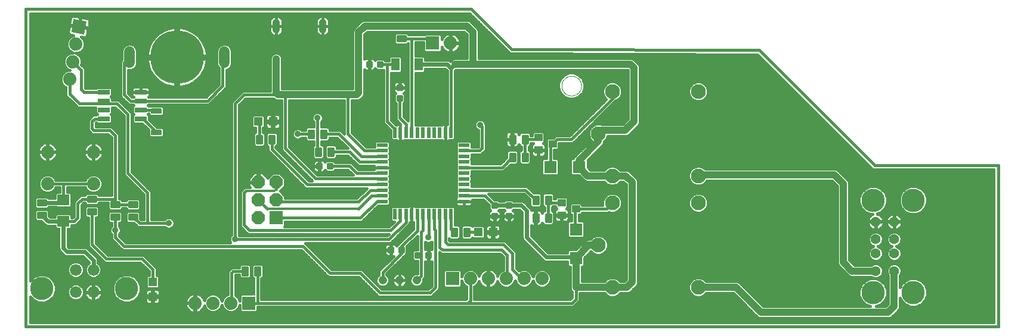
<source format=gtl>
G75*
%MOIN*%
%OFA0B0*%
%FSLAX25Y25*%
%IPPOS*%
%LPD*%
%AMOC8*
5,1,8,0,0,1.08239X$1,22.5*
%
%ADD10C,0.01500*%
%ADD11C,0.00000*%
%ADD12R,0.06969X0.07087*%
%ADD13C,0.01000*%
%ADD14R,0.04500X0.04000*%
%ADD15C,0.08268*%
%ADD16R,0.07087X0.06969*%
%ADD17R,0.07400X0.07400*%
%ADD18C,0.07400*%
%ADD19R,0.07400X0.07400*%
%ADD20R,0.06500X0.02500*%
%ADD21C,0.00600*%
%ADD22C,0.06000*%
%ADD23C,0.30000*%
%ADD24R,0.05906X0.01969*%
%ADD25R,0.01969X0.05906*%
%ADD26C,0.00875*%
%ADD27R,0.04724X0.07087*%
%ADD28C,0.04756*%
%ADD29C,0.04000*%
%ADD30R,0.04724X0.04724*%
%ADD31R,0.06600X0.06000*%
%ADD32OC8,0.07400*%
%ADD33C,0.06600*%
%ADD34C,0.13000*%
%ADD35C,0.13055*%
%ADD36C,0.05622*%
%ADD37C,0.01600*%
%ADD38C,0.03562*%
%ADD39C,0.02400*%
%ADD40C,0.01200*%
%ADD41C,0.04134*%
D10*
X0001750Y0006000D02*
X0545321Y0006000D01*
X0545321Y0096512D01*
X0476238Y0096512D01*
X0411750Y0161000D01*
X0273404Y0161512D01*
X0250864Y0184051D01*
X0001750Y0184051D01*
X0001750Y0006000D01*
X0004250Y0008500D02*
X0004250Y0022698D01*
X0006303Y0020645D01*
X0009189Y0019450D01*
X0012311Y0019450D01*
X0015197Y0020645D01*
X0017405Y0022853D01*
X0018600Y0025739D01*
X0018600Y0028861D01*
X0017405Y0031747D01*
X0015197Y0033955D01*
X0012311Y0035150D01*
X0009189Y0035150D01*
X0006303Y0033955D01*
X0004250Y0031902D01*
X0004250Y0181551D01*
X0249829Y0181551D01*
X0271633Y0159746D01*
X0271980Y0159398D01*
X0271984Y0159396D01*
X0271987Y0159392D01*
X0272443Y0159204D01*
X0272897Y0159014D01*
X0272902Y0159014D01*
X0272906Y0159012D01*
X0273399Y0159012D01*
X0410711Y0158504D01*
X0474822Y0094392D01*
X0475741Y0094012D01*
X0542821Y0094012D01*
X0542821Y0008500D01*
X0004250Y0008500D01*
X0004250Y0008997D02*
X0542821Y0008997D01*
X0542821Y0010496D02*
X0004250Y0010496D01*
X0004250Y0011994D02*
X0410018Y0011994D01*
X0410852Y0011160D02*
X0412084Y0010650D01*
X0484416Y0010650D01*
X0485648Y0011160D01*
X0486590Y0012102D01*
X0489921Y0015433D01*
X0490431Y0016664D01*
X0490431Y0022219D01*
X0491072Y0020672D01*
X0493288Y0018456D01*
X0496183Y0017256D01*
X0499317Y0017256D01*
X0502212Y0018456D01*
X0504428Y0020672D01*
X0505628Y0023567D01*
X0505628Y0026701D01*
X0504428Y0029596D01*
X0502212Y0031812D01*
X0499317Y0033011D01*
X0496183Y0033011D01*
X0493288Y0031812D01*
X0491072Y0029596D01*
X0490431Y0028049D01*
X0490431Y0034686D01*
X0490608Y0034863D01*
X0491242Y0036393D01*
X0491242Y0038048D01*
X0490608Y0039577D01*
X0489438Y0040748D01*
X0487908Y0041381D01*
X0486253Y0041381D01*
X0484724Y0040748D01*
X0483553Y0039577D01*
X0482920Y0038048D01*
X0482920Y0036393D01*
X0483553Y0034863D01*
X0483731Y0034686D01*
X0483731Y0018718D01*
X0482362Y0017350D01*
X0477181Y0017350D01*
X0479850Y0018456D01*
X0482066Y0020672D01*
X0483265Y0023567D01*
X0483265Y0026701D01*
X0482066Y0029596D01*
X0479850Y0031812D01*
X0476955Y0033011D01*
X0473821Y0033011D01*
X0470926Y0031812D01*
X0468710Y0029596D01*
X0467510Y0026701D01*
X0467510Y0023567D01*
X0468710Y0020672D01*
X0470926Y0018456D01*
X0473595Y0017350D01*
X0414138Y0017350D01*
X0401590Y0029898D01*
X0400648Y0030840D01*
X0399416Y0031350D01*
X0382108Y0031350D01*
X0380742Y0032716D01*
X0378727Y0033551D01*
X0376545Y0033551D01*
X0374529Y0032716D01*
X0372987Y0031173D01*
X0372152Y0029158D01*
X0372152Y0026976D01*
X0372987Y0024961D01*
X0374529Y0023418D01*
X0376545Y0022583D01*
X0378727Y0022583D01*
X0380742Y0023418D01*
X0381974Y0024650D01*
X0397362Y0024650D01*
X0410852Y0011160D01*
X0408520Y0013493D02*
X0004250Y0013493D01*
X0004250Y0014991D02*
X0092936Y0014991D01*
X0092826Y0015071D02*
X0093520Y0014567D01*
X0094284Y0014178D01*
X0095100Y0013913D01*
X0095947Y0013778D01*
X0096126Y0013778D01*
X0096126Y0018978D01*
X0096626Y0018978D01*
X0096626Y0013778D01*
X0096805Y0013778D01*
X0097652Y0013913D01*
X0098468Y0014178D01*
X0099232Y0014567D01*
X0099926Y0015071D01*
X0100533Y0015678D01*
X0101037Y0016372D01*
X0101427Y0017136D01*
X0101580Y0017610D01*
X0102095Y0016368D01*
X0103515Y0014947D01*
X0105371Y0014178D01*
X0107380Y0014178D01*
X0109237Y0014947D01*
X0110657Y0016368D01*
X0111376Y0018103D01*
X0112095Y0016368D01*
X0113515Y0014947D01*
X0115371Y0014178D01*
X0117380Y0014178D01*
X0119237Y0014947D01*
X0120657Y0016368D01*
X0121326Y0017982D01*
X0121326Y0014969D01*
X0122117Y0014178D01*
X0130635Y0014178D01*
X0131426Y0014969D01*
X0131426Y0017078D01*
X0307869Y0017078D01*
X0310141Y0019350D01*
X0311400Y0020609D01*
X0311400Y0024650D01*
X0325266Y0024650D01*
X0326498Y0023418D01*
X0328514Y0022583D01*
X0330695Y0022583D01*
X0332711Y0023418D01*
X0334010Y0024717D01*
X0336922Y0024717D01*
X0337084Y0024650D01*
X0338416Y0024650D01*
X0339648Y0025160D01*
X0340590Y0026102D01*
X0343590Y0029102D01*
X0344100Y0030334D01*
X0344100Y0087666D01*
X0343590Y0088898D01*
X0342648Y0089840D01*
X0340023Y0092465D01*
X0339081Y0093407D01*
X0337849Y0093917D01*
X0334010Y0093917D01*
X0332711Y0095216D01*
X0330695Y0096051D01*
X0328514Y0096051D01*
X0326498Y0095216D01*
X0325199Y0093917D01*
X0317236Y0093917D01*
X0315872Y0095281D01*
X0315872Y0099384D01*
X0324570Y0108083D01*
X0325080Y0109314D01*
X0325080Y0109784D01*
X0326379Y0111083D01*
X0327029Y0112650D01*
X0337416Y0112650D01*
X0338648Y0113160D01*
X0339590Y0114102D01*
X0344590Y0119102D01*
X0345100Y0120334D01*
X0345100Y0151666D01*
X0344590Y0152898D01*
X0343648Y0153840D01*
X0341648Y0155840D01*
X0340416Y0156350D01*
X0255100Y0156350D01*
X0255100Y0171666D01*
X0254590Y0172898D01*
X0253648Y0173840D01*
X0253648Y0173840D01*
X0250148Y0177340D01*
X0248916Y0177850D01*
X0190584Y0177850D01*
X0189352Y0177340D01*
X0185852Y0173840D01*
X0184910Y0172898D01*
X0184400Y0171666D01*
X0184400Y0139350D01*
X0145100Y0139350D01*
X0145100Y0155159D01*
X0145167Y0155320D01*
X0145167Y0156680D01*
X0144647Y0157936D01*
X0143686Y0158897D01*
X0142430Y0159417D01*
X0141070Y0159417D01*
X0139814Y0158897D01*
X0138853Y0157936D01*
X0138333Y0156680D01*
X0138333Y0155320D01*
X0138400Y0155159D01*
X0138400Y0138150D01*
X0122859Y0138150D01*
X0121600Y0136891D01*
X0116600Y0131891D01*
X0116600Y0057278D01*
X0116096Y0056774D01*
X0115619Y0055623D01*
X0115619Y0054377D01*
X0116096Y0053226D01*
X0116172Y0053150D01*
X0057641Y0053150D01*
X0053900Y0056891D01*
X0053900Y0057722D01*
X0054404Y0058226D01*
X0054881Y0059377D01*
X0054881Y0060623D01*
X0054404Y0061774D01*
X0053900Y0062278D01*
X0053900Y0064150D01*
X0054766Y0064150D01*
X0055850Y0065234D01*
X0055850Y0069766D01*
X0054766Y0070850D01*
X0048734Y0070850D01*
X0047650Y0069766D01*
X0047650Y0065234D01*
X0048734Y0064150D01*
X0049600Y0064150D01*
X0049600Y0062278D01*
X0049096Y0061774D01*
X0048619Y0060623D01*
X0048619Y0059377D01*
X0049096Y0058226D01*
X0049600Y0057722D01*
X0049600Y0055109D01*
X0055859Y0048850D01*
X0155859Y0048850D01*
X0170859Y0033850D01*
X0187859Y0033850D01*
X0198859Y0022850D01*
X0228641Y0022850D01*
X0229900Y0024109D01*
X0229900Y0024109D01*
X0232900Y0027109D01*
X0232900Y0047809D01*
X0233859Y0046850D01*
X0266859Y0046850D01*
X0268600Y0045109D01*
X0268600Y0037720D01*
X0267389Y0037218D01*
X0265969Y0035798D01*
X0265454Y0034556D01*
X0265301Y0035029D01*
X0264911Y0035793D01*
X0264407Y0036487D01*
X0263800Y0037094D01*
X0263106Y0037598D01*
X0262342Y0037988D01*
X0261526Y0038253D01*
X0260679Y0038387D01*
X0260500Y0038387D01*
X0260500Y0033187D01*
X0260000Y0033187D01*
X0260000Y0038387D01*
X0259821Y0038387D01*
X0258974Y0038253D01*
X0258158Y0037988D01*
X0257394Y0037598D01*
X0256700Y0037094D01*
X0256093Y0036487D01*
X0255589Y0035793D01*
X0255199Y0035029D01*
X0255046Y0034556D01*
X0254531Y0035798D01*
X0253111Y0037218D01*
X0251255Y0037987D01*
X0249245Y0037987D01*
X0247389Y0037218D01*
X0245969Y0035798D01*
X0245300Y0034183D01*
X0245300Y0037196D01*
X0244509Y0037987D01*
X0235991Y0037987D01*
X0235200Y0037196D01*
X0235200Y0028678D01*
X0235991Y0027887D01*
X0244509Y0027887D01*
X0245300Y0028678D01*
X0245300Y0031691D01*
X0245969Y0030076D01*
X0247389Y0028656D01*
X0248100Y0028361D01*
X0248100Y0021619D01*
X0247859Y0021378D01*
X0133428Y0021378D01*
X0133428Y0032994D01*
X0133544Y0032994D01*
X0134628Y0034078D01*
X0134628Y0040111D01*
X0133544Y0041194D01*
X0129011Y0041194D01*
X0127928Y0040111D01*
X0127928Y0034078D01*
X0129011Y0032994D01*
X0129128Y0032994D01*
X0129128Y0024278D01*
X0122117Y0024278D01*
X0121326Y0023488D01*
X0121326Y0020474D01*
X0120657Y0022089D01*
X0119237Y0023510D01*
X0118900Y0023649D01*
X0118900Y0034944D01*
X0120928Y0034944D01*
X0120928Y0034078D01*
X0122011Y0032994D01*
X0126544Y0032994D01*
X0127628Y0034078D01*
X0127628Y0040111D01*
X0126544Y0041194D01*
X0122011Y0041194D01*
X0120928Y0040111D01*
X0120928Y0039244D01*
X0116954Y0039244D01*
X0115859Y0038150D01*
X0114600Y0036891D01*
X0114600Y0023959D01*
X0113515Y0023510D01*
X0112095Y0022089D01*
X0111376Y0020354D01*
X0110657Y0022089D01*
X0109237Y0023510D01*
X0107380Y0024278D01*
X0105371Y0024278D01*
X0103515Y0023510D01*
X0102095Y0022089D01*
X0101580Y0020847D01*
X0101427Y0021320D01*
X0101037Y0022085D01*
X0100533Y0022779D01*
X0099926Y0023385D01*
X0099232Y0023890D01*
X0098468Y0024279D01*
X0097652Y0024544D01*
X0096805Y0024678D01*
X0096626Y0024678D01*
X0096626Y0019478D01*
X0096126Y0019478D01*
X0096126Y0018978D01*
X0090926Y0018978D01*
X0090926Y0018799D01*
X0091060Y0017952D01*
X0091325Y0017136D01*
X0091715Y0016372D01*
X0092219Y0015678D01*
X0092826Y0015071D01*
X0091655Y0016490D02*
X0004250Y0016490D01*
X0004250Y0017988D02*
X0091054Y0017988D01*
X0090926Y0019478D02*
X0096126Y0019478D01*
X0096126Y0024678D01*
X0095947Y0024678D01*
X0095100Y0024544D01*
X0094284Y0024279D01*
X0093520Y0023890D01*
X0092826Y0023385D01*
X0092219Y0022779D01*
X0091715Y0022085D01*
X0091325Y0021320D01*
X0091060Y0020505D01*
X0090926Y0019657D01*
X0090926Y0019478D01*
X0090926Y0019487D02*
X0076546Y0019487D01*
X0076513Y0019429D02*
X0076743Y0019828D01*
X0076862Y0020274D01*
X0076862Y0022435D01*
X0073181Y0022435D01*
X0073181Y0018754D01*
X0075343Y0018754D01*
X0075788Y0018873D01*
X0076187Y0019104D01*
X0076513Y0019429D01*
X0076862Y0020985D02*
X0091216Y0020985D01*
X0092005Y0022484D02*
X0073181Y0022484D01*
X0073181Y0022435D02*
X0073181Y0023297D01*
X0076862Y0023297D01*
X0076862Y0025459D01*
X0076743Y0025904D01*
X0076513Y0026303D01*
X0076187Y0026629D01*
X0075788Y0026859D01*
X0075343Y0026978D01*
X0073181Y0026978D01*
X0073181Y0023297D01*
X0072319Y0023297D01*
X0072319Y0022435D01*
X0073181Y0022435D01*
X0072319Y0022435D02*
X0072319Y0018754D01*
X0070157Y0018754D01*
X0069712Y0018873D01*
X0069313Y0019104D01*
X0068987Y0019429D01*
X0068757Y0019828D01*
X0068638Y0020274D01*
X0068638Y0022435D01*
X0072319Y0022435D01*
X0072319Y0022484D02*
X0064435Y0022484D01*
X0064805Y0022853D02*
X0066000Y0025739D01*
X0066000Y0028861D01*
X0064805Y0031747D01*
X0062597Y0033955D01*
X0059711Y0035150D01*
X0056589Y0035150D01*
X0053703Y0033955D01*
X0051495Y0031747D01*
X0050300Y0028861D01*
X0050300Y0025739D01*
X0051495Y0022853D01*
X0053703Y0020645D01*
X0056589Y0019450D01*
X0059711Y0019450D01*
X0062597Y0020645D01*
X0064805Y0022853D01*
X0065272Y0023982D02*
X0068638Y0023982D01*
X0068638Y0023297D02*
X0072319Y0023297D01*
X0072319Y0026978D01*
X0070157Y0026978D01*
X0069712Y0026859D01*
X0069313Y0026629D01*
X0068987Y0026303D01*
X0068757Y0025904D01*
X0068638Y0025459D01*
X0068638Y0023297D01*
X0068644Y0025481D02*
X0065893Y0025481D01*
X0066000Y0026979D02*
X0114600Y0026979D01*
X0114600Y0025481D02*
X0076856Y0025481D01*
X0076862Y0023982D02*
X0093701Y0023982D01*
X0096126Y0023982D02*
X0096626Y0023982D01*
X0096626Y0022484D02*
X0096126Y0022484D01*
X0096126Y0020985D02*
X0096626Y0020985D01*
X0096626Y0019487D02*
X0096126Y0019487D01*
X0096126Y0017988D02*
X0096626Y0017988D01*
X0096626Y0016490D02*
X0096126Y0016490D01*
X0096126Y0014991D02*
X0096626Y0014991D01*
X0099816Y0014991D02*
X0103471Y0014991D01*
X0102044Y0016490D02*
X0101097Y0016490D01*
X0109280Y0014991D02*
X0113471Y0014991D01*
X0112044Y0016490D02*
X0110708Y0016490D01*
X0111328Y0017988D02*
X0111424Y0017988D01*
X0111638Y0020985D02*
X0111114Y0020985D01*
X0110262Y0022484D02*
X0112489Y0022484D01*
X0114600Y0023982D02*
X0108096Y0023982D01*
X0104656Y0023982D02*
X0099051Y0023982D01*
X0100747Y0022484D02*
X0102489Y0022484D01*
X0101638Y0020985D02*
X0101536Y0020985D01*
X0118900Y0023982D02*
X0121821Y0023982D01*
X0121326Y0022484D02*
X0120262Y0022484D01*
X0121114Y0020985D02*
X0121326Y0020985D01*
X0121326Y0016490D02*
X0120708Y0016490D01*
X0121326Y0014991D02*
X0119280Y0014991D01*
X0131426Y0014991D02*
X0407021Y0014991D01*
X0405523Y0016490D02*
X0131426Y0016490D01*
X0133428Y0022484D02*
X0248100Y0022484D01*
X0248100Y0023982D02*
X0229773Y0023982D01*
X0231271Y0025481D02*
X0248100Y0025481D01*
X0248100Y0026979D02*
X0232770Y0026979D01*
X0232900Y0028478D02*
X0235400Y0028478D01*
X0235200Y0029976D02*
X0232900Y0029976D01*
X0232900Y0031475D02*
X0235200Y0031475D01*
X0235200Y0032973D02*
X0232900Y0032973D01*
X0232900Y0034472D02*
X0235200Y0034472D01*
X0235200Y0035970D02*
X0232900Y0035970D01*
X0232900Y0037469D02*
X0235473Y0037469D01*
X0232900Y0038967D02*
X0268600Y0038967D01*
X0268600Y0040466D02*
X0232900Y0040466D01*
X0232900Y0041964D02*
X0268600Y0041964D01*
X0268600Y0043463D02*
X0232900Y0043463D01*
X0232900Y0044961D02*
X0268600Y0044961D01*
X0267250Y0046460D02*
X0232900Y0046460D01*
X0228600Y0049433D02*
X0228350Y0049500D01*
X0226875Y0049500D01*
X0226875Y0046125D01*
X0226625Y0046125D01*
X0226625Y0049500D01*
X0225149Y0049500D01*
X0224900Y0049433D01*
X0224900Y0053422D01*
X0224976Y0053346D01*
X0226127Y0052869D01*
X0227373Y0052869D01*
X0228524Y0053346D01*
X0228600Y0053422D01*
X0228600Y0049433D01*
X0228600Y0049457D02*
X0228512Y0049457D01*
X0228600Y0050955D02*
X0224900Y0050955D01*
X0224900Y0049457D02*
X0224988Y0049457D01*
X0226625Y0049457D02*
X0226875Y0049457D01*
X0226875Y0047958D02*
X0226625Y0047958D01*
X0226625Y0046460D02*
X0226875Y0046460D01*
X0226875Y0045875D02*
X0226875Y0042500D01*
X0228350Y0042500D01*
X0228600Y0042567D01*
X0228600Y0028891D01*
X0226859Y0027150D01*
X0200641Y0027150D01*
X0189641Y0038150D01*
X0172641Y0038150D01*
X0158900Y0051891D01*
X0157941Y0052850D01*
X0205641Y0052850D01*
X0206900Y0054109D01*
X0206900Y0054109D01*
X0215192Y0062401D01*
X0216451Y0063661D01*
X0216451Y0064463D01*
X0217451Y0064463D01*
X0218450Y0064463D01*
X0218450Y0060741D01*
X0209809Y0052100D01*
X0209697Y0052100D01*
X0208974Y0051377D01*
X0208813Y0051656D01*
X0208406Y0052063D01*
X0207907Y0052351D01*
X0207350Y0052500D01*
X0205875Y0052500D01*
X0205875Y0049125D01*
X0205625Y0049125D01*
X0205625Y0052500D01*
X0204149Y0052500D01*
X0203593Y0052351D01*
X0203094Y0052063D01*
X0202687Y0051656D01*
X0202399Y0051157D01*
X0202250Y0050600D01*
X0202250Y0049125D01*
X0205625Y0049125D01*
X0205625Y0048875D01*
X0205875Y0048875D01*
X0205875Y0045500D01*
X0207209Y0045500D01*
X0199100Y0037391D01*
X0199100Y0035122D01*
X0198090Y0034112D01*
X0197522Y0032742D01*
X0197522Y0031258D01*
X0198090Y0029888D01*
X0199138Y0028840D01*
X0200508Y0028272D01*
X0201992Y0028272D01*
X0203362Y0028840D01*
X0204410Y0029888D01*
X0204978Y0031258D01*
X0204978Y0032742D01*
X0204410Y0034112D01*
X0203400Y0035122D01*
X0203400Y0035609D01*
X0213691Y0045900D01*
X0213803Y0045900D01*
X0214850Y0046947D01*
X0214850Y0051053D01*
X0214847Y0051056D01*
X0220600Y0056809D01*
X0220600Y0049100D01*
X0218697Y0049100D01*
X0217650Y0048053D01*
X0217650Y0043947D01*
X0218697Y0042900D01*
X0220600Y0042900D01*
X0220600Y0035728D01*
X0219508Y0035728D01*
X0218138Y0035160D01*
X0217090Y0034112D01*
X0216522Y0032742D01*
X0216522Y0031258D01*
X0217090Y0029888D01*
X0218138Y0028840D01*
X0219508Y0028272D01*
X0220992Y0028272D01*
X0222362Y0028840D01*
X0223410Y0029888D01*
X0223978Y0031258D01*
X0223978Y0032687D01*
X0224900Y0033609D01*
X0224900Y0042567D01*
X0225149Y0042500D01*
X0226625Y0042500D01*
X0226625Y0045875D01*
X0226875Y0045875D01*
X0226875Y0044961D02*
X0226625Y0044961D01*
X0226625Y0043463D02*
X0226875Y0043463D01*
X0228600Y0041964D02*
X0224900Y0041964D01*
X0224900Y0040466D02*
X0228600Y0040466D01*
X0228600Y0038967D02*
X0224900Y0038967D01*
X0224900Y0037469D02*
X0228600Y0037469D01*
X0228600Y0035970D02*
X0224900Y0035970D01*
X0224900Y0034472D02*
X0228600Y0034472D01*
X0228600Y0032973D02*
X0224264Y0032973D01*
X0223978Y0031475D02*
X0228600Y0031475D01*
X0228600Y0029976D02*
X0223447Y0029976D01*
X0221488Y0028478D02*
X0228187Y0028478D01*
X0219012Y0028478D02*
X0212819Y0028478D01*
X0212807Y0028469D02*
X0213333Y0028851D01*
X0213792Y0029311D01*
X0214174Y0029836D01*
X0214469Y0030415D01*
X0214670Y0031033D01*
X0214772Y0031675D01*
X0214772Y0032000D01*
X0214772Y0032325D01*
X0214670Y0032967D01*
X0214469Y0033585D01*
X0214174Y0034164D01*
X0213792Y0034689D01*
X0213333Y0035149D01*
X0212807Y0035531D01*
X0212228Y0035826D01*
X0211610Y0036026D01*
X0210969Y0036128D01*
X0210644Y0036128D01*
X0210644Y0032000D01*
X0214772Y0032000D01*
X0210644Y0032000D01*
X0210644Y0032000D01*
X0210644Y0027872D01*
X0210969Y0027872D01*
X0211610Y0027974D01*
X0212228Y0028174D01*
X0212807Y0028469D01*
X0214245Y0029976D02*
X0217053Y0029976D01*
X0216522Y0031475D02*
X0214740Y0031475D01*
X0214668Y0032973D02*
X0216618Y0032973D01*
X0217450Y0034472D02*
X0213950Y0034472D01*
X0211783Y0035970D02*
X0220600Y0035970D01*
X0220600Y0037469D02*
X0205259Y0037469D01*
X0203761Y0035970D02*
X0209505Y0035970D01*
X0209677Y0036026D02*
X0209059Y0035826D01*
X0208480Y0035531D01*
X0207955Y0035149D01*
X0207495Y0034689D01*
X0207113Y0034164D01*
X0206818Y0033585D01*
X0206617Y0032967D01*
X0206516Y0032325D01*
X0206516Y0032000D01*
X0206516Y0031675D01*
X0206617Y0031033D01*
X0206818Y0030415D01*
X0207113Y0029836D01*
X0207495Y0029311D01*
X0207955Y0028851D01*
X0208480Y0028469D01*
X0209059Y0028174D01*
X0209677Y0027974D01*
X0210319Y0027872D01*
X0210644Y0027872D01*
X0210644Y0032000D01*
X0210644Y0032000D01*
X0210644Y0032000D01*
X0210644Y0036128D01*
X0210319Y0036128D01*
X0209677Y0036026D01*
X0210644Y0035970D02*
X0210644Y0035970D01*
X0210644Y0034472D02*
X0210644Y0034472D01*
X0210644Y0032973D02*
X0210644Y0032973D01*
X0210644Y0032000D02*
X0206516Y0032000D01*
X0210644Y0032000D01*
X0210644Y0032000D01*
X0210644Y0031475D02*
X0210644Y0031475D01*
X0210644Y0029976D02*
X0210644Y0029976D01*
X0210644Y0028478D02*
X0210644Y0028478D01*
X0208469Y0028478D02*
X0202488Y0028478D01*
X0204447Y0029976D02*
X0207042Y0029976D01*
X0206547Y0031475D02*
X0204978Y0031475D01*
X0204882Y0032973D02*
X0206620Y0032973D01*
X0207337Y0034472D02*
X0204050Y0034472D01*
X0199100Y0035970D02*
X0191820Y0035970D01*
X0190322Y0037469D02*
X0199178Y0037469D01*
X0200677Y0038967D02*
X0171823Y0038967D01*
X0170325Y0040466D02*
X0202175Y0040466D01*
X0203674Y0041964D02*
X0168826Y0041964D01*
X0167328Y0043463D02*
X0205172Y0043463D01*
X0205625Y0045500D02*
X0205625Y0048875D01*
X0202250Y0048875D01*
X0202250Y0047399D01*
X0202399Y0046843D01*
X0202687Y0046344D01*
X0203094Y0045937D01*
X0203593Y0045649D01*
X0204149Y0045500D01*
X0205625Y0045500D01*
X0205625Y0046460D02*
X0205875Y0046460D01*
X0205875Y0047958D02*
X0205625Y0047958D01*
X0205625Y0049457D02*
X0205875Y0049457D01*
X0205875Y0050955D02*
X0205625Y0050955D01*
X0205625Y0052454D02*
X0205875Y0052454D01*
X0207523Y0052454D02*
X0210163Y0052454D01*
X0211662Y0053952D02*
X0206743Y0053952D01*
X0208241Y0055451D02*
X0213160Y0055451D01*
X0214659Y0056949D02*
X0209740Y0056949D01*
X0211238Y0058448D02*
X0216157Y0058448D01*
X0217656Y0059946D02*
X0212737Y0059946D01*
X0214235Y0061445D02*
X0218450Y0061445D01*
X0218450Y0062943D02*
X0215734Y0062943D01*
X0215192Y0062401D02*
X0215192Y0062401D01*
X0216451Y0064442D02*
X0218450Y0064442D01*
X0217451Y0064463D02*
X0217451Y0069165D01*
X0217451Y0069165D01*
X0217451Y0064463D01*
X0217451Y0065940D02*
X0217451Y0065940D01*
X0217451Y0067439D02*
X0217451Y0067439D01*
X0217451Y0068937D02*
X0217451Y0068937D01*
X0217451Y0069165D02*
X0217451Y0073868D01*
X0217451Y0069165D01*
X0217451Y0069165D01*
X0217451Y0070436D02*
X0217451Y0070436D01*
X0217451Y0071934D02*
X0217451Y0071934D01*
X0217451Y0073433D02*
X0217451Y0073433D01*
X0217451Y0073868D02*
X0218665Y0073868D01*
X0219111Y0073749D01*
X0219510Y0073518D01*
X0219560Y0073468D01*
X0222144Y0073468D01*
X0222175Y0073437D01*
X0222207Y0073468D01*
X0225293Y0073468D01*
X0225325Y0073437D01*
X0225356Y0073468D01*
X0228443Y0073468D01*
X0228474Y0073437D01*
X0228506Y0073468D01*
X0231593Y0073468D01*
X0231624Y0073437D01*
X0231655Y0073468D01*
X0234742Y0073468D01*
X0234774Y0073437D01*
X0234805Y0073468D01*
X0237892Y0073468D01*
X0237923Y0073437D01*
X0237955Y0073468D01*
X0241041Y0073468D01*
X0241832Y0072677D01*
X0241832Y0065653D01*
X0241648Y0065469D01*
X0241648Y0063100D01*
X0243516Y0063100D01*
X0244600Y0062016D01*
X0244600Y0055984D01*
X0243516Y0054900D01*
X0238984Y0054900D01*
X0238498Y0055385D01*
X0238498Y0054292D01*
X0238641Y0054150D01*
X0269641Y0054150D01*
X0275900Y0047891D01*
X0275900Y0038891D01*
X0277519Y0037272D01*
X0279245Y0037987D01*
X0281255Y0037987D01*
X0283111Y0037218D01*
X0284531Y0035798D01*
X0285250Y0034062D01*
X0285969Y0035798D01*
X0287389Y0037218D01*
X0289245Y0037987D01*
X0291255Y0037987D01*
X0293111Y0037218D01*
X0294531Y0035798D01*
X0295300Y0033942D01*
X0295300Y0031932D01*
X0294531Y0030076D01*
X0293111Y0028656D01*
X0291255Y0027887D01*
X0289245Y0027887D01*
X0287389Y0028656D01*
X0285969Y0030076D01*
X0285250Y0031812D01*
X0284531Y0030076D01*
X0283111Y0028656D01*
X0281255Y0027887D01*
X0279245Y0027887D01*
X0277389Y0028656D01*
X0275969Y0030076D01*
X0275250Y0031812D01*
X0274531Y0030076D01*
X0273111Y0028656D01*
X0271255Y0027887D01*
X0269245Y0027887D01*
X0267389Y0028656D01*
X0265969Y0030076D01*
X0265454Y0031318D01*
X0265301Y0030845D01*
X0264911Y0030081D01*
X0264407Y0029387D01*
X0263800Y0028780D01*
X0263106Y0028276D01*
X0262342Y0027886D01*
X0261526Y0027621D01*
X0260679Y0027487D01*
X0260500Y0027487D01*
X0260500Y0032687D01*
X0260000Y0032687D01*
X0260000Y0027487D01*
X0259821Y0027487D01*
X0258974Y0027621D01*
X0258158Y0027886D01*
X0257394Y0028276D01*
X0256700Y0028780D01*
X0256093Y0029387D01*
X0255589Y0030081D01*
X0255199Y0030845D01*
X0255046Y0031318D01*
X0254531Y0030076D01*
X0253111Y0028656D01*
X0252400Y0028361D01*
X0252400Y0021378D01*
X0306088Y0021378D01*
X0307100Y0022391D01*
X0307100Y0025412D01*
X0306410Y0026102D01*
X0305900Y0027334D01*
X0305900Y0039567D01*
X0305207Y0039567D01*
X0304416Y0040358D01*
X0304416Y0042450D01*
X0292243Y0042450D01*
X0291306Y0042838D01*
X0280306Y0053838D01*
X0280306Y0053838D01*
X0279588Y0054556D01*
X0279200Y0055493D01*
X0279200Y0069944D01*
X0277694Y0071450D01*
X0274353Y0071450D01*
X0274127Y0071224D01*
X0274406Y0071063D01*
X0274813Y0070656D01*
X0275101Y0070157D01*
X0275250Y0069600D01*
X0275250Y0068125D01*
X0271875Y0068125D01*
X0271875Y0067875D01*
X0275250Y0067875D01*
X0275250Y0066399D01*
X0275101Y0065843D01*
X0274813Y0065344D01*
X0274406Y0064937D01*
X0273907Y0064649D01*
X0273350Y0064500D01*
X0271875Y0064500D01*
X0271875Y0067875D01*
X0271625Y0067875D01*
X0271625Y0064500D01*
X0270149Y0064500D01*
X0269593Y0064649D01*
X0269094Y0064937D01*
X0268687Y0065344D01*
X0268399Y0065843D01*
X0268250Y0066399D01*
X0268250Y0067875D01*
X0271625Y0067875D01*
X0271625Y0068125D01*
X0268250Y0068125D01*
X0268250Y0069600D01*
X0268399Y0070157D01*
X0268687Y0070656D01*
X0269094Y0071063D01*
X0269373Y0071224D01*
X0269147Y0071450D01*
X0266353Y0071450D01*
X0266127Y0071224D01*
X0266406Y0071063D01*
X0266813Y0070656D01*
X0267101Y0070157D01*
X0267250Y0069600D01*
X0267250Y0068125D01*
X0263875Y0068125D01*
X0263875Y0067875D01*
X0267250Y0067875D01*
X0267250Y0066399D01*
X0267101Y0065843D01*
X0266813Y0065344D01*
X0266406Y0064937D01*
X0265907Y0064649D01*
X0265350Y0064500D01*
X0263875Y0064500D01*
X0263875Y0067875D01*
X0263625Y0067875D01*
X0263625Y0064500D01*
X0262149Y0064500D01*
X0261593Y0064649D01*
X0261094Y0064937D01*
X0260687Y0065344D01*
X0260399Y0065843D01*
X0260250Y0066399D01*
X0260250Y0067875D01*
X0263625Y0067875D01*
X0263625Y0068125D01*
X0260250Y0068125D01*
X0260250Y0069600D01*
X0260399Y0070157D01*
X0260687Y0070656D01*
X0261094Y0071063D01*
X0261373Y0071224D01*
X0260650Y0071947D01*
X0260650Y0074059D01*
X0257458Y0077252D01*
X0251287Y0077252D01*
X0251287Y0076252D01*
X0246585Y0076252D01*
X0246585Y0076252D01*
X0251287Y0076252D01*
X0251287Y0075037D01*
X0251168Y0074592D01*
X0250938Y0074193D01*
X0250612Y0073867D01*
X0250213Y0073637D01*
X0249768Y0073518D01*
X0246585Y0073518D01*
X0246585Y0076252D01*
X0246585Y0076252D01*
X0246585Y0073518D01*
X0243401Y0073518D01*
X0242956Y0073637D01*
X0242557Y0073867D01*
X0242232Y0074193D01*
X0242001Y0074592D01*
X0241882Y0075037D01*
X0241882Y0076252D01*
X0246585Y0076252D01*
X0246585Y0076252D01*
X0241882Y0076252D01*
X0241882Y0077467D01*
X0242001Y0077912D01*
X0242232Y0078311D01*
X0242282Y0078361D01*
X0242282Y0080945D01*
X0242313Y0080976D01*
X0242282Y0081008D01*
X0242282Y0084095D01*
X0242313Y0084126D01*
X0242282Y0084157D01*
X0242282Y0087244D01*
X0242313Y0087276D01*
X0242282Y0087307D01*
X0242282Y0090394D01*
X0242313Y0090425D01*
X0242282Y0090457D01*
X0242282Y0093543D01*
X0242313Y0093575D01*
X0242282Y0093606D01*
X0242282Y0096693D01*
X0242313Y0096724D01*
X0242282Y0096756D01*
X0242282Y0099843D01*
X0242313Y0099874D01*
X0242282Y0099905D01*
X0242282Y0102992D01*
X0242313Y0103024D01*
X0242282Y0103055D01*
X0242282Y0106142D01*
X0242313Y0106173D01*
X0242282Y0106205D01*
X0242282Y0109291D01*
X0243073Y0110082D01*
X0250097Y0110082D01*
X0250887Y0109291D01*
X0250887Y0106748D01*
X0254458Y0106748D01*
X0254600Y0106891D01*
X0254600Y0116087D01*
X0253976Y0116346D01*
X0253096Y0117226D01*
X0252619Y0118377D01*
X0252619Y0119623D01*
X0253096Y0120774D01*
X0253976Y0121654D01*
X0255127Y0122131D01*
X0256373Y0122131D01*
X0257524Y0121654D01*
X0258404Y0120774D01*
X0258881Y0119623D01*
X0258881Y0118909D01*
X0258900Y0118891D01*
X0258900Y0105109D01*
X0257641Y0103850D01*
X0256239Y0102448D01*
X0250887Y0102448D01*
X0250887Y0099905D01*
X0250856Y0099874D01*
X0250887Y0099843D01*
X0250887Y0097300D01*
X0267009Y0097300D01*
X0270400Y0100691D01*
X0270400Y0104016D01*
X0271484Y0105100D01*
X0276016Y0105100D01*
X0277100Y0104016D01*
X0277100Y0097984D01*
X0276016Y0096900D01*
X0272691Y0096900D01*
X0268790Y0093000D01*
X0250887Y0093000D01*
X0250887Y0090457D01*
X0250856Y0090425D01*
X0250887Y0090394D01*
X0250887Y0087307D01*
X0250856Y0087276D01*
X0250887Y0087244D01*
X0250887Y0084701D01*
X0282089Y0084701D01*
X0285691Y0081100D01*
X0289016Y0081100D01*
X0290100Y0080016D01*
X0290100Y0073984D01*
X0289016Y0072900D01*
X0284484Y0072900D01*
X0283400Y0073984D01*
X0283400Y0077309D01*
X0280308Y0080401D01*
X0260389Y0080401D01*
X0263691Y0077100D01*
X0265803Y0077100D01*
X0266353Y0076550D01*
X0269147Y0076550D01*
X0269697Y0077100D01*
X0273803Y0077100D01*
X0274353Y0076550D01*
X0279257Y0076550D01*
X0280194Y0076162D01*
X0280912Y0075444D01*
X0280912Y0075444D01*
X0283194Y0073162D01*
X0283912Y0072444D01*
X0284300Y0071507D01*
X0284300Y0071300D01*
X0284382Y0071347D01*
X0284954Y0071500D01*
X0286500Y0071500D01*
X0286500Y0067250D01*
X0287000Y0067250D01*
X0287000Y0071500D01*
X0288546Y0071500D01*
X0289118Y0071347D01*
X0289632Y0071050D01*
X0290050Y0070632D01*
X0290347Y0070118D01*
X0290400Y0069919D01*
X0290400Y0070016D01*
X0291484Y0071100D01*
X0291600Y0071100D01*
X0291600Y0072900D01*
X0291484Y0072900D01*
X0290400Y0073984D01*
X0290400Y0080016D01*
X0291484Y0081100D01*
X0296016Y0081100D01*
X0297100Y0080016D01*
X0297100Y0077650D01*
X0297650Y0077650D01*
X0297650Y0078059D01*
X0298441Y0078850D01*
X0304059Y0078850D01*
X0304850Y0078059D01*
X0304850Y0072941D01*
X0304069Y0072159D01*
X0304175Y0072131D01*
X0304575Y0071900D01*
X0304900Y0071575D01*
X0305131Y0071175D01*
X0305250Y0070730D01*
X0305250Y0068750D01*
X0301500Y0068750D01*
X0301500Y0068250D01*
X0305250Y0068250D01*
X0305250Y0066270D01*
X0305131Y0065825D01*
X0304900Y0065425D01*
X0304575Y0065100D01*
X0304175Y0064869D01*
X0303730Y0064750D01*
X0301500Y0064750D01*
X0301500Y0068250D01*
X0301000Y0068250D01*
X0301000Y0064750D01*
X0298770Y0064750D01*
X0298325Y0064869D01*
X0297925Y0065100D01*
X0297600Y0065425D01*
X0297369Y0065825D01*
X0297250Y0066270D01*
X0297250Y0068250D01*
X0301000Y0068250D01*
X0301000Y0068750D01*
X0297250Y0068750D01*
X0297250Y0070730D01*
X0297369Y0071175D01*
X0297600Y0071575D01*
X0297925Y0071900D01*
X0298325Y0072131D01*
X0298431Y0072159D01*
X0297650Y0072941D01*
X0297650Y0073350D01*
X0296466Y0073350D01*
X0296016Y0072900D01*
X0295900Y0072900D01*
X0295900Y0071100D01*
X0296016Y0071100D01*
X0297100Y0070016D01*
X0297100Y0063984D01*
X0296016Y0062900D01*
X0291484Y0062900D01*
X0290400Y0063984D01*
X0290400Y0064081D01*
X0290347Y0063882D01*
X0290050Y0063368D01*
X0289632Y0062950D01*
X0289118Y0062653D01*
X0288546Y0062500D01*
X0287000Y0062500D01*
X0287000Y0066750D01*
X0286500Y0066750D01*
X0286500Y0062500D01*
X0284954Y0062500D01*
X0284382Y0062653D01*
X0284300Y0062700D01*
X0284300Y0057056D01*
X0293806Y0047550D01*
X0304416Y0047550D01*
X0304416Y0048563D01*
X0305207Y0049354D01*
X0309406Y0049354D01*
X0314581Y0054529D01*
X0315812Y0055039D01*
X0317325Y0055039D01*
X0318624Y0056338D01*
X0320639Y0057173D01*
X0322821Y0057173D01*
X0324837Y0056338D01*
X0326379Y0054795D01*
X0327214Y0052780D01*
X0327214Y0050598D01*
X0326379Y0048583D01*
X0324837Y0047040D01*
X0322821Y0046205D01*
X0320639Y0046205D01*
X0318624Y0047040D01*
X0317595Y0048068D01*
X0314084Y0044557D01*
X0314084Y0040358D01*
X0313293Y0039567D01*
X0312600Y0039567D01*
X0312600Y0031350D01*
X0325132Y0031350D01*
X0326498Y0032716D01*
X0328514Y0033551D01*
X0330695Y0033551D01*
X0332711Y0032716D01*
X0334010Y0031417D01*
X0336429Y0031417D01*
X0337400Y0032388D01*
X0337400Y0085612D01*
X0335795Y0087217D01*
X0334010Y0087217D01*
X0332711Y0085918D01*
X0330695Y0085083D01*
X0328514Y0085083D01*
X0326498Y0085918D01*
X0325199Y0087217D01*
X0315182Y0087217D01*
X0313951Y0087727D01*
X0311075Y0090603D01*
X0306876Y0090603D01*
X0306085Y0091394D01*
X0306085Y0099480D01*
X0306876Y0100271D01*
X0307784Y0100271D01*
X0308138Y0101126D01*
X0317588Y0110576D01*
X0317081Y0111083D01*
X0316246Y0113098D01*
X0316246Y0115280D01*
X0317081Y0117295D01*
X0318624Y0118838D01*
X0320639Y0119673D01*
X0322821Y0119673D01*
X0323601Y0119350D01*
X0335362Y0119350D01*
X0338400Y0122388D01*
X0338400Y0149612D01*
X0338362Y0149650D01*
X0242006Y0149650D01*
X0241660Y0149304D01*
X0241660Y0149304D01*
X0241648Y0149292D01*
X0241648Y0118531D01*
X0241832Y0118347D01*
X0241832Y0111323D01*
X0241041Y0110532D01*
X0238458Y0110532D01*
X0238407Y0110482D01*
X0238008Y0110251D01*
X0237563Y0110132D01*
X0236348Y0110132D01*
X0236348Y0114835D01*
X0236348Y0119537D01*
X0235134Y0119537D01*
X0234689Y0119418D01*
X0234290Y0119188D01*
X0234239Y0119137D01*
X0231655Y0119137D01*
X0231624Y0119106D01*
X0231593Y0119137D01*
X0228506Y0119137D01*
X0228474Y0119106D01*
X0228443Y0119137D01*
X0225356Y0119137D01*
X0225325Y0119106D01*
X0225293Y0119137D01*
X0222207Y0119137D01*
X0222175Y0119106D01*
X0222144Y0119137D01*
X0219601Y0119137D01*
X0219601Y0148107D01*
X0224167Y0148107D01*
X0224958Y0148898D01*
X0224958Y0150450D01*
X0236190Y0150450D01*
X0237348Y0149292D01*
X0237348Y0119537D01*
X0236348Y0119537D01*
X0236348Y0114835D01*
X0236348Y0114835D01*
X0236348Y0114835D01*
X0236348Y0110132D01*
X0235134Y0110132D01*
X0234689Y0110251D01*
X0234290Y0110482D01*
X0234239Y0110532D01*
X0231655Y0110532D01*
X0231624Y0110563D01*
X0231593Y0110532D01*
X0228506Y0110532D01*
X0228474Y0110563D01*
X0228443Y0110532D01*
X0225356Y0110532D01*
X0225325Y0110563D01*
X0225293Y0110532D01*
X0222207Y0110532D01*
X0222175Y0110563D01*
X0222144Y0110532D01*
X0219057Y0110532D01*
X0219026Y0110563D01*
X0218994Y0110532D01*
X0215907Y0110532D01*
X0215876Y0110563D01*
X0215845Y0110532D01*
X0213261Y0110532D01*
X0213210Y0110482D01*
X0212811Y0110251D01*
X0212366Y0110132D01*
X0211152Y0110132D01*
X0211152Y0114835D01*
X0211152Y0114835D01*
X0211152Y0119537D01*
X0211172Y0119537D01*
X0208600Y0122109D01*
X0208600Y0130997D01*
X0207650Y0131947D01*
X0207650Y0136053D01*
X0208373Y0136776D01*
X0208094Y0136937D01*
X0207687Y0137344D01*
X0207399Y0137843D01*
X0207250Y0138399D01*
X0207250Y0139875D01*
X0210625Y0139875D01*
X0210625Y0140125D01*
X0210625Y0143500D01*
X0209149Y0143500D01*
X0208593Y0143351D01*
X0208094Y0143063D01*
X0207687Y0142656D01*
X0207399Y0142157D01*
X0207250Y0141600D01*
X0207250Y0140125D01*
X0210625Y0140125D01*
X0210875Y0140125D01*
X0210875Y0143500D01*
X0212350Y0143500D01*
X0212907Y0143351D01*
X0213406Y0143063D01*
X0213813Y0142656D01*
X0214101Y0142157D01*
X0214250Y0141600D01*
X0214250Y0140125D01*
X0210875Y0140125D01*
X0210875Y0139875D01*
X0214250Y0139875D01*
X0214250Y0138399D01*
X0214101Y0137843D01*
X0213813Y0137344D01*
X0213406Y0136937D01*
X0213127Y0136776D01*
X0213850Y0136053D01*
X0213850Y0131947D01*
X0212900Y0130997D01*
X0212900Y0123891D01*
X0215301Y0121490D01*
X0215301Y0164685D01*
X0214766Y0164150D01*
X0208734Y0164150D01*
X0207650Y0165234D01*
X0207650Y0169766D01*
X0208734Y0170850D01*
X0214766Y0170850D01*
X0215850Y0169766D01*
X0215850Y0169650D01*
X0224559Y0169650D01*
X0224896Y0169987D01*
X0233415Y0169987D01*
X0234205Y0169196D01*
X0234205Y0167227D01*
X0234494Y0167793D01*
X0234998Y0168487D01*
X0235605Y0169094D01*
X0236299Y0169598D01*
X0237063Y0169988D01*
X0237879Y0170253D01*
X0238727Y0170387D01*
X0238905Y0170387D01*
X0238905Y0165187D01*
X0239406Y0165187D01*
X0244605Y0165187D01*
X0244605Y0165366D01*
X0244471Y0166213D01*
X0244206Y0167029D01*
X0243817Y0167793D01*
X0243313Y0168487D01*
X0242706Y0169094D01*
X0242012Y0169598D01*
X0241248Y0169988D01*
X0240432Y0170253D01*
X0239584Y0170387D01*
X0239406Y0170387D01*
X0239406Y0165187D01*
X0239406Y0164687D01*
X0244605Y0164687D01*
X0244605Y0164508D01*
X0244471Y0163661D01*
X0244206Y0162845D01*
X0243817Y0162081D01*
X0243313Y0161387D01*
X0242706Y0160780D01*
X0242012Y0160276D01*
X0241248Y0159886D01*
X0240432Y0159621D01*
X0239584Y0159487D01*
X0239406Y0159487D01*
X0239406Y0164687D01*
X0238905Y0164687D01*
X0238905Y0159487D01*
X0238727Y0159487D01*
X0237879Y0159621D01*
X0237063Y0159886D01*
X0236299Y0160276D01*
X0235605Y0160780D01*
X0234998Y0161387D01*
X0234494Y0162081D01*
X0234205Y0162647D01*
X0234205Y0160678D01*
X0233415Y0159887D01*
X0224896Y0159887D01*
X0224106Y0160678D01*
X0224106Y0165350D01*
X0219601Y0165350D01*
X0219601Y0157893D01*
X0224167Y0157893D01*
X0224958Y0157102D01*
X0224958Y0155550D01*
X0237753Y0155550D01*
X0238691Y0155162D01*
X0238932Y0154920D01*
X0239852Y0155840D01*
X0241084Y0156350D01*
X0248400Y0156350D01*
X0248400Y0169612D01*
X0246862Y0171150D01*
X0192638Y0171150D01*
X0191100Y0169612D01*
X0191100Y0156066D01*
X0191593Y0156351D01*
X0192149Y0156500D01*
X0193625Y0156500D01*
X0193625Y0153125D01*
X0193875Y0153125D01*
X0193875Y0156500D01*
X0195350Y0156500D01*
X0195907Y0156351D01*
X0196406Y0156063D01*
X0196813Y0155656D01*
X0196974Y0155377D01*
X0197697Y0156100D01*
X0201803Y0156100D01*
X0202753Y0155150D01*
X0204542Y0155150D01*
X0204542Y0157102D01*
X0205333Y0157893D01*
X0211175Y0157893D01*
X0211966Y0157102D01*
X0211966Y0148898D01*
X0211175Y0148107D01*
X0205900Y0148107D01*
X0205900Y0121891D01*
X0206400Y0121391D01*
X0208653Y0119137D01*
X0209042Y0119137D01*
X0209093Y0119188D01*
X0209492Y0119418D01*
X0209937Y0119537D01*
X0211152Y0119537D01*
X0211152Y0114835D01*
X0211152Y0114835D01*
X0211152Y0110132D01*
X0209937Y0110132D01*
X0209492Y0110251D01*
X0209093Y0110482D01*
X0209042Y0110532D01*
X0206459Y0110532D01*
X0205668Y0111323D01*
X0205668Y0116042D01*
X0203359Y0118350D01*
X0201600Y0120109D01*
X0201600Y0149900D01*
X0197697Y0149900D01*
X0196974Y0150623D01*
X0196813Y0150344D01*
X0196406Y0149937D01*
X0195907Y0149649D01*
X0195350Y0149500D01*
X0193875Y0149500D01*
X0193875Y0152875D01*
X0193625Y0152875D01*
X0193625Y0149500D01*
X0192149Y0149500D01*
X0191593Y0149649D01*
X0191100Y0149934D01*
X0191100Y0136334D01*
X0190590Y0135102D01*
X0189590Y0134102D01*
X0188648Y0133160D01*
X0187416Y0132650D01*
X0183900Y0132650D01*
X0183900Y0114891D01*
X0192042Y0106748D01*
X0196613Y0106748D01*
X0196613Y0109291D01*
X0197403Y0110082D01*
X0204427Y0110082D01*
X0205218Y0109291D01*
X0205218Y0106205D01*
X0205187Y0106173D01*
X0205218Y0106142D01*
X0205218Y0103055D01*
X0205187Y0103024D01*
X0205218Y0102992D01*
X0205218Y0099905D01*
X0205187Y0099874D01*
X0205218Y0099843D01*
X0205218Y0097259D01*
X0205268Y0097208D01*
X0205499Y0096809D01*
X0205618Y0096364D01*
X0205618Y0095150D01*
X0200915Y0095150D01*
X0200915Y0095150D01*
X0196213Y0095150D01*
X0196213Y0096149D01*
X0187560Y0096149D01*
X0181859Y0101850D01*
X0175600Y0101850D01*
X0175600Y0100984D01*
X0174516Y0099900D01*
X0169984Y0099900D01*
X0168900Y0100984D01*
X0168900Y0107016D01*
X0169984Y0108100D01*
X0174516Y0108100D01*
X0175600Y0107016D01*
X0175600Y0106150D01*
X0181559Y0106150D01*
X0175859Y0111850D01*
X0171600Y0111850D01*
X0171600Y0110984D01*
X0170516Y0109900D01*
X0166900Y0109900D01*
X0166900Y0108100D01*
X0167516Y0108100D01*
X0168600Y0107016D01*
X0168600Y0100984D01*
X0167516Y0099900D01*
X0162984Y0099900D01*
X0161900Y0100984D01*
X0161900Y0107016D01*
X0162600Y0107716D01*
X0162600Y0109900D01*
X0158984Y0109900D01*
X0157900Y0110984D01*
X0157900Y0111850D01*
X0156028Y0111850D01*
X0155524Y0111346D01*
X0154373Y0110869D01*
X0153127Y0110869D01*
X0151976Y0111346D01*
X0151096Y0112226D01*
X0150619Y0113377D01*
X0150619Y0114623D01*
X0151096Y0115774D01*
X0151976Y0116654D01*
X0153127Y0117131D01*
X0154373Y0117131D01*
X0155524Y0116654D01*
X0156028Y0116150D01*
X0157900Y0116150D01*
X0157900Y0117016D01*
X0158984Y0118100D01*
X0162600Y0118100D01*
X0162600Y0120722D01*
X0162096Y0121226D01*
X0161619Y0122377D01*
X0161619Y0123623D01*
X0162096Y0124774D01*
X0162976Y0125654D01*
X0164127Y0126131D01*
X0165373Y0126131D01*
X0166524Y0125654D01*
X0167404Y0124774D01*
X0167881Y0123623D01*
X0167881Y0122377D01*
X0167404Y0121226D01*
X0166900Y0120722D01*
X0166900Y0118100D01*
X0170516Y0118100D01*
X0171600Y0117016D01*
X0171600Y0116150D01*
X0177641Y0116150D01*
X0179600Y0114191D01*
X0179600Y0132650D01*
X0148900Y0132650D01*
X0148900Y0106891D01*
X0164641Y0091150D01*
X0184559Y0091150D01*
X0181859Y0093850D01*
X0174753Y0093850D01*
X0173803Y0092900D01*
X0169697Y0092900D01*
X0168974Y0093623D01*
X0168813Y0093344D01*
X0168406Y0092937D01*
X0167907Y0092649D01*
X0167350Y0092500D01*
X0165875Y0092500D01*
X0165875Y0095875D01*
X0165625Y0095875D01*
X0165625Y0092500D01*
X0164149Y0092500D01*
X0163593Y0092649D01*
X0163094Y0092937D01*
X0162687Y0093344D01*
X0162399Y0093843D01*
X0162250Y0094399D01*
X0162250Y0095875D01*
X0165625Y0095875D01*
X0165625Y0096125D01*
X0165625Y0099500D01*
X0164149Y0099500D01*
X0163593Y0099351D01*
X0163094Y0099063D01*
X0162687Y0098656D01*
X0162399Y0098157D01*
X0162250Y0097600D01*
X0162250Y0096125D01*
X0165625Y0096125D01*
X0165875Y0096125D01*
X0165875Y0099500D01*
X0167350Y0099500D01*
X0167907Y0099351D01*
X0168406Y0099063D01*
X0168813Y0098656D01*
X0168974Y0098377D01*
X0169697Y0099100D01*
X0173803Y0099100D01*
X0174753Y0098150D01*
X0183641Y0098150D01*
X0187641Y0094150D01*
X0196213Y0094150D01*
X0196213Y0095150D01*
X0200915Y0095150D01*
X0200915Y0095150D01*
X0205618Y0095150D01*
X0205618Y0093935D01*
X0205499Y0093490D01*
X0205268Y0093091D01*
X0205218Y0093040D01*
X0205218Y0090457D01*
X0205187Y0090425D01*
X0205218Y0090394D01*
X0205218Y0087307D01*
X0205187Y0087276D01*
X0205218Y0087244D01*
X0205218Y0084157D01*
X0205187Y0084126D01*
X0205218Y0084095D01*
X0205218Y0081008D01*
X0205187Y0080976D01*
X0205218Y0080945D01*
X0205218Y0077858D01*
X0205187Y0077827D01*
X0205218Y0077795D01*
X0205218Y0074709D01*
X0204427Y0073918D01*
X0198708Y0073918D01*
X0189641Y0064850D01*
X0146800Y0064850D01*
X0146800Y0062741D01*
X0146209Y0062150D01*
X0204859Y0062150D01*
X0207572Y0064863D01*
X0206459Y0064863D01*
X0205668Y0065653D01*
X0205668Y0072677D01*
X0206459Y0073468D01*
X0209545Y0073468D01*
X0209577Y0073437D01*
X0209608Y0073468D01*
X0212695Y0073468D01*
X0212726Y0073437D01*
X0212758Y0073468D01*
X0215342Y0073468D01*
X0215392Y0073518D01*
X0215791Y0073749D01*
X0216236Y0073868D01*
X0217451Y0073868D01*
X0206423Y0073433D02*
X0198224Y0073433D01*
X0196725Y0071934D02*
X0205668Y0071934D01*
X0205668Y0070436D02*
X0195227Y0070436D01*
X0193728Y0068937D02*
X0205668Y0068937D01*
X0205668Y0067439D02*
X0192230Y0067439D01*
X0190731Y0065940D02*
X0205668Y0065940D01*
X0207151Y0064442D02*
X0146800Y0064442D01*
X0146800Y0062943D02*
X0205653Y0062943D01*
X0204559Y0057850D02*
X0203859Y0057150D01*
X0121028Y0057150D01*
X0120900Y0057278D01*
X0120900Y0130109D01*
X0124641Y0133850D01*
X0140162Y0133850D01*
X0140852Y0133160D01*
X0142084Y0132650D01*
X0144600Y0132650D01*
X0144600Y0105109D01*
X0145859Y0103850D01*
X0161859Y0087851D01*
X0159940Y0087851D01*
X0141400Y0106391D01*
X0141400Y0106900D01*
X0141516Y0106900D01*
X0142600Y0107984D01*
X0142600Y0114016D01*
X0141516Y0115100D01*
X0136984Y0115100D01*
X0135900Y0114016D01*
X0135900Y0107984D01*
X0136984Y0106900D01*
X0137100Y0106900D01*
X0137100Y0104609D01*
X0158159Y0083551D01*
X0192260Y0083551D01*
X0186859Y0078150D01*
X0146800Y0078150D01*
X0146800Y0079092D01*
X0143892Y0082000D01*
X0146800Y0084908D01*
X0146800Y0089092D01*
X0143842Y0092050D01*
X0139658Y0092050D01*
X0137033Y0089425D01*
X0134007Y0092450D01*
X0132000Y0092450D01*
X0132000Y0087250D01*
X0131500Y0087250D01*
X0131500Y0092450D01*
X0129493Y0092450D01*
X0126300Y0089257D01*
X0126300Y0087250D01*
X0131500Y0087250D01*
X0131500Y0086750D01*
X0126300Y0086750D01*
X0126300Y0084743D01*
X0127093Y0083950D01*
X0125841Y0083950D01*
X0125641Y0084150D01*
X0123859Y0084150D01*
X0121600Y0081891D01*
X0121600Y0062109D01*
X0125859Y0057850D01*
X0204559Y0057850D01*
X0217743Y0053952D02*
X0220600Y0053952D01*
X0220600Y0052454D02*
X0216244Y0052454D01*
X0214850Y0050955D02*
X0220600Y0050955D01*
X0220600Y0049457D02*
X0214850Y0049457D01*
X0214850Y0047958D02*
X0217650Y0047958D01*
X0217650Y0046460D02*
X0214363Y0046460D01*
X0212752Y0044961D02*
X0217650Y0044961D01*
X0218134Y0043463D02*
X0211253Y0043463D01*
X0209755Y0041964D02*
X0220600Y0041964D01*
X0220600Y0040466D02*
X0208256Y0040466D01*
X0206758Y0038967D02*
X0220600Y0038967D01*
X0206671Y0044961D02*
X0165829Y0044961D01*
X0164331Y0046460D02*
X0202620Y0046460D01*
X0202250Y0047958D02*
X0162832Y0047958D01*
X0161334Y0049457D02*
X0202250Y0049457D01*
X0202345Y0050955D02*
X0159835Y0050955D01*
X0158337Y0052454D02*
X0203977Y0052454D01*
X0219241Y0055451D02*
X0220600Y0055451D01*
X0224900Y0052454D02*
X0228600Y0052454D01*
X0244067Y0055451D02*
X0245433Y0055451D01*
X0244900Y0055984D02*
X0245984Y0054900D01*
X0250516Y0054900D01*
X0251299Y0055683D01*
X0251695Y0055288D01*
X0257538Y0055288D01*
X0258328Y0056079D01*
X0258328Y0061921D01*
X0257538Y0062712D01*
X0251695Y0062712D01*
X0251299Y0062317D01*
X0250516Y0063100D01*
X0245984Y0063100D01*
X0244900Y0062016D01*
X0244900Y0055984D01*
X0244900Y0056949D02*
X0244600Y0056949D01*
X0244600Y0058448D02*
X0244900Y0058448D01*
X0244900Y0059946D02*
X0244600Y0059946D01*
X0244600Y0061445D02*
X0244900Y0061445D01*
X0245827Y0062943D02*
X0243673Y0062943D01*
X0241648Y0064442D02*
X0279200Y0064442D01*
X0279200Y0065940D02*
X0275127Y0065940D01*
X0275250Y0067439D02*
X0279200Y0067439D01*
X0279200Y0068937D02*
X0275250Y0068937D01*
X0274940Y0070436D02*
X0278708Y0070436D01*
X0284123Y0071934D02*
X0291600Y0071934D01*
X0290951Y0073433D02*
X0289549Y0073433D01*
X0290100Y0074932D02*
X0290400Y0074932D01*
X0290400Y0076430D02*
X0290100Y0076430D01*
X0290100Y0077929D02*
X0290400Y0077929D01*
X0290400Y0079427D02*
X0290100Y0079427D01*
X0289191Y0080926D02*
X0291309Y0080926D01*
X0296191Y0080926D02*
X0337400Y0080926D01*
X0337400Y0082424D02*
X0284366Y0082424D01*
X0282868Y0083923D02*
X0337400Y0083923D01*
X0337400Y0085421D02*
X0331511Y0085421D01*
X0333712Y0086920D02*
X0336093Y0086920D01*
X0342571Y0089917D02*
X0372152Y0089917D01*
X0372152Y0089476D02*
X0372987Y0087461D01*
X0374529Y0085918D01*
X0376545Y0085083D01*
X0378727Y0085083D01*
X0380742Y0085918D01*
X0382285Y0087461D01*
X0382363Y0087650D01*
X0452362Y0087650D01*
X0455400Y0084612D01*
X0455400Y0041334D01*
X0455910Y0040102D01*
X0460690Y0035323D01*
X0461632Y0034380D01*
X0462863Y0033870D01*
X0474231Y0033870D01*
X0474409Y0033693D01*
X0475938Y0033059D01*
X0477593Y0033059D01*
X0479123Y0033693D01*
X0480293Y0034863D01*
X0480927Y0036393D01*
X0480927Y0038048D01*
X0480293Y0039577D01*
X0479123Y0040748D01*
X0477593Y0041381D01*
X0475938Y0041381D01*
X0474409Y0040748D01*
X0474231Y0040570D01*
X0464917Y0040570D01*
X0462100Y0043388D01*
X0462100Y0086666D01*
X0461590Y0087898D01*
X0460648Y0088840D01*
X0460648Y0088840D01*
X0456590Y0092898D01*
X0455648Y0093840D01*
X0454416Y0094350D01*
X0381608Y0094350D01*
X0380742Y0095216D01*
X0378727Y0096051D01*
X0376545Y0096051D01*
X0374529Y0095216D01*
X0372987Y0093673D01*
X0372152Y0091658D01*
X0372152Y0089476D01*
X0372590Y0088418D02*
X0343789Y0088418D01*
X0344100Y0086920D02*
X0373528Y0086920D01*
X0375729Y0085421D02*
X0344100Y0085421D01*
X0344100Y0083923D02*
X0455400Y0083923D01*
X0455400Y0082424D02*
X0344100Y0082424D01*
X0344100Y0080926D02*
X0455400Y0080926D01*
X0455400Y0079427D02*
X0381275Y0079427D01*
X0380742Y0079960D02*
X0378727Y0080795D01*
X0376545Y0080795D01*
X0374529Y0079960D01*
X0372987Y0078417D01*
X0372152Y0076402D01*
X0372152Y0074220D01*
X0372987Y0072205D01*
X0374529Y0070662D01*
X0376545Y0069827D01*
X0378727Y0069827D01*
X0380742Y0070662D01*
X0382285Y0072205D01*
X0383120Y0074220D01*
X0383120Y0076402D01*
X0382285Y0078417D01*
X0380742Y0079960D01*
X0382487Y0077929D02*
X0455400Y0077929D01*
X0455400Y0076430D02*
X0383108Y0076430D01*
X0383120Y0074932D02*
X0455400Y0074932D01*
X0455400Y0073433D02*
X0382794Y0073433D01*
X0382015Y0071934D02*
X0455400Y0071934D01*
X0455400Y0070436D02*
X0380196Y0070436D01*
X0375075Y0070436D02*
X0344100Y0070436D01*
X0344100Y0071934D02*
X0373257Y0071934D01*
X0372478Y0073433D02*
X0344100Y0073433D01*
X0344100Y0074932D02*
X0372152Y0074932D01*
X0372164Y0076430D02*
X0344100Y0076430D01*
X0344100Y0077929D02*
X0372784Y0077929D01*
X0373997Y0079427D02*
X0344100Y0079427D01*
X0337400Y0079427D02*
X0333244Y0079427D01*
X0332711Y0079960D02*
X0330695Y0080795D01*
X0328514Y0080795D01*
X0326498Y0079960D01*
X0324955Y0078417D01*
X0324120Y0076402D01*
X0324120Y0074220D01*
X0324150Y0074150D01*
X0312850Y0074150D01*
X0312850Y0074559D01*
X0312059Y0075350D01*
X0306441Y0075350D01*
X0305650Y0074559D01*
X0305650Y0069441D01*
X0306441Y0068650D01*
X0306639Y0068650D01*
X0306639Y0065433D01*
X0305207Y0065433D01*
X0304416Y0064642D01*
X0304416Y0056437D01*
X0305207Y0055646D01*
X0313293Y0055646D01*
X0314084Y0056437D01*
X0314084Y0064642D01*
X0313293Y0065433D01*
X0310939Y0065433D01*
X0310939Y0068650D01*
X0312059Y0068650D01*
X0312850Y0069441D01*
X0312850Y0069850D01*
X0327184Y0069850D01*
X0327557Y0070223D01*
X0328514Y0069827D01*
X0330695Y0069827D01*
X0332711Y0070662D01*
X0334253Y0072205D01*
X0335088Y0074220D01*
X0335088Y0076402D01*
X0334253Y0078417D01*
X0332711Y0079960D01*
X0334456Y0077929D02*
X0337400Y0077929D01*
X0337400Y0076430D02*
X0335077Y0076430D01*
X0335088Y0074932D02*
X0337400Y0074932D01*
X0337400Y0073433D02*
X0334762Y0073433D01*
X0333983Y0071934D02*
X0337400Y0071934D01*
X0337400Y0070436D02*
X0332165Y0070436D01*
X0337400Y0068937D02*
X0312347Y0068937D01*
X0310939Y0067439D02*
X0337400Y0067439D01*
X0337400Y0065940D02*
X0310939Y0065940D01*
X0314084Y0064442D02*
X0337400Y0064442D01*
X0337400Y0062943D02*
X0314084Y0062943D01*
X0314084Y0061445D02*
X0337400Y0061445D01*
X0337400Y0059946D02*
X0314084Y0059946D01*
X0314084Y0058448D02*
X0337400Y0058448D01*
X0337400Y0056949D02*
X0323361Y0056949D01*
X0325724Y0055451D02*
X0337400Y0055451D01*
X0337400Y0053952D02*
X0326728Y0053952D01*
X0327214Y0052454D02*
X0337400Y0052454D01*
X0337400Y0050955D02*
X0327214Y0050955D01*
X0326741Y0049457D02*
X0337400Y0049457D01*
X0337400Y0047958D02*
X0325755Y0047958D01*
X0323436Y0046460D02*
X0337400Y0046460D01*
X0337400Y0044961D02*
X0314488Y0044961D01*
X0314084Y0043463D02*
X0337400Y0043463D01*
X0337400Y0041964D02*
X0314084Y0041964D01*
X0314084Y0040466D02*
X0337400Y0040466D01*
X0337400Y0038967D02*
X0312600Y0038967D01*
X0312600Y0037469D02*
X0337400Y0037469D01*
X0337400Y0035970D02*
X0312600Y0035970D01*
X0312600Y0034472D02*
X0337400Y0034472D01*
X0337400Y0032973D02*
X0332090Y0032973D01*
X0333952Y0031475D02*
X0336487Y0031475D01*
X0344100Y0031475D02*
X0373288Y0031475D01*
X0372491Y0029976D02*
X0343952Y0029976D01*
X0342965Y0028478D02*
X0372152Y0028478D01*
X0372152Y0026979D02*
X0341467Y0026979D01*
X0339968Y0025481D02*
X0372771Y0025481D01*
X0373965Y0023982D02*
X0333275Y0023982D01*
X0325934Y0023982D02*
X0311400Y0023982D01*
X0311400Y0022484D02*
X0399529Y0022484D01*
X0398030Y0023982D02*
X0381306Y0023982D01*
X0401027Y0020985D02*
X0311400Y0020985D01*
X0310277Y0019487D02*
X0402526Y0019487D01*
X0404024Y0017988D02*
X0308779Y0017988D01*
X0307100Y0022484D02*
X0252400Y0022484D01*
X0252400Y0023982D02*
X0307100Y0023982D01*
X0307032Y0025481D02*
X0252400Y0025481D01*
X0252400Y0026979D02*
X0306047Y0026979D01*
X0305900Y0028478D02*
X0292680Y0028478D01*
X0294431Y0029976D02*
X0305900Y0029976D01*
X0305900Y0031475D02*
X0295110Y0031475D01*
X0295300Y0032973D02*
X0305900Y0032973D01*
X0305900Y0034472D02*
X0295080Y0034472D01*
X0294359Y0035970D02*
X0305900Y0035970D01*
X0305900Y0037469D02*
X0292506Y0037469D01*
X0287994Y0037469D02*
X0282506Y0037469D01*
X0284359Y0035970D02*
X0286141Y0035970D01*
X0285420Y0034472D02*
X0285080Y0034472D01*
X0285110Y0031475D02*
X0285390Y0031475D01*
X0286069Y0029976D02*
X0284431Y0029976D01*
X0282680Y0028478D02*
X0287819Y0028478D01*
X0277819Y0028478D02*
X0272680Y0028478D01*
X0274431Y0029976D02*
X0276069Y0029976D01*
X0275390Y0031475D02*
X0275110Y0031475D01*
X0267819Y0028478D02*
X0263384Y0028478D01*
X0264835Y0029976D02*
X0266069Y0029976D01*
X0260500Y0029976D02*
X0260000Y0029976D01*
X0260000Y0028478D02*
X0260500Y0028478D01*
X0257116Y0028478D02*
X0252680Y0028478D01*
X0254431Y0029976D02*
X0255665Y0029976D01*
X0260000Y0031475D02*
X0260500Y0031475D01*
X0260500Y0034472D02*
X0260000Y0034472D01*
X0260000Y0035970D02*
X0260500Y0035970D01*
X0260500Y0037469D02*
X0260000Y0037469D01*
X0257215Y0037469D02*
X0252506Y0037469D01*
X0254359Y0035970D02*
X0255717Y0035970D01*
X0263285Y0037469D02*
X0267994Y0037469D01*
X0266141Y0035970D02*
X0264783Y0035970D01*
X0275900Y0038967D02*
X0305900Y0038967D01*
X0304416Y0040466D02*
X0275900Y0040466D01*
X0275900Y0041964D02*
X0304416Y0041964D01*
X0304416Y0047958D02*
X0293398Y0047958D01*
X0291899Y0049457D02*
X0309509Y0049457D01*
X0311007Y0050955D02*
X0290401Y0050955D01*
X0288902Y0052454D02*
X0312506Y0052454D01*
X0314004Y0053952D02*
X0287404Y0053952D01*
X0285905Y0055451D02*
X0317737Y0055451D01*
X0320100Y0056949D02*
X0314084Y0056949D01*
X0304416Y0056949D02*
X0284407Y0056949D01*
X0284300Y0058448D02*
X0304416Y0058448D01*
X0304416Y0059946D02*
X0284300Y0059946D01*
X0284300Y0061445D02*
X0304416Y0061445D01*
X0304416Y0062943D02*
X0296060Y0062943D01*
X0297100Y0064442D02*
X0304416Y0064442D01*
X0305162Y0065940D02*
X0306639Y0065940D01*
X0306639Y0067439D02*
X0305250Y0067439D01*
X0305250Y0068937D02*
X0306153Y0068937D01*
X0305650Y0070436D02*
X0305250Y0070436D01*
X0305650Y0071934D02*
X0304515Y0071934D01*
X0304850Y0073433D02*
X0305650Y0073433D01*
X0306022Y0074932D02*
X0304850Y0074932D01*
X0304850Y0076430D02*
X0324132Y0076430D01*
X0324120Y0074932D02*
X0312478Y0074932D01*
X0304850Y0077929D02*
X0324753Y0077929D01*
X0325965Y0079427D02*
X0297100Y0079427D01*
X0297100Y0077929D02*
X0297650Y0077929D01*
X0297985Y0071934D02*
X0295900Y0071934D01*
X0296680Y0070436D02*
X0297250Y0070436D01*
X0297250Y0068937D02*
X0297100Y0068937D01*
X0297100Y0067439D02*
X0297250Y0067439D01*
X0297338Y0065940D02*
X0297100Y0065940D01*
X0301000Y0065940D02*
X0301500Y0065940D01*
X0301500Y0067439D02*
X0301000Y0067439D01*
X0290820Y0070436D02*
X0290163Y0070436D01*
X0287000Y0070436D02*
X0286500Y0070436D01*
X0286500Y0068937D02*
X0287000Y0068937D01*
X0287000Y0067439D02*
X0286500Y0067439D01*
X0286500Y0065940D02*
X0287000Y0065940D01*
X0287000Y0064442D02*
X0286500Y0064442D01*
X0286500Y0062943D02*
X0287000Y0062943D01*
X0289621Y0062943D02*
X0291440Y0062943D01*
X0279200Y0062943D02*
X0266007Y0062943D01*
X0265922Y0062993D02*
X0265476Y0063112D01*
X0263315Y0063112D01*
X0263315Y0059431D01*
X0266996Y0059431D01*
X0266996Y0061593D01*
X0266877Y0062038D01*
X0266646Y0062437D01*
X0266321Y0062763D01*
X0265922Y0062993D01*
X0266996Y0061445D02*
X0279200Y0061445D01*
X0279200Y0059946D02*
X0266996Y0059946D01*
X0266996Y0058569D02*
X0263315Y0058569D01*
X0263315Y0059431D01*
X0262453Y0059431D01*
X0262453Y0063112D01*
X0260291Y0063112D01*
X0259846Y0062993D01*
X0259447Y0062763D01*
X0259121Y0062437D01*
X0258891Y0062038D01*
X0258772Y0061593D01*
X0258772Y0059431D01*
X0262453Y0059431D01*
X0262453Y0058569D01*
X0263315Y0058569D01*
X0263315Y0054888D01*
X0265476Y0054888D01*
X0265922Y0055007D01*
X0266321Y0055237D01*
X0266646Y0055563D01*
X0266877Y0055962D01*
X0266996Y0056407D01*
X0266996Y0058569D01*
X0266996Y0058448D02*
X0279200Y0058448D01*
X0279200Y0056949D02*
X0266996Y0056949D01*
X0266534Y0055451D02*
X0279217Y0055451D01*
X0280191Y0053952D02*
X0269838Y0053952D01*
X0271337Y0052454D02*
X0281690Y0052454D01*
X0283188Y0050955D02*
X0272835Y0050955D01*
X0274334Y0049457D02*
X0284687Y0049457D01*
X0286185Y0047958D02*
X0275832Y0047958D01*
X0275900Y0046460D02*
X0287684Y0046460D01*
X0289182Y0044961D02*
X0275900Y0044961D01*
X0275900Y0043463D02*
X0290681Y0043463D01*
X0277994Y0037469D02*
X0277322Y0037469D01*
X0247994Y0037469D02*
X0245027Y0037469D01*
X0245300Y0035970D02*
X0246141Y0035970D01*
X0245420Y0034472D02*
X0245300Y0034472D01*
X0245300Y0031475D02*
X0245390Y0031475D01*
X0245300Y0029976D02*
X0246069Y0029976D01*
X0245100Y0028478D02*
X0247820Y0028478D01*
X0200012Y0028478D02*
X0199313Y0028478D01*
X0198053Y0029976D02*
X0197814Y0029976D01*
X0197522Y0031475D02*
X0196316Y0031475D01*
X0197618Y0032973D02*
X0194817Y0032973D01*
X0193319Y0034472D02*
X0198450Y0034472D01*
X0191733Y0029976D02*
X0133428Y0029976D01*
X0133428Y0028478D02*
X0193232Y0028478D01*
X0194730Y0026979D02*
X0133428Y0026979D01*
X0133428Y0025481D02*
X0196229Y0025481D01*
X0197727Y0023982D02*
X0133428Y0023982D01*
X0129128Y0025481D02*
X0118900Y0025481D01*
X0118900Y0026979D02*
X0129128Y0026979D01*
X0129128Y0028478D02*
X0118900Y0028478D01*
X0118900Y0029976D02*
X0129128Y0029976D01*
X0129128Y0031475D02*
X0118900Y0031475D01*
X0118900Y0032973D02*
X0129128Y0032973D01*
X0127928Y0034472D02*
X0127628Y0034472D01*
X0127628Y0035970D02*
X0127928Y0035970D01*
X0127928Y0037469D02*
X0127628Y0037469D01*
X0127628Y0038967D02*
X0127928Y0038967D01*
X0128283Y0040466D02*
X0127273Y0040466D01*
X0121283Y0040466D02*
X0073325Y0040466D01*
X0073641Y0040150D02*
X0067641Y0046150D01*
X0047641Y0046150D01*
X0040900Y0052891D01*
X0040900Y0067150D01*
X0041766Y0067150D01*
X0042850Y0068234D01*
X0042850Y0072766D01*
X0041766Y0073850D01*
X0035734Y0073850D01*
X0034650Y0072766D01*
X0034650Y0068234D01*
X0035734Y0067150D01*
X0036600Y0067150D01*
X0036600Y0051109D01*
X0044600Y0043109D01*
X0045859Y0041850D01*
X0065859Y0041850D01*
X0070600Y0037109D01*
X0070600Y0034846D01*
X0069829Y0034846D01*
X0069038Y0034055D01*
X0069038Y0028212D01*
X0069829Y0027422D01*
X0075671Y0027422D01*
X0076462Y0028212D01*
X0076462Y0034055D01*
X0075671Y0034846D01*
X0074900Y0034846D01*
X0074900Y0038891D01*
X0073641Y0040150D01*
X0074823Y0038967D02*
X0116677Y0038967D01*
X0115178Y0037469D02*
X0074900Y0037469D01*
X0074900Y0035970D02*
X0114600Y0035970D01*
X0114600Y0034472D02*
X0076046Y0034472D01*
X0076462Y0032973D02*
X0114600Y0032973D01*
X0114600Y0031475D02*
X0076462Y0031475D01*
X0076462Y0029976D02*
X0114600Y0029976D01*
X0114600Y0028478D02*
X0076462Y0028478D01*
X0073181Y0025481D02*
X0072319Y0025481D01*
X0072319Y0023982D02*
X0073181Y0023982D01*
X0073181Y0020985D02*
X0072319Y0020985D01*
X0072319Y0019487D02*
X0073181Y0019487D01*
X0068954Y0019487D02*
X0059800Y0019487D01*
X0056500Y0019487D02*
X0012400Y0019487D01*
X0009100Y0019487D02*
X0004250Y0019487D01*
X0004250Y0020985D02*
X0005963Y0020985D01*
X0004465Y0022484D02*
X0004250Y0022484D01*
X0015537Y0020985D02*
X0028016Y0020985D01*
X0028825Y0020650D02*
X0030675Y0020650D01*
X0032384Y0021358D01*
X0033692Y0022666D01*
X0034400Y0024375D01*
X0034400Y0026225D01*
X0033692Y0027934D01*
X0032384Y0029242D01*
X0030675Y0029950D01*
X0028825Y0029950D01*
X0027116Y0029242D01*
X0025808Y0027934D01*
X0025100Y0026225D01*
X0025100Y0024375D01*
X0025808Y0022666D01*
X0027116Y0021358D01*
X0028825Y0020650D01*
X0031484Y0020985D02*
X0036897Y0020985D01*
X0036903Y0020981D02*
X0037611Y0020620D01*
X0038367Y0020374D01*
X0039153Y0020250D01*
X0039400Y0020250D01*
X0039400Y0025150D01*
X0034500Y0025150D01*
X0034500Y0024903D01*
X0034624Y0024117D01*
X0034870Y0023361D01*
X0035231Y0022653D01*
X0035698Y0022010D01*
X0036260Y0021448D01*
X0036903Y0020981D01*
X0035354Y0022484D02*
X0033510Y0022484D01*
X0034237Y0023982D02*
X0034668Y0023982D01*
X0034500Y0025450D02*
X0039400Y0025450D01*
X0039400Y0030350D01*
X0039153Y0030350D01*
X0038367Y0030226D01*
X0037611Y0029980D01*
X0036903Y0029619D01*
X0036260Y0029152D01*
X0035698Y0028590D01*
X0035231Y0027947D01*
X0034870Y0027239D01*
X0034624Y0026483D01*
X0034500Y0025697D01*
X0034500Y0025450D01*
X0034500Y0025481D02*
X0034400Y0025481D01*
X0034088Y0026979D02*
X0034786Y0026979D01*
X0035617Y0028478D02*
X0033148Y0028478D01*
X0037604Y0029976D02*
X0018138Y0029976D01*
X0018600Y0028478D02*
X0026352Y0028478D01*
X0025412Y0026979D02*
X0018600Y0026979D01*
X0018493Y0025481D02*
X0025100Y0025481D01*
X0025263Y0023982D02*
X0017872Y0023982D01*
X0017035Y0022484D02*
X0025990Y0022484D01*
X0039400Y0022484D02*
X0039700Y0022484D01*
X0039700Y0023982D02*
X0039400Y0023982D01*
X0039400Y0025150D02*
X0039700Y0025150D01*
X0039700Y0025450D01*
X0039400Y0025450D01*
X0039400Y0025150D01*
X0039700Y0025150D02*
X0039700Y0020250D01*
X0039947Y0020250D01*
X0040733Y0020374D01*
X0041489Y0020620D01*
X0042197Y0020981D01*
X0042840Y0021448D01*
X0043402Y0022010D01*
X0043869Y0022653D01*
X0044230Y0023361D01*
X0044476Y0024117D01*
X0044600Y0024903D01*
X0044600Y0025150D01*
X0039700Y0025150D01*
X0039700Y0025450D02*
X0044600Y0025450D01*
X0044600Y0025697D01*
X0044476Y0026483D01*
X0044230Y0027239D01*
X0043869Y0027947D01*
X0043402Y0028590D01*
X0042840Y0029152D01*
X0042197Y0029619D01*
X0041489Y0029980D01*
X0040733Y0030226D01*
X0039947Y0030350D01*
X0039700Y0030350D01*
X0039700Y0025450D01*
X0039700Y0025481D02*
X0039400Y0025481D01*
X0039400Y0026979D02*
X0039700Y0026979D01*
X0039700Y0028478D02*
X0039400Y0028478D01*
X0039400Y0029976D02*
X0039700Y0029976D01*
X0041496Y0029976D02*
X0050762Y0029976D01*
X0050300Y0028478D02*
X0043483Y0028478D01*
X0044314Y0026979D02*
X0050300Y0026979D01*
X0050407Y0025481D02*
X0044600Y0025481D01*
X0044432Y0023982D02*
X0051028Y0023982D01*
X0051865Y0022484D02*
X0043746Y0022484D01*
X0042203Y0020985D02*
X0053363Y0020985D01*
X0062937Y0020985D02*
X0068638Y0020985D01*
X0069038Y0028478D02*
X0066000Y0028478D01*
X0065538Y0029976D02*
X0069038Y0029976D01*
X0069038Y0031475D02*
X0064918Y0031475D01*
X0063578Y0032973D02*
X0069038Y0032973D01*
X0069454Y0034472D02*
X0061349Y0034472D01*
X0054951Y0034472D02*
X0042698Y0034472D01*
X0042184Y0033958D02*
X0043492Y0035266D01*
X0044200Y0036975D01*
X0044200Y0038825D01*
X0043492Y0040534D01*
X0042184Y0041842D01*
X0042100Y0041877D01*
X0042100Y0043707D01*
X0041712Y0044644D01*
X0040994Y0045362D01*
X0036194Y0050162D01*
X0035257Y0050550D01*
X0025806Y0050550D01*
X0025300Y0051056D01*
X0025300Y0060650D01*
X0026609Y0060650D01*
X0027400Y0061441D01*
X0027400Y0062850D01*
X0029641Y0062850D01*
X0030900Y0064109D01*
X0032900Y0066109D01*
X0032900Y0074109D01*
X0034141Y0075350D01*
X0034650Y0075350D01*
X0034650Y0075234D01*
X0035734Y0074150D01*
X0041766Y0074150D01*
X0042850Y0075234D01*
X0042850Y0075350D01*
X0047650Y0075350D01*
X0047650Y0072234D01*
X0048734Y0071150D01*
X0054766Y0071150D01*
X0055850Y0072234D01*
X0055850Y0072350D01*
X0057650Y0072350D01*
X0057650Y0072234D01*
X0058734Y0071150D01*
X0064766Y0071150D01*
X0065850Y0072234D01*
X0065850Y0076766D01*
X0064766Y0077850D01*
X0058734Y0077850D01*
X0057650Y0076766D01*
X0057650Y0076650D01*
X0055850Y0076650D01*
X0055850Y0076766D01*
X0054766Y0077850D01*
X0053900Y0077850D01*
X0053900Y0113891D01*
X0052641Y0115150D01*
X0049641Y0118150D01*
X0040900Y0118150D01*
X0040900Y0120109D01*
X0041141Y0120350D01*
X0041191Y0120350D01*
X0041641Y0119900D01*
X0049259Y0119900D01*
X0050050Y0120691D01*
X0050050Y0124309D01*
X0049359Y0125000D01*
X0050050Y0125691D01*
X0050050Y0128850D01*
X0051859Y0128850D01*
X0056600Y0124109D01*
X0056600Y0091109D01*
X0067600Y0080109D01*
X0067600Y0066150D01*
X0066141Y0066150D01*
X0065850Y0066441D01*
X0065850Y0069766D01*
X0064766Y0070850D01*
X0058734Y0070850D01*
X0057650Y0069766D01*
X0057650Y0065234D01*
X0058734Y0064150D01*
X0062059Y0064150D01*
X0064359Y0061850D01*
X0079472Y0061850D01*
X0079976Y0061346D01*
X0081127Y0060869D01*
X0082373Y0060869D01*
X0083524Y0061346D01*
X0084404Y0062226D01*
X0084881Y0063377D01*
X0084881Y0064623D01*
X0084404Y0065774D01*
X0083524Y0066654D01*
X0082373Y0067131D01*
X0081127Y0067131D01*
X0079976Y0066654D01*
X0079472Y0066150D01*
X0071900Y0066150D01*
X0071900Y0081891D01*
X0070641Y0083150D01*
X0060900Y0092891D01*
X0060900Y0125891D01*
X0059641Y0127150D01*
X0053641Y0133150D01*
X0050050Y0133150D01*
X0050050Y0134309D01*
X0049359Y0135000D01*
X0050050Y0135691D01*
X0050050Y0139309D01*
X0049259Y0140100D01*
X0041641Y0140100D01*
X0041191Y0139650D01*
X0035141Y0139650D01*
X0034900Y0139891D01*
X0034900Y0150678D01*
X0033641Y0151938D01*
X0033641Y0151938D01*
X0032797Y0152782D01*
X0033091Y0153492D01*
X0033091Y0155501D01*
X0032322Y0157357D01*
X0030902Y0158778D01*
X0029654Y0159295D01*
X0030782Y0159295D01*
X0032638Y0160064D01*
X0034059Y0161484D01*
X0034828Y0163340D01*
X0034828Y0165349D01*
X0034059Y0167205D01*
X0032839Y0168425D01*
X0034438Y0168143D01*
X0034897Y0168183D01*
X0035330Y0168341D01*
X0035708Y0168605D01*
X0036004Y0168958D01*
X0036199Y0169376D01*
X0036838Y0173000D01*
X0031717Y0173903D01*
X0031804Y0174396D01*
X0031311Y0174482D01*
X0031224Y0173990D01*
X0026103Y0174893D01*
X0025464Y0171269D01*
X0025505Y0170809D01*
X0025662Y0170376D01*
X0025926Y0169999D01*
X0026279Y0169703D01*
X0026697Y0169508D01*
X0028345Y0169217D01*
X0026917Y0168626D01*
X0025496Y0167205D01*
X0024728Y0165349D01*
X0024728Y0163340D01*
X0025496Y0161484D01*
X0026917Y0160064D01*
X0028165Y0159547D01*
X0027037Y0159547D01*
X0025180Y0158778D01*
X0023760Y0157357D01*
X0022991Y0155501D01*
X0022991Y0153492D01*
X0023760Y0151636D01*
X0025180Y0150215D01*
X0026428Y0149699D01*
X0025300Y0149699D01*
X0023444Y0148930D01*
X0022023Y0147509D01*
X0021255Y0145653D01*
X0021255Y0143644D01*
X0022023Y0141788D01*
X0023444Y0140367D01*
X0024155Y0140073D01*
X0024155Y0135555D01*
X0029600Y0130109D01*
X0030859Y0128850D01*
X0040850Y0128850D01*
X0040850Y0125691D01*
X0041541Y0125000D01*
X0041191Y0124650D01*
X0039359Y0124650D01*
X0037859Y0123150D01*
X0036600Y0121891D01*
X0036600Y0116109D01*
X0037600Y0115109D01*
X0038859Y0113850D01*
X0047859Y0113850D01*
X0049600Y0112109D01*
X0049600Y0079650D01*
X0042850Y0079650D01*
X0042850Y0079766D01*
X0041766Y0080850D01*
X0035734Y0080850D01*
X0034650Y0079766D01*
X0034650Y0079650D01*
X0032359Y0079650D01*
X0029859Y0077150D01*
X0028600Y0075891D01*
X0028600Y0067891D01*
X0027859Y0067150D01*
X0027400Y0067150D01*
X0027400Y0068559D01*
X0026609Y0069350D01*
X0018891Y0069350D01*
X0018100Y0068559D01*
X0018100Y0067550D01*
X0015306Y0067550D01*
X0014850Y0068006D01*
X0014850Y0070766D01*
X0013766Y0071850D01*
X0007734Y0071850D01*
X0006650Y0070766D01*
X0006650Y0066234D01*
X0007734Y0065150D01*
X0010494Y0065150D01*
X0012806Y0062838D01*
X0013743Y0062450D01*
X0018100Y0062450D01*
X0018100Y0061441D01*
X0018891Y0060650D01*
X0020200Y0060650D01*
X0020200Y0049493D01*
X0020588Y0048556D01*
X0022588Y0046556D01*
X0022588Y0046556D01*
X0023306Y0045838D01*
X0024243Y0045450D01*
X0033694Y0045450D01*
X0037000Y0042144D01*
X0037000Y0041877D01*
X0036916Y0041842D01*
X0035608Y0040534D01*
X0034900Y0038825D01*
X0034900Y0036975D01*
X0035608Y0035266D01*
X0036916Y0033958D01*
X0038625Y0033250D01*
X0040475Y0033250D01*
X0042184Y0033958D01*
X0043784Y0035970D02*
X0070600Y0035970D01*
X0070241Y0037469D02*
X0044200Y0037469D01*
X0044141Y0038967D02*
X0068742Y0038967D01*
X0067244Y0040466D02*
X0043520Y0040466D01*
X0042100Y0041964D02*
X0045745Y0041964D01*
X0044247Y0043463D02*
X0042100Y0043463D01*
X0042748Y0044961D02*
X0041395Y0044961D01*
X0041250Y0046460D02*
X0039896Y0046460D01*
X0039751Y0047958D02*
X0038398Y0047958D01*
X0038253Y0049457D02*
X0036899Y0049457D01*
X0036754Y0050955D02*
X0025401Y0050955D01*
X0025300Y0052454D02*
X0036600Y0052454D01*
X0036600Y0053952D02*
X0025300Y0053952D01*
X0025300Y0055451D02*
X0036600Y0055451D01*
X0036600Y0056949D02*
X0025300Y0056949D01*
X0025300Y0058448D02*
X0036600Y0058448D01*
X0036600Y0059946D02*
X0025300Y0059946D01*
X0027400Y0061445D02*
X0036600Y0061445D01*
X0036600Y0062943D02*
X0029734Y0062943D01*
X0031232Y0064442D02*
X0036600Y0064442D01*
X0036600Y0065940D02*
X0032731Y0065940D01*
X0032900Y0067439D02*
X0035445Y0067439D01*
X0034650Y0068937D02*
X0032900Y0068937D01*
X0032900Y0070436D02*
X0034650Y0070436D01*
X0034650Y0071934D02*
X0032900Y0071934D01*
X0032900Y0073433D02*
X0035317Y0073433D01*
X0034952Y0074932D02*
X0033722Y0074932D01*
X0030638Y0077929D02*
X0027400Y0077929D01*
X0027400Y0079427D02*
X0032137Y0079427D01*
X0027400Y0080559D02*
X0026609Y0081350D01*
X0024900Y0081350D01*
X0024900Y0083950D01*
X0034974Y0083950D01*
X0035269Y0083239D01*
X0036689Y0081819D01*
X0038545Y0081050D01*
X0040555Y0081050D01*
X0042411Y0081819D01*
X0043831Y0083239D01*
X0044600Y0085095D01*
X0044600Y0087105D01*
X0043831Y0088961D01*
X0042411Y0090381D01*
X0040555Y0091150D01*
X0038545Y0091150D01*
X0036689Y0090381D01*
X0035269Y0088961D01*
X0034974Y0088250D01*
X0018526Y0088250D01*
X0018231Y0088961D01*
X0016811Y0090381D01*
X0014955Y0091150D01*
X0012945Y0091150D01*
X0011089Y0090381D01*
X0009669Y0088961D01*
X0008900Y0087105D01*
X0008900Y0085095D01*
X0009669Y0083239D01*
X0011089Y0081819D01*
X0012945Y0081050D01*
X0014955Y0081050D01*
X0016811Y0081819D01*
X0018231Y0083239D01*
X0018526Y0083950D01*
X0020600Y0083950D01*
X0020600Y0081350D01*
X0018891Y0081350D01*
X0018100Y0080559D01*
X0018100Y0078050D01*
X0014566Y0078050D01*
X0013766Y0078850D01*
X0007734Y0078850D01*
X0006650Y0077766D01*
X0006650Y0073234D01*
X0007734Y0072150D01*
X0013766Y0072150D01*
X0014566Y0072950D01*
X0018591Y0072950D01*
X0018891Y0072650D01*
X0026609Y0072650D01*
X0027400Y0073441D01*
X0027400Y0080559D01*
X0027034Y0080926D02*
X0049600Y0080926D01*
X0049600Y0082424D02*
X0043016Y0082424D01*
X0044114Y0083923D02*
X0049600Y0083923D01*
X0049600Y0085421D02*
X0044600Y0085421D01*
X0044600Y0086920D02*
X0049600Y0086920D01*
X0049600Y0088418D02*
X0044056Y0088418D01*
X0042875Y0089917D02*
X0049600Y0089917D01*
X0049600Y0091415D02*
X0004250Y0091415D01*
X0004250Y0089917D02*
X0010625Y0089917D01*
X0009444Y0088418D02*
X0004250Y0088418D01*
X0004250Y0086920D02*
X0008900Y0086920D01*
X0008900Y0085421D02*
X0004250Y0085421D01*
X0004250Y0083923D02*
X0009386Y0083923D01*
X0010484Y0082424D02*
X0004250Y0082424D01*
X0004250Y0080926D02*
X0018466Y0080926D01*
X0018100Y0079427D02*
X0004250Y0079427D01*
X0004250Y0077929D02*
X0006812Y0077929D01*
X0006650Y0076430D02*
X0004250Y0076430D01*
X0004250Y0074932D02*
X0006650Y0074932D01*
X0006650Y0073433D02*
X0004250Y0073433D01*
X0004250Y0071934D02*
X0028600Y0071934D01*
X0028600Y0070436D02*
X0014850Y0070436D01*
X0014850Y0068937D02*
X0018478Y0068937D01*
X0027022Y0068937D02*
X0028600Y0068937D01*
X0028148Y0067439D02*
X0027400Y0067439D01*
X0011202Y0064442D02*
X0004250Y0064442D01*
X0004250Y0065940D02*
X0006943Y0065940D01*
X0006650Y0067439D02*
X0004250Y0067439D01*
X0004250Y0068937D02*
X0006650Y0068937D01*
X0006650Y0070436D02*
X0004250Y0070436D01*
X0004250Y0062943D02*
X0012700Y0062943D01*
X0018100Y0061445D02*
X0004250Y0061445D01*
X0004250Y0059946D02*
X0020200Y0059946D01*
X0020200Y0058448D02*
X0004250Y0058448D01*
X0004250Y0056949D02*
X0020200Y0056949D01*
X0020200Y0055451D02*
X0004250Y0055451D01*
X0004250Y0053952D02*
X0020200Y0053952D01*
X0020200Y0052454D02*
X0004250Y0052454D01*
X0004250Y0050955D02*
X0020200Y0050955D01*
X0020215Y0049457D02*
X0004250Y0049457D01*
X0004250Y0047958D02*
X0021185Y0047958D01*
X0022684Y0046460D02*
X0004250Y0046460D01*
X0004250Y0044961D02*
X0034182Y0044961D01*
X0035681Y0043463D02*
X0004250Y0043463D01*
X0004250Y0041964D02*
X0027411Y0041964D01*
X0027116Y0041842D02*
X0025808Y0040534D01*
X0025100Y0038825D01*
X0025100Y0036975D01*
X0025808Y0035266D01*
X0027116Y0033958D01*
X0028825Y0033250D01*
X0030675Y0033250D01*
X0032384Y0033958D01*
X0033692Y0035266D01*
X0034400Y0036975D01*
X0034400Y0038825D01*
X0033692Y0040534D01*
X0032384Y0041842D01*
X0030675Y0042550D01*
X0028825Y0042550D01*
X0027116Y0041842D01*
X0025780Y0040466D02*
X0004250Y0040466D01*
X0004250Y0038967D02*
X0025159Y0038967D01*
X0025100Y0037469D02*
X0004250Y0037469D01*
X0004250Y0035970D02*
X0025516Y0035970D01*
X0026602Y0034472D02*
X0013949Y0034472D01*
X0016178Y0032973D02*
X0052722Y0032973D01*
X0051382Y0031475D02*
X0017518Y0031475D01*
X0007551Y0034472D02*
X0004250Y0034472D01*
X0004250Y0032973D02*
X0005322Y0032973D01*
X0032898Y0034472D02*
X0036402Y0034472D01*
X0035316Y0035970D02*
X0033984Y0035970D01*
X0034400Y0037469D02*
X0034900Y0037469D01*
X0034959Y0038967D02*
X0034341Y0038967D01*
X0033720Y0040466D02*
X0035580Y0040466D01*
X0037000Y0041964D02*
X0032089Y0041964D01*
X0045832Y0047958D02*
X0156751Y0047958D01*
X0158250Y0046460D02*
X0047331Y0046460D01*
X0044334Y0049457D02*
X0055253Y0049457D01*
X0053754Y0050955D02*
X0042835Y0050955D01*
X0041337Y0052454D02*
X0052256Y0052454D01*
X0050757Y0053952D02*
X0040900Y0053952D01*
X0040900Y0055451D02*
X0049600Y0055451D01*
X0049600Y0056949D02*
X0040900Y0056949D01*
X0040900Y0058448D02*
X0049004Y0058448D01*
X0048619Y0059946D02*
X0040900Y0059946D01*
X0040900Y0061445D02*
X0048959Y0061445D01*
X0049600Y0062943D02*
X0040900Y0062943D01*
X0040900Y0064442D02*
X0048442Y0064442D01*
X0047650Y0065940D02*
X0040900Y0065940D01*
X0042055Y0067439D02*
X0047650Y0067439D01*
X0047650Y0068937D02*
X0042850Y0068937D01*
X0042850Y0070436D02*
X0048320Y0070436D01*
X0047949Y0071934D02*
X0042850Y0071934D01*
X0042183Y0073433D02*
X0047650Y0073433D01*
X0047650Y0074932D02*
X0042548Y0074932D01*
X0053900Y0077929D02*
X0067600Y0077929D01*
X0067600Y0079427D02*
X0053900Y0079427D01*
X0053900Y0080926D02*
X0066784Y0080926D01*
X0065285Y0082424D02*
X0053900Y0082424D01*
X0053900Y0083923D02*
X0063787Y0083923D01*
X0062288Y0085421D02*
X0053900Y0085421D01*
X0053900Y0086920D02*
X0060790Y0086920D01*
X0059291Y0088418D02*
X0053900Y0088418D01*
X0053900Y0089917D02*
X0057793Y0089917D01*
X0056600Y0091415D02*
X0053900Y0091415D01*
X0053900Y0092914D02*
X0056600Y0092914D01*
X0056600Y0094412D02*
X0053900Y0094412D01*
X0053900Y0095911D02*
X0056600Y0095911D01*
X0056600Y0097409D02*
X0053900Y0097409D01*
X0053900Y0098908D02*
X0056600Y0098908D01*
X0056600Y0100406D02*
X0053900Y0100406D01*
X0053900Y0101905D02*
X0056600Y0101905D01*
X0056600Y0103403D02*
X0053900Y0103403D01*
X0053900Y0104902D02*
X0056600Y0104902D01*
X0056600Y0106400D02*
X0053900Y0106400D01*
X0053900Y0107899D02*
X0056600Y0107899D01*
X0056600Y0109397D02*
X0053900Y0109397D01*
X0053900Y0110896D02*
X0056600Y0110896D01*
X0056600Y0112394D02*
X0053900Y0112394D01*
X0053898Y0113893D02*
X0056600Y0113893D01*
X0056600Y0115391D02*
X0052399Y0115391D01*
X0050901Y0116890D02*
X0056600Y0116890D01*
X0056600Y0118388D02*
X0040900Y0118388D01*
X0040900Y0119887D02*
X0056600Y0119887D01*
X0056600Y0121385D02*
X0050050Y0121385D01*
X0050050Y0122884D02*
X0056600Y0122884D01*
X0056327Y0124382D02*
X0049977Y0124382D01*
X0050050Y0125881D02*
X0054829Y0125881D01*
X0053330Y0127379D02*
X0050050Y0127379D01*
X0056414Y0130376D02*
X0059333Y0130376D01*
X0059359Y0130350D02*
X0061791Y0130350D01*
X0062141Y0130000D01*
X0061450Y0129309D01*
X0061450Y0125691D01*
X0062141Y0125000D01*
X0061450Y0124309D01*
X0061450Y0120691D01*
X0062241Y0119900D01*
X0066809Y0119900D01*
X0070400Y0116309D01*
X0070400Y0113117D01*
X0071367Y0112150D01*
X0078133Y0112150D01*
X0079100Y0113117D01*
X0079100Y0116883D01*
X0078133Y0117850D01*
X0074941Y0117850D01*
X0070650Y0122141D01*
X0070650Y0124309D01*
X0069959Y0125000D01*
X0070309Y0125350D01*
X0070400Y0125350D01*
X0070400Y0125117D01*
X0071367Y0124150D01*
X0078133Y0124150D01*
X0079100Y0125117D01*
X0079100Y0128883D01*
X0078133Y0129850D01*
X0071367Y0129850D01*
X0071167Y0129650D01*
X0070309Y0129650D01*
X0069959Y0130000D01*
X0070309Y0130350D01*
X0104141Y0130350D01*
X0112641Y0138850D01*
X0113900Y0140109D01*
X0113900Y0149768D01*
X0115214Y0150312D01*
X0116438Y0151536D01*
X0117100Y0153135D01*
X0117100Y0160865D01*
X0116438Y0162464D01*
X0115214Y0163688D01*
X0113615Y0164350D01*
X0111885Y0164350D01*
X0110286Y0163688D01*
X0109062Y0162464D01*
X0108400Y0160865D01*
X0108400Y0153135D01*
X0109062Y0151536D01*
X0109600Y0150998D01*
X0109600Y0141891D01*
X0102359Y0134650D01*
X0070309Y0134650D01*
X0070207Y0134753D01*
X0070375Y0134850D01*
X0070700Y0135175D01*
X0070931Y0135575D01*
X0071050Y0136020D01*
X0071050Y0137500D01*
X0071050Y0138980D01*
X0070931Y0139425D01*
X0070700Y0139825D01*
X0070375Y0140150D01*
X0069975Y0140381D01*
X0069530Y0140500D01*
X0066050Y0140500D01*
X0066050Y0137500D01*
X0066050Y0137500D01*
X0071050Y0137500D01*
X0066050Y0137500D01*
X0066050Y0137500D01*
X0066050Y0137500D01*
X0061050Y0137500D01*
X0061050Y0138980D01*
X0061169Y0139425D01*
X0061400Y0139825D01*
X0061725Y0140150D01*
X0062125Y0140381D01*
X0062570Y0140500D01*
X0066050Y0140500D01*
X0066050Y0137500D01*
X0061050Y0137500D01*
X0061050Y0136020D01*
X0061169Y0135575D01*
X0061400Y0135175D01*
X0061725Y0134850D01*
X0061893Y0134753D01*
X0061791Y0134650D01*
X0061141Y0134650D01*
X0058900Y0136891D01*
X0058900Y0149650D01*
X0060615Y0149650D01*
X0062214Y0150312D01*
X0063438Y0151536D01*
X0064100Y0153135D01*
X0064100Y0160865D01*
X0063438Y0162464D01*
X0062214Y0163688D01*
X0060615Y0164350D01*
X0058885Y0164350D01*
X0057286Y0163688D01*
X0056062Y0162464D01*
X0055400Y0160865D01*
X0055400Y0155691D01*
X0054600Y0154891D01*
X0054600Y0135109D01*
X0055859Y0133850D01*
X0059359Y0130350D01*
X0057913Y0128878D02*
X0061450Y0128878D01*
X0061450Y0127379D02*
X0059411Y0127379D01*
X0060900Y0125881D02*
X0061450Y0125881D01*
X0061523Y0124382D02*
X0060900Y0124382D01*
X0060900Y0122884D02*
X0061450Y0122884D01*
X0061450Y0121385D02*
X0060900Y0121385D01*
X0060900Y0119887D02*
X0066823Y0119887D01*
X0068321Y0118388D02*
X0060900Y0118388D01*
X0060900Y0116890D02*
X0069820Y0116890D01*
X0070400Y0115391D02*
X0060900Y0115391D01*
X0060900Y0113893D02*
X0070400Y0113893D01*
X0071122Y0112394D02*
X0060900Y0112394D01*
X0060900Y0110896D02*
X0116600Y0110896D01*
X0116600Y0112394D02*
X0078378Y0112394D01*
X0079100Y0113893D02*
X0116600Y0113893D01*
X0116600Y0115391D02*
X0079100Y0115391D01*
X0079094Y0116890D02*
X0116600Y0116890D01*
X0116600Y0118388D02*
X0074402Y0118388D01*
X0072904Y0119887D02*
X0116600Y0119887D01*
X0116600Y0121385D02*
X0071405Y0121385D01*
X0070650Y0122884D02*
X0116600Y0122884D01*
X0116600Y0124382D02*
X0078366Y0124382D01*
X0079100Y0125881D02*
X0116600Y0125881D01*
X0116600Y0127379D02*
X0079100Y0127379D01*
X0079100Y0128878D02*
X0116600Y0128878D01*
X0116600Y0130376D02*
X0104167Y0130376D01*
X0105666Y0131875D02*
X0116600Y0131875D01*
X0118083Y0133373D02*
X0107164Y0133373D01*
X0108663Y0134872D02*
X0119581Y0134872D01*
X0121080Y0136370D02*
X0110161Y0136370D01*
X0111660Y0137869D02*
X0122578Y0137869D01*
X0124164Y0133373D02*
X0140639Y0133373D01*
X0144600Y0131875D02*
X0122666Y0131875D01*
X0121167Y0130376D02*
X0144600Y0130376D01*
X0144600Y0128878D02*
X0120900Y0128878D01*
X0120900Y0127379D02*
X0144600Y0127379D01*
X0144600Y0125881D02*
X0120900Y0125881D01*
X0120900Y0124382D02*
X0128365Y0124382D01*
X0128695Y0124712D02*
X0127904Y0123921D01*
X0127904Y0118079D01*
X0128695Y0117288D01*
X0130100Y0117288D01*
X0130100Y0115100D01*
X0129984Y0115100D01*
X0128900Y0114016D01*
X0128900Y0107984D01*
X0129984Y0106900D01*
X0134516Y0106900D01*
X0135600Y0107984D01*
X0135600Y0114016D01*
X0134516Y0115100D01*
X0134400Y0115100D01*
X0134400Y0117288D01*
X0134538Y0117288D01*
X0135328Y0118079D01*
X0135328Y0123921D01*
X0134538Y0124712D01*
X0128695Y0124712D01*
X0127904Y0122884D02*
X0120900Y0122884D01*
X0120900Y0121385D02*
X0127904Y0121385D01*
X0127904Y0119887D02*
X0120900Y0119887D01*
X0120900Y0118388D02*
X0127904Y0118388D01*
X0130100Y0116890D02*
X0120900Y0116890D01*
X0120900Y0115391D02*
X0130100Y0115391D01*
X0128900Y0113893D02*
X0120900Y0113893D01*
X0120900Y0112394D02*
X0128900Y0112394D01*
X0128900Y0110896D02*
X0120900Y0110896D01*
X0120900Y0109397D02*
X0128900Y0109397D01*
X0128985Y0107899D02*
X0120900Y0107899D01*
X0120900Y0106400D02*
X0137100Y0106400D01*
X0137100Y0104902D02*
X0120900Y0104902D01*
X0120900Y0103403D02*
X0138306Y0103403D01*
X0139805Y0101905D02*
X0120900Y0101905D01*
X0120900Y0100406D02*
X0141303Y0100406D01*
X0142802Y0098908D02*
X0120900Y0098908D01*
X0120900Y0097409D02*
X0144300Y0097409D01*
X0145799Y0095911D02*
X0120900Y0095911D01*
X0120900Y0094412D02*
X0147297Y0094412D01*
X0148796Y0092914D02*
X0120900Y0092914D01*
X0120900Y0091415D02*
X0128458Y0091415D01*
X0126959Y0089917D02*
X0120900Y0089917D01*
X0120900Y0088418D02*
X0126300Y0088418D01*
X0131500Y0088418D02*
X0132000Y0088418D01*
X0132000Y0089917D02*
X0131500Y0089917D01*
X0131500Y0091415D02*
X0132000Y0091415D01*
X0135042Y0091415D02*
X0139023Y0091415D01*
X0137525Y0089917D02*
X0136541Y0089917D01*
X0131500Y0086920D02*
X0120900Y0086920D01*
X0120900Y0085421D02*
X0126300Y0085421D01*
X0123632Y0083923D02*
X0120900Y0083923D01*
X0120900Y0082424D02*
X0122134Y0082424D01*
X0121600Y0080926D02*
X0120900Y0080926D01*
X0120900Y0079427D02*
X0121600Y0079427D01*
X0121600Y0077929D02*
X0120900Y0077929D01*
X0120900Y0076430D02*
X0121600Y0076430D01*
X0121600Y0074932D02*
X0120900Y0074932D01*
X0120900Y0073433D02*
X0121600Y0073433D01*
X0121600Y0071934D02*
X0120900Y0071934D01*
X0120900Y0070436D02*
X0121600Y0070436D01*
X0121600Y0068937D02*
X0120900Y0068937D01*
X0120900Y0067439D02*
X0121600Y0067439D01*
X0121600Y0065940D02*
X0120900Y0065940D01*
X0120900Y0064442D02*
X0121600Y0064442D01*
X0121600Y0062943D02*
X0120900Y0062943D01*
X0120900Y0061445D02*
X0122265Y0061445D01*
X0120900Y0059946D02*
X0123763Y0059946D01*
X0125262Y0058448D02*
X0120900Y0058448D01*
X0116600Y0058448D02*
X0054496Y0058448D01*
X0054881Y0059946D02*
X0116600Y0059946D01*
X0116600Y0061445D02*
X0083623Y0061445D01*
X0084701Y0062943D02*
X0116600Y0062943D01*
X0116600Y0064442D02*
X0084881Y0064442D01*
X0084238Y0065940D02*
X0116600Y0065940D01*
X0116600Y0067439D02*
X0071900Y0067439D01*
X0071900Y0068937D02*
X0116600Y0068937D01*
X0116600Y0070436D02*
X0071900Y0070436D01*
X0071900Y0071934D02*
X0116600Y0071934D01*
X0116600Y0073433D02*
X0071900Y0073433D01*
X0071900Y0074932D02*
X0116600Y0074932D01*
X0116600Y0076430D02*
X0071900Y0076430D01*
X0071900Y0077929D02*
X0116600Y0077929D01*
X0116600Y0079427D02*
X0071900Y0079427D01*
X0071900Y0080926D02*
X0116600Y0080926D01*
X0116600Y0082424D02*
X0071366Y0082424D01*
X0069868Y0083923D02*
X0116600Y0083923D01*
X0116600Y0085421D02*
X0068369Y0085421D01*
X0066871Y0086920D02*
X0116600Y0086920D01*
X0116600Y0088418D02*
X0065372Y0088418D01*
X0063874Y0089917D02*
X0116600Y0089917D01*
X0116600Y0091415D02*
X0062375Y0091415D01*
X0060900Y0092914D02*
X0116600Y0092914D01*
X0116600Y0094412D02*
X0060900Y0094412D01*
X0060900Y0095911D02*
X0116600Y0095911D01*
X0116600Y0097409D02*
X0060900Y0097409D01*
X0060900Y0098908D02*
X0116600Y0098908D01*
X0116600Y0100406D02*
X0060900Y0100406D01*
X0060900Y0101905D02*
X0116600Y0101905D01*
X0116600Y0103403D02*
X0060900Y0103403D01*
X0060900Y0104902D02*
X0116600Y0104902D01*
X0116600Y0106400D02*
X0060900Y0106400D01*
X0060900Y0107899D02*
X0116600Y0107899D01*
X0116600Y0109397D02*
X0060900Y0109397D01*
X0049600Y0109397D02*
X0004250Y0109397D01*
X0004250Y0107899D02*
X0010241Y0107899D01*
X0010400Y0108057D02*
X0009793Y0107450D01*
X0009289Y0106756D01*
X0008899Y0105992D01*
X0008634Y0105176D01*
X0008500Y0104329D01*
X0008500Y0104150D01*
X0013700Y0104150D01*
X0013700Y0109350D01*
X0013521Y0109350D01*
X0012674Y0109216D01*
X0011858Y0108951D01*
X0011094Y0108561D01*
X0010400Y0108057D01*
X0009107Y0106400D02*
X0004250Y0106400D01*
X0004250Y0104902D02*
X0008591Y0104902D01*
X0008500Y0103650D02*
X0008500Y0103471D01*
X0008634Y0102624D01*
X0008899Y0101808D01*
X0009289Y0101044D01*
X0009793Y0100350D01*
X0010400Y0099743D01*
X0011094Y0099239D01*
X0011858Y0098849D01*
X0012674Y0098584D01*
X0013521Y0098450D01*
X0013700Y0098450D01*
X0013700Y0103650D01*
X0014200Y0103650D01*
X0014200Y0104150D01*
X0019400Y0104150D01*
X0019400Y0104329D01*
X0019266Y0105176D01*
X0019001Y0105992D01*
X0018611Y0106756D01*
X0018107Y0107450D01*
X0017500Y0108057D01*
X0016806Y0108561D01*
X0016042Y0108951D01*
X0015226Y0109216D01*
X0014379Y0109350D01*
X0014200Y0109350D01*
X0014200Y0104150D01*
X0013700Y0104150D01*
X0013700Y0103650D01*
X0008500Y0103650D01*
X0008511Y0103403D02*
X0004250Y0103403D01*
X0004250Y0101905D02*
X0008868Y0101905D01*
X0009752Y0100406D02*
X0004250Y0100406D01*
X0004250Y0098908D02*
X0011743Y0098908D01*
X0013700Y0098908D02*
X0014200Y0098908D01*
X0014200Y0098450D02*
X0014379Y0098450D01*
X0015226Y0098584D01*
X0016042Y0098849D01*
X0016806Y0099239D01*
X0017500Y0099743D01*
X0018107Y0100350D01*
X0018611Y0101044D01*
X0019001Y0101808D01*
X0019266Y0102624D01*
X0019400Y0103471D01*
X0019400Y0103650D01*
X0014200Y0103650D01*
X0014200Y0098450D01*
X0014200Y0100406D02*
X0013700Y0100406D01*
X0013700Y0101905D02*
X0014200Y0101905D01*
X0014200Y0103403D02*
X0013700Y0103403D01*
X0013700Y0104902D02*
X0014200Y0104902D01*
X0014200Y0106400D02*
X0013700Y0106400D01*
X0013700Y0107899D02*
X0014200Y0107899D01*
X0017659Y0107899D02*
X0035841Y0107899D01*
X0036000Y0108057D02*
X0035393Y0107450D01*
X0034889Y0106756D01*
X0034499Y0105992D01*
X0034234Y0105176D01*
X0034100Y0104329D01*
X0034100Y0104150D01*
X0039300Y0104150D01*
X0039300Y0109350D01*
X0039121Y0109350D01*
X0038274Y0109216D01*
X0037458Y0108951D01*
X0036694Y0108561D01*
X0036000Y0108057D01*
X0034707Y0106400D02*
X0018793Y0106400D01*
X0019309Y0104902D02*
X0034191Y0104902D01*
X0034100Y0103650D02*
X0034100Y0103471D01*
X0034234Y0102624D01*
X0034499Y0101808D01*
X0034889Y0101044D01*
X0035393Y0100350D01*
X0036000Y0099743D01*
X0036694Y0099239D01*
X0037458Y0098849D01*
X0038274Y0098584D01*
X0039121Y0098450D01*
X0039300Y0098450D01*
X0039300Y0103650D01*
X0039800Y0103650D01*
X0039800Y0104150D01*
X0045000Y0104150D01*
X0045000Y0104329D01*
X0044866Y0105176D01*
X0044601Y0105992D01*
X0044211Y0106756D01*
X0043707Y0107450D01*
X0043100Y0108057D01*
X0042406Y0108561D01*
X0041642Y0108951D01*
X0040826Y0109216D01*
X0039979Y0109350D01*
X0039800Y0109350D01*
X0039800Y0104150D01*
X0039300Y0104150D01*
X0039300Y0103650D01*
X0034100Y0103650D01*
X0034111Y0103403D02*
X0019389Y0103403D01*
X0019032Y0101905D02*
X0034468Y0101905D01*
X0035352Y0100406D02*
X0018148Y0100406D01*
X0016157Y0098908D02*
X0037343Y0098908D01*
X0039300Y0098908D02*
X0039800Y0098908D01*
X0039800Y0098450D02*
X0039979Y0098450D01*
X0040826Y0098584D01*
X0041642Y0098849D01*
X0042406Y0099239D01*
X0043100Y0099743D01*
X0043707Y0100350D01*
X0044211Y0101044D01*
X0044601Y0101808D01*
X0044866Y0102624D01*
X0045000Y0103471D01*
X0045000Y0103650D01*
X0039800Y0103650D01*
X0039800Y0098450D01*
X0039800Y0100406D02*
X0039300Y0100406D01*
X0039300Y0101905D02*
X0039800Y0101905D01*
X0039800Y0103403D02*
X0039300Y0103403D01*
X0039300Y0104902D02*
X0039800Y0104902D01*
X0039800Y0106400D02*
X0039300Y0106400D01*
X0039300Y0107899D02*
X0039800Y0107899D01*
X0043259Y0107899D02*
X0049600Y0107899D01*
X0049600Y0106400D02*
X0044393Y0106400D01*
X0044909Y0104902D02*
X0049600Y0104902D01*
X0049600Y0103403D02*
X0044989Y0103403D01*
X0044632Y0101905D02*
X0049600Y0101905D01*
X0049600Y0100406D02*
X0043748Y0100406D01*
X0041757Y0098908D02*
X0049600Y0098908D01*
X0049600Y0097409D02*
X0004250Y0097409D01*
X0004250Y0095911D02*
X0049600Y0095911D01*
X0049600Y0094412D02*
X0004250Y0094412D01*
X0004250Y0092914D02*
X0049600Y0092914D01*
X0036225Y0089917D02*
X0017275Y0089917D01*
X0018456Y0088418D02*
X0035044Y0088418D01*
X0034986Y0083923D02*
X0024900Y0083923D01*
X0024900Y0082424D02*
X0036084Y0082424D01*
X0029139Y0076430D02*
X0027400Y0076430D01*
X0027400Y0074932D02*
X0028600Y0074932D01*
X0028600Y0073433D02*
X0027392Y0073433D01*
X0020600Y0082424D02*
X0017416Y0082424D01*
X0018514Y0083923D02*
X0020600Y0083923D01*
X0055551Y0071934D02*
X0057949Y0071934D01*
X0058320Y0070436D02*
X0055180Y0070436D01*
X0055850Y0068937D02*
X0057650Y0068937D01*
X0057650Y0067439D02*
X0055850Y0067439D01*
X0055850Y0065940D02*
X0057650Y0065940D01*
X0058442Y0064442D02*
X0055058Y0064442D01*
X0053900Y0062943D02*
X0063266Y0062943D01*
X0054541Y0061445D02*
X0079877Y0061445D01*
X0067600Y0067439D02*
X0065850Y0067439D01*
X0065850Y0068937D02*
X0067600Y0068937D01*
X0067600Y0070436D02*
X0065180Y0070436D01*
X0065551Y0071934D02*
X0067600Y0071934D01*
X0067600Y0073433D02*
X0065850Y0073433D01*
X0065850Y0074932D02*
X0067600Y0074932D01*
X0067600Y0076430D02*
X0065850Y0076430D01*
X0053900Y0056949D02*
X0116271Y0056949D01*
X0115619Y0055451D02*
X0055340Y0055451D01*
X0056838Y0053952D02*
X0115795Y0053952D01*
X0134273Y0040466D02*
X0164244Y0040466D01*
X0165742Y0038967D02*
X0134628Y0038967D01*
X0134628Y0037469D02*
X0167241Y0037469D01*
X0168739Y0035970D02*
X0134628Y0035970D01*
X0134628Y0034472D02*
X0170238Y0034472D01*
X0162745Y0041964D02*
X0071826Y0041964D01*
X0070328Y0043463D02*
X0161247Y0043463D01*
X0159748Y0044961D02*
X0068829Y0044961D01*
X0118900Y0034472D02*
X0120928Y0034472D01*
X0133428Y0032973D02*
X0188736Y0032973D01*
X0190235Y0031475D02*
X0133428Y0031475D01*
X0039700Y0020985D02*
X0039400Y0020985D01*
X0205218Y0074932D02*
X0241910Y0074932D01*
X0241882Y0076430D02*
X0205218Y0076430D01*
X0205218Y0077929D02*
X0242011Y0077929D01*
X0242282Y0079427D02*
X0205218Y0079427D01*
X0205218Y0080926D02*
X0242282Y0080926D01*
X0242282Y0082424D02*
X0205218Y0082424D01*
X0205218Y0083923D02*
X0242282Y0083923D01*
X0242282Y0085421D02*
X0205218Y0085421D01*
X0205218Y0086920D02*
X0242282Y0086920D01*
X0242282Y0088418D02*
X0205218Y0088418D01*
X0205218Y0089917D02*
X0242282Y0089917D01*
X0242282Y0091415D02*
X0205218Y0091415D01*
X0205218Y0092914D02*
X0242282Y0092914D01*
X0242282Y0094412D02*
X0205618Y0094412D01*
X0205618Y0095911D02*
X0242282Y0095911D01*
X0242282Y0097409D02*
X0205218Y0097409D01*
X0205218Y0098908D02*
X0242282Y0098908D01*
X0242282Y0100406D02*
X0205218Y0100406D01*
X0205218Y0101905D02*
X0242282Y0101905D01*
X0242282Y0103403D02*
X0205218Y0103403D01*
X0205218Y0104902D02*
X0242282Y0104902D01*
X0242282Y0106400D02*
X0205218Y0106400D01*
X0205218Y0107899D02*
X0242282Y0107899D01*
X0242388Y0109397D02*
X0205112Y0109397D01*
X0206095Y0110896D02*
X0187895Y0110896D01*
X0189393Y0109397D02*
X0196718Y0109397D01*
X0196613Y0107899D02*
X0190892Y0107899D01*
X0186396Y0112394D02*
X0205668Y0112394D01*
X0205668Y0113893D02*
X0184898Y0113893D01*
X0183900Y0115391D02*
X0205668Y0115391D01*
X0204820Y0116890D02*
X0183900Y0116890D01*
X0183900Y0118388D02*
X0203321Y0118388D01*
X0201823Y0119887D02*
X0183900Y0119887D01*
X0183900Y0121385D02*
X0201600Y0121385D01*
X0201600Y0122884D02*
X0183900Y0122884D01*
X0183900Y0124382D02*
X0201600Y0124382D01*
X0201600Y0125881D02*
X0183900Y0125881D01*
X0183900Y0127379D02*
X0201600Y0127379D01*
X0201600Y0128878D02*
X0183900Y0128878D01*
X0183900Y0130376D02*
X0201600Y0130376D01*
X0201600Y0131875D02*
X0183900Y0131875D01*
X0179600Y0131875D02*
X0148900Y0131875D01*
X0148900Y0130376D02*
X0179600Y0130376D01*
X0179600Y0128878D02*
X0148900Y0128878D01*
X0148900Y0127379D02*
X0179600Y0127379D01*
X0179600Y0125881D02*
X0165977Y0125881D01*
X0167566Y0124382D02*
X0179600Y0124382D01*
X0179600Y0122884D02*
X0167881Y0122884D01*
X0167470Y0121385D02*
X0179600Y0121385D01*
X0179600Y0119887D02*
X0166900Y0119887D01*
X0166900Y0118388D02*
X0179600Y0118388D01*
X0179600Y0116890D02*
X0171600Y0116890D01*
X0178399Y0115391D02*
X0179600Y0115391D01*
X0176814Y0110896D02*
X0171512Y0110896D01*
X0169782Y0107899D02*
X0167718Y0107899D01*
X0166900Y0109397D02*
X0178312Y0109397D01*
X0179811Y0107899D02*
X0174718Y0107899D01*
X0175600Y0106400D02*
X0181309Y0106400D01*
X0168900Y0106400D02*
X0168600Y0106400D01*
X0168600Y0104902D02*
X0168900Y0104902D01*
X0168900Y0103403D02*
X0168600Y0103403D01*
X0168600Y0101905D02*
X0168900Y0101905D01*
X0169477Y0100406D02*
X0168023Y0100406D01*
X0168561Y0098908D02*
X0169505Y0098908D01*
X0165875Y0098908D02*
X0165625Y0098908D01*
X0165625Y0097409D02*
X0165875Y0097409D01*
X0165625Y0095911D02*
X0159880Y0095911D01*
X0158381Y0097409D02*
X0162250Y0097409D01*
X0162939Y0098908D02*
X0156883Y0098908D01*
X0155384Y0100406D02*
X0162477Y0100406D01*
X0161900Y0101905D02*
X0153886Y0101905D01*
X0152387Y0103403D02*
X0161900Y0103403D01*
X0161900Y0104902D02*
X0150889Y0104902D01*
X0149390Y0106400D02*
X0161900Y0106400D01*
X0162600Y0107899D02*
X0148900Y0107899D01*
X0148900Y0109397D02*
X0162600Y0109397D01*
X0157988Y0110896D02*
X0154438Y0110896D01*
X0153062Y0110896D02*
X0148900Y0110896D01*
X0148900Y0112394D02*
X0151026Y0112394D01*
X0150619Y0113893D02*
X0148900Y0113893D01*
X0148900Y0115391D02*
X0150937Y0115391D01*
X0152545Y0116890D02*
X0148900Y0116890D01*
X0148900Y0118388D02*
X0162600Y0118388D01*
X0162600Y0119887D02*
X0148900Y0119887D01*
X0148900Y0121385D02*
X0162030Y0121385D01*
X0161619Y0122884D02*
X0148900Y0122884D01*
X0148900Y0124382D02*
X0161934Y0124382D01*
X0163523Y0125881D02*
X0148900Y0125881D01*
X0144600Y0124382D02*
X0143678Y0124382D01*
X0143646Y0124437D02*
X0143321Y0124763D01*
X0142922Y0124993D01*
X0142476Y0125112D01*
X0140315Y0125112D01*
X0140315Y0121431D01*
X0143996Y0121431D01*
X0143996Y0123593D01*
X0143877Y0124038D01*
X0143646Y0124437D01*
X0143996Y0122884D02*
X0144600Y0122884D01*
X0144600Y0121385D02*
X0140315Y0121385D01*
X0140315Y0121431D02*
X0140315Y0120569D01*
X0143996Y0120569D01*
X0143996Y0118407D01*
X0143877Y0117962D01*
X0143646Y0117563D01*
X0143321Y0117237D01*
X0142922Y0117007D01*
X0142476Y0116888D01*
X0140315Y0116888D01*
X0140315Y0120569D01*
X0139453Y0120569D01*
X0139453Y0116888D01*
X0137291Y0116888D01*
X0136846Y0117007D01*
X0136447Y0117237D01*
X0136121Y0117563D01*
X0135891Y0117962D01*
X0135772Y0118407D01*
X0135772Y0120569D01*
X0139453Y0120569D01*
X0139453Y0121431D01*
X0139453Y0125112D01*
X0137291Y0125112D01*
X0136846Y0124993D01*
X0136447Y0124763D01*
X0136121Y0124437D01*
X0135891Y0124038D01*
X0135772Y0123593D01*
X0135772Y0121431D01*
X0139453Y0121431D01*
X0140315Y0121431D01*
X0139453Y0121385D02*
X0135328Y0121385D01*
X0135328Y0119887D02*
X0135772Y0119887D01*
X0135777Y0118388D02*
X0135328Y0118388D01*
X0134400Y0116890D02*
X0137284Y0116890D01*
X0139453Y0116890D02*
X0140315Y0116890D01*
X0140315Y0118388D02*
X0139453Y0118388D01*
X0139453Y0119887D02*
X0140315Y0119887D01*
X0143996Y0119887D02*
X0144600Y0119887D01*
X0144600Y0118388D02*
X0143991Y0118388D01*
X0144600Y0116890D02*
X0142484Y0116890D01*
X0144600Y0115391D02*
X0134400Y0115391D01*
X0135600Y0113893D02*
X0135900Y0113893D01*
X0135900Y0112394D02*
X0135600Y0112394D01*
X0135600Y0110896D02*
X0135900Y0110896D01*
X0135900Y0109397D02*
X0135600Y0109397D01*
X0135515Y0107899D02*
X0135985Y0107899D01*
X0141400Y0106400D02*
X0144600Y0106400D01*
X0144600Y0107899D02*
X0142515Y0107899D01*
X0142600Y0109397D02*
X0144600Y0109397D01*
X0144600Y0110896D02*
X0142600Y0110896D01*
X0142600Y0112394D02*
X0144600Y0112394D01*
X0144600Y0113893D02*
X0142600Y0113893D01*
X0154955Y0116890D02*
X0157900Y0116890D01*
X0140315Y0122884D02*
X0139453Y0122884D01*
X0139453Y0124382D02*
X0140315Y0124382D01*
X0136090Y0124382D02*
X0134867Y0124382D01*
X0135328Y0122884D02*
X0135772Y0122884D01*
X0102581Y0134872D02*
X0070397Y0134872D01*
X0071050Y0136370D02*
X0104080Y0136370D01*
X0105578Y0137869D02*
X0071050Y0137869D01*
X0070946Y0139368D02*
X0107077Y0139368D01*
X0108575Y0140866D02*
X0090754Y0140866D01*
X0091292Y0141010D02*
X0092666Y0141510D01*
X0093992Y0142128D01*
X0095258Y0142860D01*
X0096456Y0143699D01*
X0097577Y0144639D01*
X0098611Y0145673D01*
X0099551Y0146794D01*
X0100390Y0147992D01*
X0101122Y0149258D01*
X0101740Y0150584D01*
X0102240Y0151958D01*
X0102619Y0153371D01*
X0102873Y0154812D01*
X0102998Y0156250D01*
X0087000Y0156250D01*
X0087000Y0157750D01*
X0102998Y0157750D01*
X0102873Y0159188D01*
X0102619Y0160629D01*
X0102240Y0162042D01*
X0101740Y0163416D01*
X0101122Y0164742D01*
X0100390Y0166008D01*
X0099551Y0167206D01*
X0098611Y0168327D01*
X0097577Y0169361D01*
X0096456Y0170301D01*
X0095258Y0171140D01*
X0093992Y0171872D01*
X0092666Y0172490D01*
X0091292Y0172990D01*
X0089879Y0173369D01*
X0088438Y0173623D01*
X0087000Y0173748D01*
X0087000Y0157750D01*
X0085500Y0157750D01*
X0085500Y0173748D01*
X0084062Y0173623D01*
X0082621Y0173369D01*
X0081208Y0172990D01*
X0079834Y0172490D01*
X0078508Y0171872D01*
X0077242Y0171140D01*
X0076044Y0170301D01*
X0074923Y0169361D01*
X0073889Y0168327D01*
X0072949Y0167206D01*
X0072110Y0166008D01*
X0071378Y0164742D01*
X0070760Y0163416D01*
X0070260Y0162042D01*
X0069881Y0160629D01*
X0069627Y0159188D01*
X0069502Y0157750D01*
X0085500Y0157750D01*
X0085500Y0156250D01*
X0087000Y0156250D01*
X0087000Y0140252D01*
X0088438Y0140377D01*
X0089879Y0140631D01*
X0091292Y0141010D01*
X0094401Y0142365D02*
X0109600Y0142365D01*
X0109600Y0143863D02*
X0096652Y0143863D01*
X0098300Y0145362D02*
X0109600Y0145362D01*
X0109600Y0146860D02*
X0099598Y0146860D01*
X0100602Y0148359D02*
X0109600Y0148359D01*
X0109600Y0149857D02*
X0101401Y0149857D01*
X0102021Y0151356D02*
X0109243Y0151356D01*
X0108516Y0152854D02*
X0102480Y0152854D01*
X0102792Y0154353D02*
X0108400Y0154353D01*
X0108400Y0155851D02*
X0102963Y0155851D01*
X0102902Y0158848D02*
X0108400Y0158848D01*
X0108400Y0157350D02*
X0087000Y0157350D01*
X0087000Y0158848D02*
X0085500Y0158848D01*
X0085500Y0157350D02*
X0064100Y0157350D01*
X0064100Y0158848D02*
X0069598Y0158848D01*
X0069832Y0160347D02*
X0064100Y0160347D01*
X0063694Y0161845D02*
X0070207Y0161845D01*
X0070734Y0163344D02*
X0062558Y0163344D01*
X0056942Y0163344D02*
X0034828Y0163344D01*
X0034828Y0164842D02*
X0071436Y0164842D01*
X0072342Y0166341D02*
X0034417Y0166341D01*
X0033425Y0167839D02*
X0073480Y0167839D01*
X0074900Y0169338D02*
X0036181Y0169338D01*
X0036456Y0170836D02*
X0076807Y0170836D01*
X0079502Y0172335D02*
X0036720Y0172335D01*
X0036925Y0173493D02*
X0031804Y0174396D01*
X0032707Y0179517D01*
X0036331Y0178877D01*
X0036749Y0178683D01*
X0037102Y0178387D01*
X0037366Y0178009D01*
X0037524Y0177576D01*
X0037564Y0177117D01*
X0036925Y0173493D01*
X0036985Y0173833D02*
X0138008Y0173833D01*
X0138008Y0174531D02*
X0138008Y0172162D01*
X0138152Y0171438D01*
X0138435Y0170755D01*
X0138845Y0170141D01*
X0139367Y0169619D01*
X0139982Y0169208D01*
X0140664Y0168926D01*
X0141389Y0168781D01*
X0141758Y0168781D01*
X0142127Y0168781D01*
X0142852Y0168926D01*
X0143534Y0169208D01*
X0144148Y0169619D01*
X0144671Y0170141D01*
X0145081Y0170755D01*
X0145364Y0171438D01*
X0145508Y0172162D01*
X0145508Y0174531D01*
X0141758Y0174531D01*
X0141758Y0168781D01*
X0141758Y0174531D01*
X0141758Y0174531D01*
X0141758Y0174532D01*
X0141758Y0174532D01*
X0141758Y0180281D01*
X0142127Y0180281D01*
X0142852Y0180137D01*
X0143534Y0179855D01*
X0144148Y0179444D01*
X0144671Y0178922D01*
X0145081Y0178308D01*
X0145364Y0177625D01*
X0145508Y0176901D01*
X0145508Y0174532D01*
X0141758Y0174532D01*
X0141758Y0180281D01*
X0141389Y0180281D01*
X0140664Y0180137D01*
X0139982Y0179855D01*
X0139367Y0179444D01*
X0138845Y0178922D01*
X0138435Y0178308D01*
X0138152Y0177625D01*
X0138008Y0176901D01*
X0138008Y0174532D01*
X0141758Y0174532D01*
X0141758Y0174531D01*
X0138008Y0174531D01*
X0138008Y0175332D02*
X0037249Y0175332D01*
X0037513Y0176830D02*
X0138008Y0176830D01*
X0138449Y0178329D02*
X0037142Y0178329D01*
X0032497Y0178329D02*
X0031989Y0178329D01*
X0032214Y0179603D02*
X0028590Y0180242D01*
X0028131Y0180202D01*
X0027698Y0180045D01*
X0027320Y0179780D01*
X0027024Y0179427D01*
X0026829Y0179010D01*
X0026190Y0175385D01*
X0031311Y0174482D01*
X0032214Y0179603D01*
X0030944Y0179827D02*
X0139941Y0179827D01*
X0141758Y0179827D02*
X0141758Y0179827D01*
X0141758Y0178329D02*
X0141758Y0178329D01*
X0141758Y0176830D02*
X0141758Y0176830D01*
X0141758Y0175332D02*
X0141758Y0175332D01*
X0141758Y0173833D02*
X0141758Y0173833D01*
X0141758Y0172335D02*
X0141758Y0172335D01*
X0141758Y0170836D02*
X0141758Y0170836D01*
X0141758Y0169338D02*
X0141758Y0169338D01*
X0143728Y0169338D02*
X0165772Y0169338D01*
X0165966Y0169208D02*
X0166648Y0168926D01*
X0167373Y0168781D01*
X0167742Y0168781D01*
X0167742Y0174531D01*
X0167742Y0174531D01*
X0167742Y0168781D01*
X0168111Y0168781D01*
X0168836Y0168926D01*
X0169518Y0169208D01*
X0170133Y0169619D01*
X0170655Y0170141D01*
X0171065Y0170755D01*
X0171348Y0171438D01*
X0171492Y0172162D01*
X0171492Y0174531D01*
X0167742Y0174531D01*
X0163992Y0174531D01*
X0163992Y0172162D01*
X0164136Y0171438D01*
X0164419Y0170755D01*
X0164829Y0170141D01*
X0165352Y0169619D01*
X0165966Y0169208D01*
X0167742Y0169338D02*
X0167742Y0169338D01*
X0167742Y0170836D02*
X0167742Y0170836D01*
X0167742Y0172335D02*
X0167742Y0172335D01*
X0167742Y0173833D02*
X0167742Y0173833D01*
X0167742Y0174531D02*
X0167742Y0174532D01*
X0167742Y0180281D01*
X0167373Y0180281D01*
X0166648Y0180137D01*
X0165966Y0179855D01*
X0165352Y0179444D01*
X0164829Y0178922D01*
X0164419Y0178308D01*
X0164136Y0177625D01*
X0163992Y0176901D01*
X0163992Y0174532D01*
X0167742Y0174532D01*
X0167742Y0174532D01*
X0167742Y0180281D01*
X0168111Y0180281D01*
X0168836Y0180137D01*
X0169518Y0179855D01*
X0170133Y0179444D01*
X0170655Y0178922D01*
X0171065Y0178308D01*
X0171348Y0177625D01*
X0171492Y0176901D01*
X0171492Y0174532D01*
X0167742Y0174532D01*
X0167742Y0174531D01*
X0167742Y0175332D02*
X0167742Y0175332D01*
X0167742Y0176830D02*
X0167742Y0176830D01*
X0167742Y0178329D02*
X0167742Y0178329D01*
X0167742Y0179827D02*
X0167742Y0179827D01*
X0165925Y0179827D02*
X0143575Y0179827D01*
X0145067Y0178329D02*
X0164433Y0178329D01*
X0163992Y0176830D02*
X0145508Y0176830D01*
X0145508Y0175332D02*
X0163992Y0175332D01*
X0163992Y0173833D02*
X0145508Y0173833D01*
X0145508Y0172335D02*
X0163992Y0172335D01*
X0164385Y0170836D02*
X0145115Y0170836D01*
X0139788Y0169338D02*
X0097600Y0169338D01*
X0099020Y0167839D02*
X0184400Y0167839D01*
X0184400Y0166341D02*
X0100158Y0166341D01*
X0101064Y0164842D02*
X0184400Y0164842D01*
X0184400Y0163344D02*
X0115558Y0163344D01*
X0116694Y0161845D02*
X0184400Y0161845D01*
X0184400Y0160347D02*
X0117100Y0160347D01*
X0117100Y0158848D02*
X0139766Y0158848D01*
X0138611Y0157350D02*
X0117100Y0157350D01*
X0117100Y0155851D02*
X0138333Y0155851D01*
X0138400Y0154353D02*
X0117100Y0154353D01*
X0116984Y0152854D02*
X0138400Y0152854D01*
X0138400Y0151356D02*
X0116257Y0151356D01*
X0114115Y0149857D02*
X0138400Y0149857D01*
X0138400Y0148359D02*
X0113900Y0148359D01*
X0113900Y0146860D02*
X0138400Y0146860D01*
X0138400Y0145362D02*
X0113900Y0145362D01*
X0113900Y0143863D02*
X0138400Y0143863D01*
X0138400Y0142365D02*
X0113900Y0142365D01*
X0113900Y0140866D02*
X0138400Y0140866D01*
X0138400Y0139368D02*
X0113158Y0139368D01*
X0087000Y0140866D02*
X0085500Y0140866D01*
X0085500Y0140252D02*
X0085500Y0156250D01*
X0069502Y0156250D01*
X0069627Y0154812D01*
X0069881Y0153371D01*
X0070260Y0151958D01*
X0070760Y0150584D01*
X0071378Y0149258D01*
X0072110Y0147992D01*
X0072949Y0146794D01*
X0073889Y0145673D01*
X0074923Y0144639D01*
X0076044Y0143699D01*
X0077242Y0142860D01*
X0078508Y0142128D01*
X0079834Y0141510D01*
X0081208Y0141010D01*
X0082621Y0140631D01*
X0084062Y0140377D01*
X0085500Y0140252D01*
X0085500Y0142365D02*
X0087000Y0142365D01*
X0087000Y0143863D02*
X0085500Y0143863D01*
X0085500Y0145362D02*
X0087000Y0145362D01*
X0087000Y0146860D02*
X0085500Y0146860D01*
X0085500Y0148359D02*
X0087000Y0148359D01*
X0087000Y0149857D02*
X0085500Y0149857D01*
X0085500Y0151356D02*
X0087000Y0151356D01*
X0087000Y0152854D02*
X0085500Y0152854D01*
X0085500Y0154353D02*
X0087000Y0154353D01*
X0087000Y0155851D02*
X0085500Y0155851D01*
X0085500Y0160347D02*
X0087000Y0160347D01*
X0087000Y0161845D02*
X0085500Y0161845D01*
X0085500Y0163344D02*
X0087000Y0163344D01*
X0087000Y0164842D02*
X0085500Y0164842D01*
X0085500Y0166341D02*
X0087000Y0166341D01*
X0087000Y0167839D02*
X0085500Y0167839D01*
X0085500Y0169338D02*
X0087000Y0169338D01*
X0087000Y0170836D02*
X0085500Y0170836D01*
X0085500Y0172335D02*
X0087000Y0172335D01*
X0092998Y0172335D02*
X0138008Y0172335D01*
X0138401Y0170836D02*
X0095693Y0170836D01*
X0101766Y0163344D02*
X0109942Y0163344D01*
X0108806Y0161845D02*
X0102293Y0161845D01*
X0102668Y0160347D02*
X0108400Y0160347D01*
X0071898Y0148359D02*
X0058900Y0148359D01*
X0058900Y0146860D02*
X0072902Y0146860D01*
X0074200Y0145362D02*
X0058900Y0145362D01*
X0058900Y0143863D02*
X0075848Y0143863D01*
X0078099Y0142365D02*
X0058900Y0142365D01*
X0058900Y0140866D02*
X0081746Y0140866D01*
X0066050Y0139368D02*
X0066050Y0139368D01*
X0066050Y0137869D02*
X0066050Y0137869D01*
X0061050Y0137869D02*
X0058900Y0137869D01*
X0058900Y0139368D02*
X0061154Y0139368D01*
X0061050Y0136370D02*
X0059420Y0136370D01*
X0060919Y0134872D02*
X0061703Y0134872D01*
X0056336Y0133373D02*
X0050050Y0133373D01*
X0049487Y0134872D02*
X0054837Y0134872D01*
X0054600Y0136370D02*
X0050050Y0136370D01*
X0050050Y0137869D02*
X0054600Y0137869D01*
X0054600Y0139368D02*
X0049992Y0139368D01*
X0054600Y0140866D02*
X0034900Y0140866D01*
X0034900Y0142365D02*
X0054600Y0142365D01*
X0054600Y0143863D02*
X0034900Y0143863D01*
X0034900Y0145362D02*
X0054600Y0145362D01*
X0054600Y0146860D02*
X0034900Y0146860D01*
X0034900Y0148359D02*
X0054600Y0148359D01*
X0054600Y0149857D02*
X0034900Y0149857D01*
X0034223Y0151356D02*
X0054600Y0151356D01*
X0054600Y0152854D02*
X0032827Y0152854D01*
X0033091Y0154353D02*
X0054600Y0154353D01*
X0055400Y0155851D02*
X0032946Y0155851D01*
X0032325Y0157350D02*
X0055400Y0157350D01*
X0055400Y0158848D02*
X0030732Y0158848D01*
X0032921Y0160347D02*
X0055400Y0160347D01*
X0055806Y0161845D02*
X0034208Y0161845D01*
X0026634Y0160347D02*
X0004250Y0160347D01*
X0004250Y0161845D02*
X0025347Y0161845D01*
X0024728Y0163344D02*
X0004250Y0163344D01*
X0004250Y0164842D02*
X0024728Y0164842D01*
X0025138Y0166341D02*
X0004250Y0166341D01*
X0004250Y0167839D02*
X0026130Y0167839D01*
X0027663Y0169338D02*
X0004250Y0169338D01*
X0004250Y0170836D02*
X0025502Y0170836D01*
X0025652Y0172335D02*
X0004250Y0172335D01*
X0004250Y0173833D02*
X0025917Y0173833D01*
X0026494Y0175332D02*
X0004250Y0175332D01*
X0004250Y0176830D02*
X0026445Y0176830D01*
X0026709Y0178329D02*
X0004250Y0178329D01*
X0004250Y0179827D02*
X0027387Y0179827D01*
X0031725Y0176830D02*
X0032233Y0176830D01*
X0031969Y0175332D02*
X0031461Y0175332D01*
X0032113Y0173833D02*
X0034993Y0173833D01*
X0004250Y0181326D02*
X0250054Y0181326D01*
X0251552Y0179827D02*
X0169559Y0179827D01*
X0171051Y0178329D02*
X0253051Y0178329D01*
X0254550Y0176830D02*
X0250657Y0176830D01*
X0252156Y0175332D02*
X0256048Y0175332D01*
X0257547Y0173833D02*
X0253654Y0173833D01*
X0254823Y0172335D02*
X0259045Y0172335D01*
X0260544Y0170836D02*
X0255100Y0170836D01*
X0255100Y0169338D02*
X0262042Y0169338D01*
X0263541Y0167839D02*
X0255100Y0167839D01*
X0255100Y0166341D02*
X0265039Y0166341D01*
X0266538Y0164842D02*
X0255100Y0164842D01*
X0255100Y0163344D02*
X0268036Y0163344D01*
X0269535Y0161845D02*
X0255100Y0161845D01*
X0255100Y0160347D02*
X0271033Y0160347D01*
X0255100Y0158848D02*
X0317638Y0158848D01*
X0310863Y0147156D02*
X0308194Y0148262D01*
X0305306Y0148262D01*
X0302637Y0147156D01*
X0300594Y0145113D01*
X0299488Y0142444D01*
X0299488Y0139556D01*
X0300594Y0136887D01*
X0302637Y0134844D01*
X0305306Y0133738D01*
X0308194Y0133738D01*
X0310863Y0134844D01*
X0312906Y0136887D01*
X0314012Y0139556D01*
X0314012Y0142444D01*
X0312906Y0145113D01*
X0310863Y0147156D01*
X0311160Y0146860D02*
X0338400Y0146860D01*
X0338400Y0145362D02*
X0312658Y0145362D01*
X0313424Y0143863D02*
X0338400Y0143863D01*
X0338400Y0142365D02*
X0332806Y0142365D01*
X0332711Y0142460D02*
X0330695Y0143295D01*
X0328514Y0143295D01*
X0326498Y0142460D01*
X0324955Y0140917D01*
X0324120Y0138902D01*
X0324120Y0136720D01*
X0324955Y0134705D01*
X0326185Y0133475D01*
X0305859Y0113150D01*
X0297859Y0113150D01*
X0296559Y0111850D01*
X0293441Y0111850D01*
X0292650Y0111059D01*
X0292650Y0105941D01*
X0292750Y0105841D01*
X0292750Y0100271D01*
X0290797Y0100271D01*
X0290006Y0099480D01*
X0290006Y0091394D01*
X0290797Y0090603D01*
X0299002Y0090603D01*
X0299793Y0091394D01*
X0299793Y0099480D01*
X0299002Y0100271D01*
X0297050Y0100271D01*
X0297050Y0105150D01*
X0299059Y0105150D01*
X0299850Y0105941D01*
X0299850Y0108850D01*
X0307641Y0108850D01*
X0308900Y0110109D01*
X0331417Y0132626D01*
X0332711Y0133162D01*
X0334253Y0134705D01*
X0335088Y0136720D01*
X0335088Y0138902D01*
X0334253Y0140917D01*
X0332711Y0142460D01*
X0334275Y0140866D02*
X0338400Y0140866D01*
X0338400Y0139368D02*
X0334895Y0139368D01*
X0335088Y0137869D02*
X0338400Y0137869D01*
X0338400Y0136370D02*
X0334943Y0136370D01*
X0334323Y0134872D02*
X0338400Y0134872D01*
X0338400Y0133373D02*
X0332922Y0133373D01*
X0330665Y0131875D02*
X0338400Y0131875D01*
X0338400Y0130376D02*
X0329167Y0130376D01*
X0327668Y0128878D02*
X0338400Y0128878D01*
X0338400Y0127379D02*
X0326170Y0127379D01*
X0324671Y0125881D02*
X0338400Y0125881D01*
X0338400Y0124382D02*
X0323173Y0124382D01*
X0321674Y0122884D02*
X0338400Y0122884D01*
X0337398Y0121385D02*
X0320176Y0121385D01*
X0318677Y0119887D02*
X0335899Y0119887D01*
X0343876Y0118388D02*
X0450826Y0118388D01*
X0452325Y0116890D02*
X0342377Y0116890D01*
X0340879Y0115391D02*
X0453823Y0115391D01*
X0455322Y0113893D02*
X0339380Y0113893D01*
X0326923Y0112394D02*
X0456820Y0112394D01*
X0458319Y0110896D02*
X0326192Y0110896D01*
X0325080Y0109397D02*
X0459817Y0109397D01*
X0461316Y0107899D02*
X0324386Y0107899D01*
X0322888Y0106400D02*
X0462814Y0106400D01*
X0464313Y0104902D02*
X0321389Y0104902D01*
X0319891Y0103403D02*
X0465811Y0103403D01*
X0467310Y0101905D02*
X0318392Y0101905D01*
X0316894Y0100406D02*
X0468808Y0100406D01*
X0470307Y0098908D02*
X0315872Y0098908D01*
X0315872Y0097409D02*
X0471805Y0097409D01*
X0473304Y0095911D02*
X0379065Y0095911D01*
X0376207Y0095911D02*
X0331033Y0095911D01*
X0328175Y0095911D02*
X0315872Y0095911D01*
X0316741Y0094412D02*
X0325694Y0094412D01*
X0333514Y0094412D02*
X0373726Y0094412D01*
X0372672Y0092914D02*
X0339574Y0092914D01*
X0341072Y0091415D02*
X0372152Y0091415D01*
X0381546Y0094412D02*
X0474802Y0094412D01*
X0461069Y0088418D02*
X0542821Y0088418D01*
X0542821Y0086920D02*
X0461995Y0086920D01*
X0462100Y0085421D02*
X0542821Y0085421D01*
X0542821Y0083923D02*
X0501299Y0083923D01*
X0502212Y0083544D02*
X0499317Y0084744D01*
X0496183Y0084744D01*
X0493288Y0083544D01*
X0491072Y0081328D01*
X0489872Y0078433D01*
X0489872Y0075299D01*
X0491072Y0072404D01*
X0493288Y0070188D01*
X0496183Y0068989D01*
X0499317Y0068989D01*
X0502212Y0070188D01*
X0504428Y0072404D01*
X0505628Y0075299D01*
X0505628Y0078433D01*
X0504428Y0081328D01*
X0502212Y0083544D01*
X0503333Y0082424D02*
X0542821Y0082424D01*
X0542821Y0080926D02*
X0504595Y0080926D01*
X0505216Y0079427D02*
X0542821Y0079427D01*
X0542821Y0077929D02*
X0505628Y0077929D01*
X0505628Y0076430D02*
X0542821Y0076430D01*
X0542821Y0074932D02*
X0505475Y0074932D01*
X0504855Y0073433D02*
X0542821Y0073433D01*
X0542821Y0071934D02*
X0503959Y0071934D01*
X0502460Y0070436D02*
X0542821Y0070436D01*
X0542821Y0068937D02*
X0488967Y0068937D01*
X0488832Y0069006D02*
X0488149Y0069228D01*
X0487440Y0069341D01*
X0487236Y0069341D01*
X0487236Y0064935D01*
X0486925Y0064935D01*
X0486925Y0064624D01*
X0482520Y0064624D01*
X0482520Y0064421D01*
X0482632Y0063711D01*
X0482854Y0063029D01*
X0483180Y0062389D01*
X0483602Y0061808D01*
X0484109Y0061301D01*
X0484690Y0060879D01*
X0485330Y0060553D01*
X0486013Y0060331D01*
X0486722Y0060219D01*
X0486925Y0060218D01*
X0486925Y0064624D01*
X0487236Y0064624D01*
X0487236Y0060219D01*
X0487440Y0060219D01*
X0488149Y0060331D01*
X0488832Y0060553D01*
X0489471Y0060879D01*
X0490052Y0061301D01*
X0490560Y0061808D01*
X0490982Y0062389D01*
X0491308Y0063029D01*
X0491529Y0063711D01*
X0491642Y0064421D01*
X0491642Y0064624D01*
X0487236Y0064624D01*
X0487236Y0064935D01*
X0491642Y0064935D01*
X0491642Y0065138D01*
X0491529Y0065848D01*
X0491308Y0066530D01*
X0490982Y0067170D01*
X0490560Y0067751D01*
X0490052Y0068258D01*
X0489471Y0068680D01*
X0488832Y0069006D01*
X0487236Y0068937D02*
X0486925Y0068937D01*
X0486925Y0069341D02*
X0486722Y0069341D01*
X0486013Y0069228D01*
X0485330Y0069006D01*
X0484690Y0068680D01*
X0484109Y0068258D01*
X0483602Y0067751D01*
X0483180Y0067170D01*
X0482854Y0066530D01*
X0482632Y0065848D01*
X0482520Y0065138D01*
X0482520Y0064935D01*
X0486925Y0064935D01*
X0486925Y0069341D01*
X0485195Y0068937D02*
X0478652Y0068937D01*
X0478517Y0069006D02*
X0477834Y0069228D01*
X0477616Y0069263D01*
X0479850Y0070188D01*
X0482066Y0072404D01*
X0483265Y0075299D01*
X0483265Y0078433D01*
X0482066Y0081328D01*
X0479850Y0083544D01*
X0476955Y0084744D01*
X0473821Y0084744D01*
X0470926Y0083544D01*
X0468710Y0081328D01*
X0467510Y0078433D01*
X0467510Y0075299D01*
X0468710Y0072404D01*
X0470926Y0070188D01*
X0473821Y0068989D01*
X0474980Y0068989D01*
X0474375Y0068680D01*
X0473794Y0068258D01*
X0473287Y0067751D01*
X0472865Y0067170D01*
X0472539Y0066530D01*
X0472317Y0065848D01*
X0472205Y0065138D01*
X0472205Y0064935D01*
X0476610Y0064935D01*
X0476610Y0064624D01*
X0472205Y0064624D01*
X0472205Y0064421D01*
X0472317Y0063711D01*
X0472539Y0063029D01*
X0472865Y0062389D01*
X0473287Y0061808D01*
X0473794Y0061301D01*
X0474375Y0060879D01*
X0475015Y0060553D01*
X0475698Y0060331D01*
X0476407Y0060219D01*
X0476610Y0060218D01*
X0476610Y0064624D01*
X0476921Y0064624D01*
X0476921Y0060219D01*
X0477125Y0060219D01*
X0477834Y0060331D01*
X0478517Y0060553D01*
X0479156Y0060879D01*
X0479737Y0061301D01*
X0480245Y0061808D01*
X0480667Y0062389D01*
X0480993Y0063029D01*
X0481214Y0063711D01*
X0481327Y0064421D01*
X0481327Y0064624D01*
X0476921Y0064624D01*
X0476921Y0064935D01*
X0481327Y0064935D01*
X0481327Y0065138D01*
X0481214Y0065848D01*
X0480993Y0066530D01*
X0480667Y0067170D01*
X0480245Y0067751D01*
X0479737Y0068258D01*
X0479156Y0068680D01*
X0478517Y0069006D01*
X0480098Y0070436D02*
X0493040Y0070436D01*
X0491541Y0071934D02*
X0481597Y0071934D01*
X0482492Y0073433D02*
X0490645Y0073433D01*
X0490025Y0074932D02*
X0483113Y0074932D01*
X0483265Y0076430D02*
X0489872Y0076430D01*
X0489872Y0077929D02*
X0483265Y0077929D01*
X0482854Y0079427D02*
X0490284Y0079427D01*
X0490905Y0080926D02*
X0482233Y0080926D01*
X0480970Y0082424D02*
X0492167Y0082424D01*
X0494201Y0083923D02*
X0478937Y0083923D01*
X0471839Y0083923D02*
X0462100Y0083923D01*
X0462100Y0082424D02*
X0469805Y0082424D01*
X0468543Y0080926D02*
X0462100Y0080926D01*
X0462100Y0079427D02*
X0467922Y0079427D01*
X0467510Y0077929D02*
X0462100Y0077929D01*
X0462100Y0076430D02*
X0467510Y0076430D01*
X0467663Y0074932D02*
X0462100Y0074932D01*
X0462100Y0073433D02*
X0468283Y0073433D01*
X0469179Y0071934D02*
X0462100Y0071934D01*
X0462100Y0070436D02*
X0470677Y0070436D01*
X0473060Y0067439D02*
X0462100Y0067439D01*
X0462100Y0068937D02*
X0474880Y0068937D01*
X0472347Y0065940D02*
X0462100Y0065940D01*
X0462100Y0064442D02*
X0472205Y0064442D01*
X0472582Y0062943D02*
X0462100Y0062943D01*
X0462100Y0061445D02*
X0473650Y0061445D01*
X0476610Y0061445D02*
X0476921Y0061445D01*
X0476921Y0062943D02*
X0476610Y0062943D01*
X0476610Y0064442D02*
X0476921Y0064442D01*
X0479881Y0061445D02*
X0483965Y0061445D01*
X0482897Y0062943D02*
X0480949Y0062943D01*
X0481327Y0064442D02*
X0482520Y0064442D01*
X0482662Y0065940D02*
X0481184Y0065940D01*
X0480471Y0067439D02*
X0483375Y0067439D01*
X0486925Y0067439D02*
X0487236Y0067439D01*
X0487236Y0065940D02*
X0486925Y0065940D01*
X0486925Y0064442D02*
X0487236Y0064442D01*
X0487236Y0062943D02*
X0486925Y0062943D01*
X0486925Y0061445D02*
X0487236Y0061445D01*
X0490196Y0061445D02*
X0542821Y0061445D01*
X0542821Y0062943D02*
X0491264Y0062943D01*
X0491642Y0064442D02*
X0542821Y0064442D01*
X0542821Y0065940D02*
X0491499Y0065940D01*
X0490786Y0067439D02*
X0542821Y0067439D01*
X0542821Y0059946D02*
X0462100Y0059946D01*
X0462100Y0058448D02*
X0474392Y0058448D01*
X0474409Y0058465D02*
X0473238Y0057294D01*
X0472605Y0055765D01*
X0472605Y0054109D01*
X0473238Y0052580D01*
X0474409Y0051409D01*
X0475397Y0051000D01*
X0474409Y0050591D01*
X0473238Y0049420D01*
X0472605Y0047891D01*
X0472605Y0046235D01*
X0473238Y0044706D01*
X0474409Y0043535D01*
X0475938Y0042902D01*
X0477593Y0042902D01*
X0479123Y0043535D01*
X0480293Y0044706D01*
X0480927Y0046235D01*
X0480927Y0047891D01*
X0480293Y0049420D01*
X0479123Y0050591D01*
X0478134Y0051000D01*
X0479123Y0051409D01*
X0480293Y0052580D01*
X0480927Y0054109D01*
X0480927Y0055765D01*
X0480293Y0057294D01*
X0479123Y0058465D01*
X0477593Y0059098D01*
X0475938Y0059098D01*
X0474409Y0058465D01*
X0473095Y0056949D02*
X0462100Y0056949D01*
X0462100Y0055451D02*
X0472605Y0055451D01*
X0472670Y0053952D02*
X0462100Y0053952D01*
X0462100Y0052454D02*
X0473364Y0052454D01*
X0475289Y0050955D02*
X0462100Y0050955D01*
X0462100Y0049457D02*
X0473275Y0049457D01*
X0472633Y0047958D02*
X0462100Y0047958D01*
X0462100Y0046460D02*
X0472605Y0046460D01*
X0473132Y0044961D02*
X0462100Y0044961D01*
X0462100Y0043463D02*
X0474584Y0043463D01*
X0478947Y0043463D02*
X0484899Y0043463D01*
X0484724Y0043535D02*
X0486253Y0042902D01*
X0487908Y0042902D01*
X0489438Y0043535D01*
X0490608Y0044706D01*
X0491242Y0046235D01*
X0491242Y0047891D01*
X0490608Y0049420D01*
X0489438Y0050591D01*
X0488449Y0051000D01*
X0489438Y0051409D01*
X0490608Y0052580D01*
X0491242Y0054109D01*
X0491242Y0055765D01*
X0490608Y0057294D01*
X0489438Y0058465D01*
X0487908Y0059098D01*
X0486253Y0059098D01*
X0484724Y0058465D01*
X0483553Y0057294D01*
X0482920Y0055765D01*
X0482920Y0054109D01*
X0483553Y0052580D01*
X0484724Y0051409D01*
X0485712Y0051000D01*
X0484724Y0050591D01*
X0483553Y0049420D01*
X0482920Y0047891D01*
X0482920Y0046235D01*
X0483553Y0044706D01*
X0484724Y0043535D01*
X0483447Y0044961D02*
X0480399Y0044961D01*
X0480927Y0046460D02*
X0482920Y0046460D01*
X0482948Y0047958D02*
X0480899Y0047958D01*
X0480256Y0049457D02*
X0483590Y0049457D01*
X0485604Y0050955D02*
X0478242Y0050955D01*
X0480167Y0052454D02*
X0483679Y0052454D01*
X0482985Y0053952D02*
X0480862Y0053952D01*
X0480927Y0055451D02*
X0482920Y0055451D01*
X0483410Y0056949D02*
X0480436Y0056949D01*
X0479139Y0058448D02*
X0484707Y0058448D01*
X0489454Y0058448D02*
X0542821Y0058448D01*
X0542821Y0056949D02*
X0490751Y0056949D01*
X0491242Y0055451D02*
X0542821Y0055451D01*
X0542821Y0053952D02*
X0491177Y0053952D01*
X0490482Y0052454D02*
X0542821Y0052454D01*
X0542821Y0050955D02*
X0488557Y0050955D01*
X0490571Y0049457D02*
X0542821Y0049457D01*
X0542821Y0047958D02*
X0491214Y0047958D01*
X0491242Y0046460D02*
X0542821Y0046460D01*
X0542821Y0044961D02*
X0490714Y0044961D01*
X0489262Y0043463D02*
X0542821Y0043463D01*
X0542821Y0041964D02*
X0463523Y0041964D01*
X0457045Y0038967D02*
X0344100Y0038967D01*
X0344100Y0037469D02*
X0458544Y0037469D01*
X0460042Y0035970D02*
X0344100Y0035970D01*
X0344100Y0034472D02*
X0461541Y0034472D01*
X0460690Y0035323D02*
X0460690Y0035323D01*
X0470588Y0031475D02*
X0381983Y0031475D01*
X0380121Y0032973D02*
X0473729Y0032973D01*
X0477047Y0032973D02*
X0483731Y0032973D01*
X0483731Y0031475D02*
X0480187Y0031475D01*
X0481686Y0029976D02*
X0483731Y0029976D01*
X0483731Y0028478D02*
X0482529Y0028478D01*
X0483150Y0026979D02*
X0483731Y0026979D01*
X0483731Y0025481D02*
X0483265Y0025481D01*
X0483265Y0023982D02*
X0483731Y0023982D01*
X0483731Y0022484D02*
X0482817Y0022484D01*
X0482196Y0020985D02*
X0483731Y0020985D01*
X0483731Y0019487D02*
X0480881Y0019487D01*
X0483000Y0017988D02*
X0478721Y0017988D01*
X0472054Y0017988D02*
X0413500Y0017988D01*
X0412001Y0019487D02*
X0469895Y0019487D01*
X0468580Y0020985D02*
X0410502Y0020985D01*
X0409004Y0022484D02*
X0467959Y0022484D01*
X0467510Y0023982D02*
X0407505Y0023982D01*
X0406007Y0025481D02*
X0467510Y0025481D01*
X0467626Y0026979D02*
X0404508Y0026979D01*
X0403010Y0028478D02*
X0468246Y0028478D01*
X0469090Y0029976D02*
X0401511Y0029976D01*
X0375151Y0032973D02*
X0344100Y0032973D01*
X0327119Y0032973D02*
X0312600Y0032973D01*
X0312600Y0031475D02*
X0325257Y0031475D01*
X0344100Y0040466D02*
X0455759Y0040466D01*
X0455400Y0041964D02*
X0344100Y0041964D01*
X0344100Y0043463D02*
X0455400Y0043463D01*
X0455400Y0044961D02*
X0344100Y0044961D01*
X0344100Y0046460D02*
X0455400Y0046460D01*
X0455400Y0047958D02*
X0344100Y0047958D01*
X0344100Y0049457D02*
X0455400Y0049457D01*
X0455400Y0050955D02*
X0344100Y0050955D01*
X0344100Y0052454D02*
X0455400Y0052454D01*
X0455400Y0053952D02*
X0344100Y0053952D01*
X0344100Y0055451D02*
X0455400Y0055451D01*
X0455400Y0056949D02*
X0344100Y0056949D01*
X0344100Y0058448D02*
X0455400Y0058448D01*
X0455400Y0059946D02*
X0344100Y0059946D01*
X0344100Y0061445D02*
X0455400Y0061445D01*
X0455400Y0062943D02*
X0344100Y0062943D01*
X0344100Y0064442D02*
X0455400Y0064442D01*
X0455400Y0065940D02*
X0344100Y0065940D01*
X0344100Y0067439D02*
X0455400Y0067439D01*
X0455400Y0068937D02*
X0344100Y0068937D01*
X0327697Y0085421D02*
X0250887Y0085421D01*
X0250887Y0086920D02*
X0325496Y0086920D01*
X0313260Y0088418D02*
X0250887Y0088418D01*
X0250887Y0089917D02*
X0311761Y0089917D01*
X0306085Y0091415D02*
X0299793Y0091415D01*
X0299793Y0092914D02*
X0306085Y0092914D01*
X0306085Y0094412D02*
X0299793Y0094412D01*
X0299793Y0095911D02*
X0306085Y0095911D01*
X0306085Y0097409D02*
X0299793Y0097409D01*
X0299793Y0098908D02*
X0306085Y0098908D01*
X0307840Y0100406D02*
X0297050Y0100406D01*
X0297050Y0101905D02*
X0308917Y0101905D01*
X0310416Y0103403D02*
X0297050Y0103403D01*
X0297050Y0104902D02*
X0311914Y0104902D01*
X0313413Y0106400D02*
X0299850Y0106400D01*
X0299850Y0107899D02*
X0314911Y0107899D01*
X0316410Y0109397D02*
X0308188Y0109397D01*
X0309686Y0110896D02*
X0317268Y0110896D01*
X0316538Y0112394D02*
X0311185Y0112394D01*
X0312683Y0113893D02*
X0316246Y0113893D01*
X0316293Y0115391D02*
X0314182Y0115391D01*
X0315680Y0116890D02*
X0316913Y0116890D01*
X0317179Y0118388D02*
X0318174Y0118388D01*
X0312596Y0119887D02*
X0258772Y0119887D01*
X0258900Y0118388D02*
X0311098Y0118388D01*
X0309599Y0116890D02*
X0258900Y0116890D01*
X0258900Y0115391D02*
X0271548Y0115391D01*
X0271382Y0115347D02*
X0270868Y0115050D01*
X0270450Y0114632D01*
X0270153Y0114118D01*
X0270000Y0113546D01*
X0270000Y0111250D01*
X0273500Y0111250D01*
X0273500Y0115500D01*
X0271954Y0115500D01*
X0271382Y0115347D01*
X0270093Y0113893D02*
X0258900Y0113893D01*
X0258900Y0112394D02*
X0270000Y0112394D01*
X0270000Y0110750D02*
X0270000Y0108454D01*
X0270153Y0107882D01*
X0270450Y0107368D01*
X0270868Y0106950D01*
X0271382Y0106653D01*
X0271954Y0106500D01*
X0273500Y0106500D01*
X0273500Y0110750D01*
X0274000Y0110750D01*
X0274000Y0106500D01*
X0275546Y0106500D01*
X0276118Y0106653D01*
X0276632Y0106950D01*
X0277050Y0107368D01*
X0277347Y0107882D01*
X0277400Y0108081D01*
X0277400Y0107984D01*
X0278484Y0106900D01*
X0278600Y0106900D01*
X0278600Y0105100D01*
X0278484Y0105100D01*
X0277400Y0104016D01*
X0277400Y0097984D01*
X0278484Y0096900D01*
X0283016Y0096900D01*
X0284100Y0097984D01*
X0284100Y0104016D01*
X0283016Y0105100D01*
X0282900Y0105100D01*
X0282900Y0106900D01*
X0283016Y0106900D01*
X0284100Y0107984D01*
X0284100Y0108850D01*
X0285241Y0108850D01*
X0285431Y0108659D01*
X0285325Y0108631D01*
X0284925Y0108400D01*
X0284600Y0108075D01*
X0284369Y0107675D01*
X0284250Y0107230D01*
X0284250Y0105250D01*
X0288000Y0105250D01*
X0288000Y0104750D01*
X0288500Y0104750D01*
X0288500Y0105250D01*
X0292250Y0105250D01*
X0292250Y0107230D01*
X0292131Y0107675D01*
X0291900Y0108075D01*
X0291575Y0108400D01*
X0291175Y0108631D01*
X0291069Y0108659D01*
X0291850Y0109441D01*
X0291850Y0114559D01*
X0291059Y0115350D01*
X0285441Y0115350D01*
X0284650Y0114559D01*
X0284650Y0113150D01*
X0284100Y0113150D01*
X0284100Y0114016D01*
X0283016Y0115100D01*
X0278484Y0115100D01*
X0277400Y0114016D01*
X0277400Y0113919D01*
X0277347Y0114118D01*
X0277050Y0114632D01*
X0276632Y0115050D01*
X0276118Y0115347D01*
X0275546Y0115500D01*
X0274000Y0115500D01*
X0274000Y0111250D01*
X0273500Y0111250D01*
X0273500Y0110750D01*
X0270000Y0110750D01*
X0270000Y0109397D02*
X0258900Y0109397D01*
X0258900Y0107899D02*
X0270149Y0107899D01*
X0273500Y0107899D02*
X0274000Y0107899D01*
X0274000Y0109397D02*
X0273500Y0109397D01*
X0273500Y0110896D02*
X0258900Y0110896D01*
X0254600Y0110896D02*
X0241405Y0110896D01*
X0241832Y0112394D02*
X0254600Y0112394D01*
X0254600Y0113893D02*
X0241832Y0113893D01*
X0241832Y0115391D02*
X0254600Y0115391D01*
X0253432Y0116890D02*
X0241832Y0116890D01*
X0241791Y0118388D02*
X0252619Y0118388D01*
X0252728Y0119887D02*
X0241648Y0119887D01*
X0241648Y0121385D02*
X0253707Y0121385D01*
X0257793Y0121385D02*
X0314095Y0121385D01*
X0315593Y0122884D02*
X0241648Y0122884D01*
X0241648Y0124382D02*
X0317092Y0124382D01*
X0318590Y0125881D02*
X0241648Y0125881D01*
X0241648Y0127379D02*
X0320089Y0127379D01*
X0321587Y0128878D02*
X0241648Y0128878D01*
X0241648Y0130376D02*
X0323086Y0130376D01*
X0324584Y0131875D02*
X0241648Y0131875D01*
X0241648Y0133373D02*
X0326083Y0133373D01*
X0324886Y0134872D02*
X0310892Y0134872D01*
X0312390Y0136370D02*
X0324265Y0136370D01*
X0324120Y0137869D02*
X0313313Y0137869D01*
X0313934Y0139368D02*
X0324313Y0139368D01*
X0324934Y0140866D02*
X0314012Y0140866D01*
X0314012Y0142365D02*
X0326402Y0142365D01*
X0338400Y0148359D02*
X0241648Y0148359D01*
X0241648Y0146860D02*
X0302340Y0146860D01*
X0300842Y0145362D02*
X0241648Y0145362D01*
X0241648Y0143863D02*
X0300076Y0143863D01*
X0299488Y0142365D02*
X0241648Y0142365D01*
X0241648Y0140866D02*
X0299488Y0140866D01*
X0299566Y0139368D02*
X0241648Y0139368D01*
X0241648Y0137869D02*
X0300187Y0137869D01*
X0301110Y0136370D02*
X0241648Y0136370D01*
X0241648Y0134872D02*
X0302608Y0134872D01*
X0345100Y0134872D02*
X0372918Y0134872D01*
X0372987Y0134705D02*
X0374529Y0133162D01*
X0376545Y0132327D01*
X0378727Y0132327D01*
X0380742Y0133162D01*
X0382285Y0134705D01*
X0383120Y0136720D01*
X0383120Y0138902D01*
X0382285Y0140917D01*
X0380742Y0142460D01*
X0378727Y0143295D01*
X0376545Y0143295D01*
X0374529Y0142460D01*
X0372987Y0140917D01*
X0372152Y0138902D01*
X0372152Y0136720D01*
X0372987Y0134705D01*
X0372297Y0136370D02*
X0345100Y0136370D01*
X0345100Y0137869D02*
X0372152Y0137869D01*
X0372345Y0139368D02*
X0345100Y0139368D01*
X0345100Y0140866D02*
X0372966Y0140866D01*
X0374434Y0142365D02*
X0345100Y0142365D01*
X0345100Y0143863D02*
X0425351Y0143863D01*
X0423853Y0145362D02*
X0345100Y0145362D01*
X0345100Y0146860D02*
X0422354Y0146860D01*
X0420856Y0148359D02*
X0345100Y0148359D01*
X0345100Y0149857D02*
X0419357Y0149857D01*
X0417859Y0151356D02*
X0345100Y0151356D01*
X0344608Y0152854D02*
X0416360Y0152854D01*
X0414862Y0154353D02*
X0343135Y0154353D01*
X0341621Y0155851D02*
X0413363Y0155851D01*
X0411865Y0157350D02*
X0255100Y0157350D01*
X0248400Y0157350D02*
X0224711Y0157350D01*
X0224958Y0155851D02*
X0239879Y0155851D01*
X0239406Y0160347D02*
X0238905Y0160347D01*
X0238905Y0161845D02*
X0239406Y0161845D01*
X0239406Y0163344D02*
X0238905Y0163344D01*
X0239406Y0164842D02*
X0248400Y0164842D01*
X0248400Y0163344D02*
X0244368Y0163344D01*
X0243646Y0161845D02*
X0248400Y0161845D01*
X0248400Y0160347D02*
X0242110Y0160347D01*
X0248400Y0158848D02*
X0219601Y0158848D01*
X0219601Y0160347D02*
X0224437Y0160347D01*
X0224106Y0161845D02*
X0219601Y0161845D01*
X0219601Y0163344D02*
X0224106Y0163344D01*
X0224106Y0164842D02*
X0219601Y0164842D01*
X0215301Y0163344D02*
X0191100Y0163344D01*
X0191100Y0164842D02*
X0208041Y0164842D01*
X0207650Y0166341D02*
X0191100Y0166341D01*
X0191100Y0167839D02*
X0207650Y0167839D01*
X0207650Y0169338D02*
X0191100Y0169338D01*
X0192324Y0170836D02*
X0208720Y0170836D01*
X0214780Y0170836D02*
X0247176Y0170836D01*
X0248400Y0169338D02*
X0242371Y0169338D01*
X0243783Y0167839D02*
X0248400Y0167839D01*
X0248400Y0166341D02*
X0244430Y0166341D01*
X0239406Y0166341D02*
X0238905Y0166341D01*
X0238905Y0167839D02*
X0239406Y0167839D01*
X0239406Y0169338D02*
X0238905Y0169338D01*
X0235941Y0169338D02*
X0234064Y0169338D01*
X0234205Y0167839D02*
X0234528Y0167839D01*
X0234665Y0161845D02*
X0234205Y0161845D01*
X0233874Y0160347D02*
X0236201Y0160347D01*
X0215301Y0160347D02*
X0191100Y0160347D01*
X0191100Y0161845D02*
X0215301Y0161845D01*
X0215301Y0158848D02*
X0191100Y0158848D01*
X0191100Y0157350D02*
X0204789Y0157350D01*
X0204542Y0155851D02*
X0202052Y0155851D01*
X0197448Y0155851D02*
X0196617Y0155851D01*
X0193875Y0155851D02*
X0193625Y0155851D01*
X0193625Y0154353D02*
X0193875Y0154353D01*
X0193875Y0152854D02*
X0193625Y0152854D01*
X0193625Y0151356D02*
X0193875Y0151356D01*
X0193875Y0149857D02*
X0193625Y0149857D01*
X0191233Y0149857D02*
X0191100Y0149857D01*
X0191100Y0148359D02*
X0201600Y0148359D01*
X0201600Y0149857D02*
X0196267Y0149857D01*
X0191100Y0146860D02*
X0201600Y0146860D01*
X0201600Y0145362D02*
X0191100Y0145362D01*
X0191100Y0143863D02*
X0201600Y0143863D01*
X0201600Y0142365D02*
X0191100Y0142365D01*
X0191100Y0140866D02*
X0201600Y0140866D01*
X0201600Y0139368D02*
X0191100Y0139368D01*
X0191100Y0137869D02*
X0201600Y0137869D01*
X0201600Y0136370D02*
X0191100Y0136370D01*
X0190360Y0134872D02*
X0201600Y0134872D01*
X0201600Y0133373D02*
X0188861Y0133373D01*
X0184400Y0139368D02*
X0145100Y0139368D01*
X0145100Y0140866D02*
X0184400Y0140866D01*
X0184400Y0142365D02*
X0145100Y0142365D01*
X0145100Y0143863D02*
X0184400Y0143863D01*
X0184400Y0145362D02*
X0145100Y0145362D01*
X0145100Y0146860D02*
X0184400Y0146860D01*
X0184400Y0148359D02*
X0145100Y0148359D01*
X0145100Y0149857D02*
X0184400Y0149857D01*
X0184400Y0151356D02*
X0145100Y0151356D01*
X0145100Y0152854D02*
X0184400Y0152854D01*
X0184400Y0154353D02*
X0145100Y0154353D01*
X0145167Y0155851D02*
X0184400Y0155851D01*
X0184400Y0157350D02*
X0144889Y0157350D01*
X0143734Y0158848D02*
X0184400Y0158848D01*
X0211719Y0157350D02*
X0215301Y0157350D01*
X0215301Y0155851D02*
X0211966Y0155851D01*
X0211966Y0154353D02*
X0215301Y0154353D01*
X0215301Y0152854D02*
X0211966Y0152854D01*
X0211966Y0151356D02*
X0215301Y0151356D01*
X0215301Y0149857D02*
X0211966Y0149857D01*
X0211427Y0148359D02*
X0215301Y0148359D01*
X0215301Y0146860D02*
X0205900Y0146860D01*
X0205900Y0145362D02*
X0215301Y0145362D01*
X0215301Y0143863D02*
X0205900Y0143863D01*
X0205900Y0142365D02*
X0207519Y0142365D01*
X0207250Y0140866D02*
X0205900Y0140866D01*
X0205900Y0139368D02*
X0207250Y0139368D01*
X0207392Y0137869D02*
X0205900Y0137869D01*
X0205900Y0136370D02*
X0207968Y0136370D01*
X0207650Y0134872D02*
X0205900Y0134872D01*
X0205900Y0133373D02*
X0207650Y0133373D01*
X0207722Y0131875D02*
X0205900Y0131875D01*
X0205900Y0130376D02*
X0208600Y0130376D01*
X0208600Y0128878D02*
X0205900Y0128878D01*
X0205900Y0127379D02*
X0208600Y0127379D01*
X0208600Y0125881D02*
X0205900Y0125881D01*
X0205900Y0124382D02*
X0208600Y0124382D01*
X0208600Y0122884D02*
X0205900Y0122884D01*
X0206405Y0121385D02*
X0209324Y0121385D01*
X0207904Y0119887D02*
X0210823Y0119887D01*
X0211152Y0118388D02*
X0211152Y0118388D01*
X0211152Y0116890D02*
X0211152Y0116890D01*
X0211152Y0115391D02*
X0211152Y0115391D01*
X0211152Y0113893D02*
X0211152Y0113893D01*
X0211152Y0112394D02*
X0211152Y0112394D01*
X0211152Y0110896D02*
X0211152Y0110896D01*
X0219601Y0119887D02*
X0237348Y0119887D01*
X0237348Y0121385D02*
X0219601Y0121385D01*
X0219601Y0122884D02*
X0237348Y0122884D01*
X0237348Y0124382D02*
X0219601Y0124382D01*
X0219601Y0125881D02*
X0237348Y0125881D01*
X0237348Y0127379D02*
X0219601Y0127379D01*
X0219601Y0128878D02*
X0237348Y0128878D01*
X0237348Y0130376D02*
X0219601Y0130376D01*
X0219601Y0131875D02*
X0237348Y0131875D01*
X0237348Y0133373D02*
X0219601Y0133373D01*
X0219601Y0134872D02*
X0237348Y0134872D01*
X0237348Y0136370D02*
X0219601Y0136370D01*
X0219601Y0137869D02*
X0237348Y0137869D01*
X0237348Y0139368D02*
X0219601Y0139368D01*
X0219601Y0140866D02*
X0237348Y0140866D01*
X0237348Y0142365D02*
X0219601Y0142365D01*
X0219601Y0143863D02*
X0237348Y0143863D01*
X0237348Y0145362D02*
X0219601Y0145362D01*
X0219601Y0146860D02*
X0237348Y0146860D01*
X0237348Y0148359D02*
X0224419Y0148359D01*
X0224958Y0149857D02*
X0236783Y0149857D01*
X0215301Y0142365D02*
X0213981Y0142365D01*
X0214250Y0140866D02*
X0215301Y0140866D01*
X0215301Y0139368D02*
X0214250Y0139368D01*
X0214108Y0137869D02*
X0215301Y0137869D01*
X0215301Y0136370D02*
X0213532Y0136370D01*
X0213850Y0134872D02*
X0215301Y0134872D01*
X0215301Y0133373D02*
X0213850Y0133373D01*
X0213778Y0131875D02*
X0215301Y0131875D01*
X0215301Y0130376D02*
X0212900Y0130376D01*
X0212900Y0128878D02*
X0215301Y0128878D01*
X0215301Y0127379D02*
X0212900Y0127379D01*
X0212900Y0125881D02*
X0215301Y0125881D01*
X0215301Y0124382D02*
X0212900Y0124382D01*
X0213907Y0122884D02*
X0215301Y0122884D01*
X0236348Y0118388D02*
X0236348Y0118388D01*
X0236348Y0116890D02*
X0236348Y0116890D01*
X0236348Y0115391D02*
X0236348Y0115391D01*
X0236348Y0113893D02*
X0236348Y0113893D01*
X0236348Y0112394D02*
X0236348Y0112394D01*
X0236348Y0110896D02*
X0236348Y0110896D01*
X0250782Y0109397D02*
X0254600Y0109397D01*
X0254600Y0107899D02*
X0250887Y0107899D01*
X0258900Y0106400D02*
X0278600Y0106400D01*
X0278285Y0104902D02*
X0276215Y0104902D01*
X0277100Y0103403D02*
X0277400Y0103403D01*
X0277400Y0101905D02*
X0277100Y0101905D01*
X0277100Y0100406D02*
X0277400Y0100406D01*
X0277400Y0098908D02*
X0277100Y0098908D01*
X0276525Y0097409D02*
X0277975Y0097409D01*
X0283525Y0097409D02*
X0290006Y0097409D01*
X0290006Y0095911D02*
X0271701Y0095911D01*
X0270203Y0094412D02*
X0290006Y0094412D01*
X0290006Y0092914D02*
X0250887Y0092914D01*
X0250887Y0091415D02*
X0290006Y0091415D01*
X0290006Y0098908D02*
X0284100Y0098908D01*
X0284100Y0100406D02*
X0292750Y0100406D01*
X0292750Y0101905D02*
X0291880Y0101905D01*
X0291900Y0101925D02*
X0292131Y0102325D01*
X0292250Y0102770D01*
X0292250Y0104750D01*
X0288500Y0104750D01*
X0288500Y0101250D01*
X0290730Y0101250D01*
X0291175Y0101369D01*
X0291575Y0101600D01*
X0291900Y0101925D01*
X0292250Y0103403D02*
X0292750Y0103403D01*
X0292750Y0104902D02*
X0288500Y0104902D01*
X0288000Y0104902D02*
X0283215Y0104902D01*
X0284250Y0104750D02*
X0284250Y0102770D01*
X0284369Y0102325D01*
X0284600Y0101925D01*
X0284925Y0101600D01*
X0285325Y0101369D01*
X0285770Y0101250D01*
X0288000Y0101250D01*
X0288000Y0104750D01*
X0284250Y0104750D01*
X0284250Y0103403D02*
X0284100Y0103403D01*
X0284100Y0101905D02*
X0284620Y0101905D01*
X0288000Y0101905D02*
X0288500Y0101905D01*
X0288500Y0103403D02*
X0288000Y0103403D01*
X0284250Y0106400D02*
X0282900Y0106400D01*
X0284015Y0107899D02*
X0284498Y0107899D01*
X0277485Y0107899D02*
X0277351Y0107899D01*
X0274000Y0112394D02*
X0273500Y0112394D01*
X0273500Y0113893D02*
X0274000Y0113893D01*
X0274000Y0115391D02*
X0273500Y0115391D01*
X0275952Y0115391D02*
X0308101Y0115391D01*
X0306602Y0113893D02*
X0291850Y0113893D01*
X0291850Y0112394D02*
X0297104Y0112394D01*
X0292650Y0110896D02*
X0291850Y0110896D01*
X0291806Y0109397D02*
X0292650Y0109397D01*
X0292650Y0107899D02*
X0292002Y0107899D01*
X0292250Y0106400D02*
X0292650Y0106400D01*
X0284650Y0113893D02*
X0284100Y0113893D01*
X0271285Y0104902D02*
X0258692Y0104902D01*
X0257194Y0103403D02*
X0270400Y0103403D01*
X0270400Y0101905D02*
X0250887Y0101905D01*
X0250887Y0100406D02*
X0270116Y0100406D01*
X0268617Y0098908D02*
X0250887Y0098908D01*
X0250887Y0097409D02*
X0267119Y0097409D01*
X0261363Y0079427D02*
X0281282Y0079427D01*
X0282781Y0077929D02*
X0262862Y0077929D01*
X0259778Y0074932D02*
X0251259Y0074932D01*
X0251287Y0076430D02*
X0258279Y0076430D01*
X0260650Y0073433D02*
X0241077Y0073433D01*
X0241832Y0071934D02*
X0260663Y0071934D01*
X0260560Y0070436D02*
X0241832Y0070436D01*
X0241832Y0068937D02*
X0260250Y0068937D01*
X0260250Y0067439D02*
X0241832Y0067439D01*
X0241832Y0065940D02*
X0260373Y0065940D01*
X0263625Y0065940D02*
X0263875Y0065940D01*
X0263875Y0067439D02*
X0263625Y0067439D01*
X0267250Y0067439D02*
X0268250Y0067439D01*
X0268250Y0068937D02*
X0267250Y0068937D01*
X0266940Y0070436D02*
X0268560Y0070436D01*
X0271625Y0067439D02*
X0271875Y0067439D01*
X0271875Y0065940D02*
X0271625Y0065940D01*
X0268373Y0065940D02*
X0267127Y0065940D01*
X0263315Y0062943D02*
X0262453Y0062943D01*
X0262453Y0061445D02*
X0263315Y0061445D01*
X0263315Y0059946D02*
X0262453Y0059946D01*
X0262453Y0058569D02*
X0258772Y0058569D01*
X0258772Y0056407D01*
X0258891Y0055962D01*
X0259121Y0055563D01*
X0259447Y0055237D01*
X0259846Y0055007D01*
X0260291Y0054888D01*
X0262453Y0054888D01*
X0262453Y0058569D01*
X0262453Y0058448D02*
X0263315Y0058448D01*
X0263315Y0056949D02*
X0262453Y0056949D01*
X0262453Y0055451D02*
X0263315Y0055451D01*
X0259234Y0055451D02*
X0257701Y0055451D01*
X0258328Y0056949D02*
X0258772Y0056949D01*
X0258772Y0058448D02*
X0258328Y0058448D01*
X0258328Y0059946D02*
X0258772Y0059946D01*
X0258772Y0061445D02*
X0258328Y0061445D01*
X0259760Y0062943D02*
X0250673Y0062943D01*
X0251067Y0055451D02*
X0251532Y0055451D01*
X0282923Y0073433D02*
X0283951Y0073433D01*
X0283400Y0074932D02*
X0281425Y0074932D01*
X0279547Y0076430D02*
X0283400Y0076430D01*
X0246585Y0074932D02*
X0246585Y0074932D01*
X0196213Y0094412D02*
X0187378Y0094412D01*
X0185880Y0095911D02*
X0196213Y0095911D01*
X0186300Y0097409D02*
X0184381Y0097409D01*
X0184802Y0098908D02*
X0173995Y0098908D01*
X0175023Y0100406D02*
X0183303Y0100406D01*
X0165875Y0094412D02*
X0165625Y0094412D01*
X0165625Y0092914D02*
X0165875Y0092914D01*
X0164375Y0091415D02*
X0184294Y0091415D01*
X0182796Y0092914D02*
X0173817Y0092914D01*
X0169683Y0092914D02*
X0168365Y0092914D01*
X0163135Y0092914D02*
X0162877Y0092914D01*
X0162250Y0094412D02*
X0161378Y0094412D01*
X0156796Y0092914D02*
X0154877Y0092914D01*
X0155297Y0094412D02*
X0153378Y0094412D01*
X0153799Y0095911D02*
X0151880Y0095911D01*
X0152300Y0097409D02*
X0150381Y0097409D01*
X0150802Y0098908D02*
X0148883Y0098908D01*
X0149303Y0100406D02*
X0147384Y0100406D01*
X0147805Y0101905D02*
X0145886Y0101905D01*
X0146306Y0103403D02*
X0144387Y0103403D01*
X0144808Y0104902D02*
X0142889Y0104902D01*
X0144477Y0091415D02*
X0150294Y0091415D01*
X0151793Y0089917D02*
X0145975Y0089917D01*
X0146800Y0088418D02*
X0153291Y0088418D01*
X0154790Y0086920D02*
X0146800Y0086920D01*
X0146800Y0085421D02*
X0156288Y0085421D01*
X0157787Y0083923D02*
X0145814Y0083923D01*
X0144316Y0082424D02*
X0191134Y0082424D01*
X0189635Y0080926D02*
X0144966Y0080926D01*
X0146465Y0079427D02*
X0188137Y0079427D01*
X0161291Y0088418D02*
X0159372Y0088418D01*
X0159793Y0089917D02*
X0157874Y0089917D01*
X0158294Y0091415D02*
X0156375Y0091415D01*
X0071134Y0124382D02*
X0070577Y0124382D01*
X0057834Y0131875D02*
X0054916Y0131875D01*
X0040850Y0127379D02*
X0004250Y0127379D01*
X0004250Y0125881D02*
X0040850Y0125881D01*
X0039092Y0124382D02*
X0004250Y0124382D01*
X0004250Y0122884D02*
X0037593Y0122884D01*
X0036600Y0121385D02*
X0004250Y0121385D01*
X0004250Y0119887D02*
X0036600Y0119887D01*
X0036600Y0118388D02*
X0004250Y0118388D01*
X0004250Y0116890D02*
X0036600Y0116890D01*
X0037318Y0115391D02*
X0004250Y0115391D01*
X0004250Y0113893D02*
X0038817Y0113893D01*
X0049315Y0112394D02*
X0004250Y0112394D01*
X0004250Y0110896D02*
X0049600Y0110896D01*
X0030832Y0128878D02*
X0004250Y0128878D01*
X0004250Y0130376D02*
X0029333Y0130376D01*
X0027834Y0131875D02*
X0004250Y0131875D01*
X0004250Y0133373D02*
X0026336Y0133373D01*
X0024837Y0134872D02*
X0004250Y0134872D01*
X0004250Y0136370D02*
X0024155Y0136370D01*
X0024155Y0137869D02*
X0004250Y0137869D01*
X0004250Y0139368D02*
X0024155Y0139368D01*
X0022945Y0140866D02*
X0004250Y0140866D01*
X0004250Y0142365D02*
X0021785Y0142365D01*
X0021255Y0143863D02*
X0004250Y0143863D01*
X0004250Y0145362D02*
X0021255Y0145362D01*
X0021755Y0146860D02*
X0004250Y0146860D01*
X0004250Y0148359D02*
X0022873Y0148359D01*
X0024040Y0151356D02*
X0004250Y0151356D01*
X0004250Y0152854D02*
X0023255Y0152854D01*
X0022991Y0154353D02*
X0004250Y0154353D01*
X0004250Y0155851D02*
X0023136Y0155851D01*
X0023757Y0157350D02*
X0004250Y0157350D01*
X0004250Y0158848D02*
X0025350Y0158848D01*
X0026046Y0149857D02*
X0004250Y0149857D01*
X0061115Y0149857D02*
X0071099Y0149857D01*
X0070479Y0151356D02*
X0063257Y0151356D01*
X0063984Y0152854D02*
X0070020Y0152854D01*
X0069708Y0154353D02*
X0064100Y0154353D01*
X0064100Y0155851D02*
X0069537Y0155851D01*
X0169712Y0169338D02*
X0184400Y0169338D01*
X0184400Y0170836D02*
X0171099Y0170836D01*
X0171492Y0172335D02*
X0184677Y0172335D01*
X0185846Y0173833D02*
X0171492Y0173833D01*
X0171492Y0175332D02*
X0187344Y0175332D01*
X0188843Y0176830D02*
X0171492Y0176830D01*
X0210625Y0142365D02*
X0210875Y0142365D01*
X0210875Y0140866D02*
X0210625Y0140866D01*
X0345100Y0133373D02*
X0374318Y0133373D01*
X0380954Y0133373D02*
X0435841Y0133373D01*
X0437340Y0131875D02*
X0345100Y0131875D01*
X0345100Y0130376D02*
X0438838Y0130376D01*
X0440337Y0128878D02*
X0345100Y0128878D01*
X0345100Y0127379D02*
X0441835Y0127379D01*
X0443334Y0125881D02*
X0345100Y0125881D01*
X0345100Y0124382D02*
X0444832Y0124382D01*
X0446331Y0122884D02*
X0345100Y0122884D01*
X0345100Y0121385D02*
X0447829Y0121385D01*
X0449328Y0119887D02*
X0344915Y0119887D01*
X0382354Y0134872D02*
X0434342Y0134872D01*
X0432844Y0136370D02*
X0382975Y0136370D01*
X0383120Y0137869D02*
X0431345Y0137869D01*
X0429847Y0139368D02*
X0382927Y0139368D01*
X0382306Y0140866D02*
X0428348Y0140866D01*
X0426850Y0142365D02*
X0380838Y0142365D01*
X0456574Y0092914D02*
X0542821Y0092914D01*
X0542821Y0091415D02*
X0458072Y0091415D01*
X0456590Y0092898D02*
X0456590Y0092898D01*
X0459571Y0089917D02*
X0542821Y0089917D01*
X0454591Y0085421D02*
X0379543Y0085421D01*
X0381744Y0086920D02*
X0453093Y0086920D01*
X0479405Y0040466D02*
X0484441Y0040466D01*
X0483300Y0038967D02*
X0480546Y0038967D01*
X0480927Y0037469D02*
X0482920Y0037469D01*
X0483095Y0035970D02*
X0480752Y0035970D01*
X0479902Y0034472D02*
X0483731Y0034472D01*
X0490431Y0034472D02*
X0542821Y0034472D01*
X0542821Y0035970D02*
X0491067Y0035970D01*
X0491242Y0037469D02*
X0542821Y0037469D01*
X0542821Y0038967D02*
X0490861Y0038967D01*
X0489720Y0040466D02*
X0542821Y0040466D01*
X0542821Y0032973D02*
X0499409Y0032973D01*
X0496091Y0032973D02*
X0490431Y0032973D01*
X0490431Y0031475D02*
X0492950Y0031475D01*
X0491452Y0029976D02*
X0490431Y0029976D01*
X0490431Y0028478D02*
X0490608Y0028478D01*
X0502550Y0031475D02*
X0542821Y0031475D01*
X0542821Y0029976D02*
X0504048Y0029976D01*
X0504892Y0028478D02*
X0542821Y0028478D01*
X0542821Y0026979D02*
X0505512Y0026979D01*
X0505628Y0025481D02*
X0542821Y0025481D01*
X0542821Y0023982D02*
X0505628Y0023982D01*
X0505179Y0022484D02*
X0542821Y0022484D01*
X0542821Y0020985D02*
X0504558Y0020985D01*
X0503243Y0019487D02*
X0542821Y0019487D01*
X0542821Y0017988D02*
X0501084Y0017988D01*
X0494416Y0017988D02*
X0490431Y0017988D01*
X0490431Y0019487D02*
X0492257Y0019487D01*
X0490942Y0020985D02*
X0490431Y0020985D01*
X0490358Y0016490D02*
X0542821Y0016490D01*
X0542821Y0014991D02*
X0489479Y0014991D01*
X0487980Y0013493D02*
X0542821Y0013493D01*
X0542821Y0011994D02*
X0486482Y0011994D01*
X0320025Y0046460D02*
X0315987Y0046460D01*
X0317485Y0047958D02*
X0317706Y0047958D01*
D11*
X0301238Y0141000D02*
X0301240Y0141148D01*
X0301246Y0141296D01*
X0301256Y0141444D01*
X0301270Y0141591D01*
X0301288Y0141738D01*
X0301309Y0141884D01*
X0301335Y0142030D01*
X0301365Y0142175D01*
X0301398Y0142319D01*
X0301436Y0142462D01*
X0301477Y0142604D01*
X0301522Y0142745D01*
X0301570Y0142885D01*
X0301623Y0143024D01*
X0301679Y0143161D01*
X0301739Y0143296D01*
X0301802Y0143430D01*
X0301869Y0143562D01*
X0301940Y0143692D01*
X0302014Y0143820D01*
X0302091Y0143946D01*
X0302172Y0144070D01*
X0302256Y0144192D01*
X0302343Y0144311D01*
X0302434Y0144428D01*
X0302528Y0144543D01*
X0302624Y0144655D01*
X0302724Y0144765D01*
X0302826Y0144871D01*
X0302932Y0144975D01*
X0303040Y0145076D01*
X0303151Y0145174D01*
X0303264Y0145270D01*
X0303380Y0145362D01*
X0303498Y0145451D01*
X0303619Y0145536D01*
X0303742Y0145619D01*
X0303867Y0145698D01*
X0303994Y0145774D01*
X0304123Y0145846D01*
X0304254Y0145915D01*
X0304387Y0145980D01*
X0304522Y0146041D01*
X0304658Y0146099D01*
X0304795Y0146154D01*
X0304934Y0146204D01*
X0305075Y0146251D01*
X0305216Y0146294D01*
X0305359Y0146334D01*
X0305503Y0146369D01*
X0305647Y0146401D01*
X0305793Y0146428D01*
X0305939Y0146452D01*
X0306086Y0146472D01*
X0306233Y0146488D01*
X0306380Y0146500D01*
X0306528Y0146508D01*
X0306676Y0146512D01*
X0306824Y0146512D01*
X0306972Y0146508D01*
X0307120Y0146500D01*
X0307267Y0146488D01*
X0307414Y0146472D01*
X0307561Y0146452D01*
X0307707Y0146428D01*
X0307853Y0146401D01*
X0307997Y0146369D01*
X0308141Y0146334D01*
X0308284Y0146294D01*
X0308425Y0146251D01*
X0308566Y0146204D01*
X0308705Y0146154D01*
X0308842Y0146099D01*
X0308978Y0146041D01*
X0309113Y0145980D01*
X0309246Y0145915D01*
X0309377Y0145846D01*
X0309506Y0145774D01*
X0309633Y0145698D01*
X0309758Y0145619D01*
X0309881Y0145536D01*
X0310002Y0145451D01*
X0310120Y0145362D01*
X0310236Y0145270D01*
X0310349Y0145174D01*
X0310460Y0145076D01*
X0310568Y0144975D01*
X0310674Y0144871D01*
X0310776Y0144765D01*
X0310876Y0144655D01*
X0310972Y0144543D01*
X0311066Y0144428D01*
X0311157Y0144311D01*
X0311244Y0144192D01*
X0311328Y0144070D01*
X0311409Y0143946D01*
X0311486Y0143820D01*
X0311560Y0143692D01*
X0311631Y0143562D01*
X0311698Y0143430D01*
X0311761Y0143296D01*
X0311821Y0143161D01*
X0311877Y0143024D01*
X0311930Y0142885D01*
X0311978Y0142745D01*
X0312023Y0142604D01*
X0312064Y0142462D01*
X0312102Y0142319D01*
X0312135Y0142175D01*
X0312165Y0142030D01*
X0312191Y0141884D01*
X0312212Y0141738D01*
X0312230Y0141591D01*
X0312244Y0141444D01*
X0312254Y0141296D01*
X0312260Y0141148D01*
X0312262Y0141000D01*
X0312260Y0140852D01*
X0312254Y0140704D01*
X0312244Y0140556D01*
X0312230Y0140409D01*
X0312212Y0140262D01*
X0312191Y0140116D01*
X0312165Y0139970D01*
X0312135Y0139825D01*
X0312102Y0139681D01*
X0312064Y0139538D01*
X0312023Y0139396D01*
X0311978Y0139255D01*
X0311930Y0139115D01*
X0311877Y0138976D01*
X0311821Y0138839D01*
X0311761Y0138704D01*
X0311698Y0138570D01*
X0311631Y0138438D01*
X0311560Y0138308D01*
X0311486Y0138180D01*
X0311409Y0138054D01*
X0311328Y0137930D01*
X0311244Y0137808D01*
X0311157Y0137689D01*
X0311066Y0137572D01*
X0310972Y0137457D01*
X0310876Y0137345D01*
X0310776Y0137235D01*
X0310674Y0137129D01*
X0310568Y0137025D01*
X0310460Y0136924D01*
X0310349Y0136826D01*
X0310236Y0136730D01*
X0310120Y0136638D01*
X0310002Y0136549D01*
X0309881Y0136464D01*
X0309758Y0136381D01*
X0309633Y0136302D01*
X0309506Y0136226D01*
X0309377Y0136154D01*
X0309246Y0136085D01*
X0309113Y0136020D01*
X0308978Y0135959D01*
X0308842Y0135901D01*
X0308705Y0135846D01*
X0308566Y0135796D01*
X0308425Y0135749D01*
X0308284Y0135706D01*
X0308141Y0135666D01*
X0307997Y0135631D01*
X0307853Y0135599D01*
X0307707Y0135572D01*
X0307561Y0135548D01*
X0307414Y0135528D01*
X0307267Y0135512D01*
X0307120Y0135500D01*
X0306972Y0135492D01*
X0306824Y0135488D01*
X0306676Y0135488D01*
X0306528Y0135492D01*
X0306380Y0135500D01*
X0306233Y0135512D01*
X0306086Y0135528D01*
X0305939Y0135548D01*
X0305793Y0135572D01*
X0305647Y0135599D01*
X0305503Y0135631D01*
X0305359Y0135666D01*
X0305216Y0135706D01*
X0305075Y0135749D01*
X0304934Y0135796D01*
X0304795Y0135846D01*
X0304658Y0135901D01*
X0304522Y0135959D01*
X0304387Y0136020D01*
X0304254Y0136085D01*
X0304123Y0136154D01*
X0303994Y0136226D01*
X0303867Y0136302D01*
X0303742Y0136381D01*
X0303619Y0136464D01*
X0303498Y0136549D01*
X0303380Y0136638D01*
X0303264Y0136730D01*
X0303151Y0136826D01*
X0303040Y0136924D01*
X0302932Y0137025D01*
X0302826Y0137129D01*
X0302724Y0137235D01*
X0302624Y0137345D01*
X0302528Y0137457D01*
X0302434Y0137572D01*
X0302343Y0137689D01*
X0302256Y0137808D01*
X0302172Y0137930D01*
X0302091Y0138054D01*
X0302014Y0138180D01*
X0301940Y0138308D01*
X0301869Y0138438D01*
X0301802Y0138570D01*
X0301739Y0138704D01*
X0301679Y0138839D01*
X0301623Y0138976D01*
X0301570Y0139115D01*
X0301522Y0139255D01*
X0301477Y0139396D01*
X0301436Y0139538D01*
X0301398Y0139681D01*
X0301365Y0139825D01*
X0301335Y0139970D01*
X0301309Y0140116D01*
X0301288Y0140262D01*
X0301270Y0140409D01*
X0301256Y0140556D01*
X0301246Y0140704D01*
X0301240Y0140852D01*
X0301238Y0141000D01*
D12*
X0309250Y0060539D03*
X0309250Y0044461D03*
D13*
X0295250Y0064750D02*
X0292250Y0064750D01*
X0292250Y0069250D01*
X0295250Y0069250D01*
X0295250Y0064750D01*
X0295250Y0065749D02*
X0292250Y0065749D01*
X0292250Y0066748D02*
X0295250Y0066748D01*
X0295250Y0067747D02*
X0292250Y0067747D01*
X0292250Y0068746D02*
X0295250Y0068746D01*
X0288250Y0064750D02*
X0285250Y0064750D01*
X0285250Y0069250D01*
X0288250Y0069250D01*
X0288250Y0064750D01*
X0288250Y0065749D02*
X0285250Y0065749D01*
X0285250Y0066748D02*
X0288250Y0066748D01*
X0288250Y0067747D02*
X0285250Y0067747D01*
X0285250Y0068746D02*
X0288250Y0068746D01*
X0288250Y0074750D02*
X0285250Y0074750D01*
X0285250Y0079250D01*
X0288250Y0079250D01*
X0288250Y0074750D01*
X0288250Y0075749D02*
X0285250Y0075749D01*
X0285250Y0076748D02*
X0288250Y0076748D01*
X0288250Y0077747D02*
X0285250Y0077747D01*
X0285250Y0078746D02*
X0288250Y0078746D01*
X0292250Y0074750D02*
X0295250Y0074750D01*
X0292250Y0074750D02*
X0292250Y0079250D01*
X0295250Y0079250D01*
X0295250Y0074750D01*
X0295250Y0075749D02*
X0292250Y0075749D01*
X0292250Y0076748D02*
X0295250Y0076748D01*
X0295250Y0077747D02*
X0292250Y0077747D01*
X0292250Y0078746D02*
X0295250Y0078746D01*
X0282250Y0098750D02*
X0279250Y0098750D01*
X0279250Y0103250D01*
X0282250Y0103250D01*
X0282250Y0098750D01*
X0282250Y0099749D02*
X0279250Y0099749D01*
X0279250Y0100748D02*
X0282250Y0100748D01*
X0282250Y0101747D02*
X0279250Y0101747D01*
X0279250Y0102746D02*
X0282250Y0102746D01*
X0275250Y0098750D02*
X0272250Y0098750D01*
X0272250Y0103250D01*
X0275250Y0103250D01*
X0275250Y0098750D01*
X0275250Y0099749D02*
X0272250Y0099749D01*
X0272250Y0100748D02*
X0275250Y0100748D01*
X0275250Y0101747D02*
X0272250Y0101747D01*
X0272250Y0102746D02*
X0275250Y0102746D01*
X0275250Y0108750D02*
X0272250Y0108750D01*
X0272250Y0113250D01*
X0275250Y0113250D01*
X0275250Y0108750D01*
X0275250Y0109749D02*
X0272250Y0109749D01*
X0272250Y0110748D02*
X0275250Y0110748D01*
X0275250Y0111747D02*
X0272250Y0111747D01*
X0272250Y0112746D02*
X0275250Y0112746D01*
X0279250Y0108750D02*
X0282250Y0108750D01*
X0279250Y0108750D02*
X0279250Y0113250D01*
X0282250Y0113250D01*
X0282250Y0108750D01*
X0282250Y0109749D02*
X0279250Y0109749D01*
X0279250Y0110748D02*
X0282250Y0110748D01*
X0282250Y0111747D02*
X0279250Y0111747D01*
X0279250Y0112746D02*
X0282250Y0112746D01*
X0173750Y0101750D02*
X0170750Y0101750D01*
X0170750Y0106250D01*
X0173750Y0106250D01*
X0173750Y0101750D01*
X0173750Y0102749D02*
X0170750Y0102749D01*
X0170750Y0103748D02*
X0173750Y0103748D01*
X0173750Y0104747D02*
X0170750Y0104747D01*
X0170750Y0105746D02*
X0173750Y0105746D01*
X0166750Y0101750D02*
X0163750Y0101750D01*
X0163750Y0106250D01*
X0166750Y0106250D01*
X0166750Y0101750D01*
X0166750Y0102749D02*
X0163750Y0102749D01*
X0163750Y0103748D02*
X0166750Y0103748D01*
X0166750Y0104747D02*
X0163750Y0104747D01*
X0163750Y0105746D02*
X0166750Y0105746D01*
X0166750Y0116250D02*
X0169750Y0116250D01*
X0169750Y0111750D01*
X0166750Y0111750D01*
X0166750Y0116250D01*
X0166750Y0112749D02*
X0169750Y0112749D01*
X0169750Y0113748D02*
X0166750Y0113748D01*
X0166750Y0114747D02*
X0169750Y0114747D01*
X0169750Y0115746D02*
X0166750Y0115746D01*
X0162750Y0116250D02*
X0159750Y0116250D01*
X0162750Y0116250D02*
X0162750Y0111750D01*
X0159750Y0111750D01*
X0159750Y0116250D01*
X0159750Y0112749D02*
X0162750Y0112749D01*
X0162750Y0113748D02*
X0159750Y0113748D01*
X0159750Y0114747D02*
X0162750Y0114747D01*
X0162750Y0115746D02*
X0159750Y0115746D01*
X0140750Y0108750D02*
X0137750Y0108750D01*
X0137750Y0113250D01*
X0140750Y0113250D01*
X0140750Y0108750D01*
X0140750Y0109749D02*
X0137750Y0109749D01*
X0137750Y0110748D02*
X0140750Y0110748D01*
X0140750Y0111747D02*
X0137750Y0111747D01*
X0137750Y0112746D02*
X0140750Y0112746D01*
X0133750Y0108750D02*
X0130750Y0108750D01*
X0130750Y0113250D01*
X0133750Y0113250D01*
X0133750Y0108750D01*
X0133750Y0109749D02*
X0130750Y0109749D01*
X0130750Y0110748D02*
X0133750Y0110748D01*
X0133750Y0111747D02*
X0130750Y0111747D01*
X0130750Y0112746D02*
X0133750Y0112746D01*
X0041000Y0079000D02*
X0041000Y0076000D01*
X0036500Y0076000D01*
X0036500Y0079000D01*
X0041000Y0079000D01*
X0041000Y0076999D02*
X0036500Y0076999D01*
X0036500Y0077998D02*
X0041000Y0077998D01*
X0041000Y0078997D02*
X0036500Y0078997D01*
X0054000Y0076000D02*
X0054000Y0073000D01*
X0049500Y0073000D01*
X0049500Y0076000D01*
X0054000Y0076000D01*
X0054000Y0073999D02*
X0049500Y0073999D01*
X0049500Y0074998D02*
X0054000Y0074998D01*
X0054000Y0075997D02*
X0049500Y0075997D01*
X0064000Y0076000D02*
X0064000Y0073000D01*
X0059500Y0073000D01*
X0059500Y0076000D01*
X0064000Y0076000D01*
X0064000Y0073999D02*
X0059500Y0073999D01*
X0059500Y0074998D02*
X0064000Y0074998D01*
X0064000Y0075997D02*
X0059500Y0075997D01*
X0041000Y0072000D02*
X0041000Y0069000D01*
X0036500Y0069000D01*
X0036500Y0072000D01*
X0041000Y0072000D01*
X0041000Y0069999D02*
X0036500Y0069999D01*
X0036500Y0070998D02*
X0041000Y0070998D01*
X0041000Y0071997D02*
X0036500Y0071997D01*
X0054000Y0069000D02*
X0054000Y0066000D01*
X0049500Y0066000D01*
X0049500Y0069000D01*
X0054000Y0069000D01*
X0054000Y0066999D02*
X0049500Y0066999D01*
X0049500Y0067998D02*
X0054000Y0067998D01*
X0054000Y0068997D02*
X0049500Y0068997D01*
X0064000Y0069000D02*
X0064000Y0066000D01*
X0059500Y0066000D01*
X0059500Y0069000D01*
X0064000Y0069000D01*
X0064000Y0066999D02*
X0059500Y0066999D01*
X0059500Y0067998D02*
X0064000Y0067998D01*
X0064000Y0068997D02*
X0059500Y0068997D01*
X0013000Y0070000D02*
X0013000Y0067000D01*
X0008500Y0067000D01*
X0008500Y0070000D01*
X0013000Y0070000D01*
X0013000Y0067999D02*
X0008500Y0067999D01*
X0008500Y0068998D02*
X0013000Y0068998D01*
X0013000Y0069997D02*
X0008500Y0069997D01*
X0013000Y0074000D02*
X0013000Y0077000D01*
X0013000Y0074000D02*
X0008500Y0074000D01*
X0008500Y0077000D01*
X0013000Y0077000D01*
X0013000Y0074999D02*
X0008500Y0074999D01*
X0008500Y0075998D02*
X0013000Y0075998D01*
X0013000Y0076997D02*
X0008500Y0076997D01*
X0122778Y0034844D02*
X0125778Y0034844D01*
X0122778Y0034844D02*
X0122778Y0039344D01*
X0125778Y0039344D01*
X0125778Y0034844D01*
X0125778Y0035843D02*
X0122778Y0035843D01*
X0122778Y0036842D02*
X0125778Y0036842D01*
X0125778Y0037841D02*
X0122778Y0037841D01*
X0122778Y0038840D02*
X0125778Y0038840D01*
X0129778Y0034844D02*
X0132778Y0034844D01*
X0129778Y0034844D02*
X0129778Y0039344D01*
X0132778Y0039344D01*
X0132778Y0034844D01*
X0132778Y0035843D02*
X0129778Y0035843D01*
X0129778Y0036842D02*
X0132778Y0036842D01*
X0132778Y0037841D02*
X0129778Y0037841D01*
X0129778Y0038840D02*
X0132778Y0038840D01*
X0239750Y0061250D02*
X0242750Y0061250D01*
X0242750Y0056750D01*
X0239750Y0056750D01*
X0239750Y0061250D01*
X0239750Y0057749D02*
X0242750Y0057749D01*
X0242750Y0058748D02*
X0239750Y0058748D01*
X0239750Y0059747D02*
X0242750Y0059747D01*
X0242750Y0060746D02*
X0239750Y0060746D01*
X0246750Y0061250D02*
X0249750Y0061250D01*
X0249750Y0056750D01*
X0246750Y0056750D01*
X0246750Y0061250D01*
X0246750Y0057749D02*
X0249750Y0057749D01*
X0249750Y0058748D02*
X0246750Y0058748D01*
X0246750Y0059747D02*
X0249750Y0059747D01*
X0249750Y0060746D02*
X0246750Y0060746D01*
X0214000Y0166000D02*
X0214000Y0169000D01*
X0214000Y0166000D02*
X0209500Y0166000D01*
X0209500Y0169000D01*
X0214000Y0169000D01*
X0214000Y0166999D02*
X0209500Y0166999D01*
X0209500Y0167998D02*
X0214000Y0167998D01*
X0214000Y0168997D02*
X0209500Y0168997D01*
X0214000Y0173000D02*
X0214000Y0176000D01*
X0214000Y0173000D02*
X0209500Y0173000D01*
X0209500Y0176000D01*
X0214000Y0176000D01*
X0214000Y0173999D02*
X0209500Y0173999D01*
X0209500Y0174998D02*
X0214000Y0174998D01*
X0214000Y0175997D02*
X0209500Y0175997D01*
D14*
X0288250Y0112000D03*
X0296250Y0108500D03*
X0288250Y0105000D03*
X0301250Y0075500D03*
X0309250Y0072000D03*
X0301250Y0068500D03*
D15*
X0329604Y0075311D03*
X0329604Y0090567D03*
X0377636Y0090567D03*
X0377636Y0075311D03*
X0321730Y0051689D03*
X0329604Y0028067D03*
X0377636Y0028067D03*
X0321730Y0114189D03*
X0329604Y0137811D03*
X0377636Y0137811D03*
D16*
X0310978Y0095437D03*
X0294900Y0095437D03*
D17*
X0141750Y0067000D03*
X0240250Y0032937D03*
X0126376Y0019228D03*
X0229156Y0164937D03*
D18*
X0239156Y0164937D03*
X0039550Y0103900D03*
X0013950Y0103900D03*
X0013950Y0086100D03*
X0039550Y0086100D03*
X0026305Y0144649D03*
X0028041Y0154497D03*
X0029778Y0164345D03*
X0250250Y0032937D03*
X0260250Y0032937D03*
X0270250Y0032937D03*
X0280250Y0032937D03*
X0290250Y0032937D03*
X0116376Y0019228D03*
X0106376Y0019228D03*
X0096376Y0019228D03*
D19*
G36*
X0027228Y0171192D02*
X0028513Y0178479D01*
X0035800Y0177194D01*
X0034515Y0169907D01*
X0027228Y0171192D01*
G37*
D20*
X0045450Y0137500D03*
X0045450Y0132500D03*
X0045450Y0127500D03*
X0045450Y0122500D03*
X0066050Y0122500D03*
X0066050Y0127500D03*
X0066050Y0132500D03*
X0066050Y0137500D03*
D21*
X0072050Y0125800D02*
X0077450Y0125800D01*
X0072050Y0125800D02*
X0072050Y0128200D01*
X0077450Y0128200D01*
X0077450Y0125800D01*
X0077450Y0126399D02*
X0072050Y0126399D01*
X0072050Y0126998D02*
X0077450Y0126998D01*
X0077450Y0127597D02*
X0072050Y0127597D01*
X0072050Y0128196D02*
X0077450Y0128196D01*
X0077450Y0113800D02*
X0072050Y0113800D01*
X0072050Y0116200D01*
X0077450Y0116200D01*
X0077450Y0113800D01*
X0077450Y0114399D02*
X0072050Y0114399D01*
X0072050Y0114998D02*
X0077450Y0114998D01*
X0077450Y0115597D02*
X0072050Y0115597D01*
X0072050Y0116196D02*
X0077450Y0116196D01*
D22*
X0059750Y0154000D02*
X0059750Y0160000D01*
X0112750Y0160000D02*
X0112750Y0154000D01*
D23*
X0086250Y0157000D03*
D24*
X0200915Y0107748D03*
X0200915Y0104598D03*
X0200915Y0101449D03*
X0200915Y0098299D03*
X0200915Y0095150D03*
X0200915Y0092000D03*
X0200915Y0088850D03*
X0200915Y0085701D03*
X0200915Y0082551D03*
X0200915Y0079402D03*
X0200915Y0076252D03*
X0246585Y0076252D03*
X0246585Y0079402D03*
X0246585Y0082551D03*
X0246585Y0085701D03*
X0246585Y0088850D03*
X0246585Y0092000D03*
X0246585Y0095150D03*
X0246585Y0098299D03*
X0246585Y0101449D03*
X0246585Y0104598D03*
X0246585Y0107748D03*
D25*
X0239498Y0114835D03*
X0236348Y0114835D03*
X0233199Y0114835D03*
X0230049Y0114835D03*
X0226900Y0114835D03*
X0223750Y0114835D03*
X0220600Y0114835D03*
X0217451Y0114835D03*
X0214301Y0114835D03*
X0211152Y0114835D03*
X0208002Y0114835D03*
X0208002Y0069165D03*
X0211152Y0069165D03*
X0214301Y0069165D03*
X0217451Y0069165D03*
X0220600Y0069165D03*
X0223750Y0069165D03*
X0226900Y0069165D03*
X0230049Y0069165D03*
X0233199Y0069165D03*
X0236348Y0069165D03*
X0239498Y0069165D03*
D26*
X0262437Y0069313D02*
X0262437Y0066687D01*
X0262437Y0069313D02*
X0265063Y0069313D01*
X0265063Y0066687D01*
X0262437Y0066687D01*
X0262437Y0067561D02*
X0265063Y0067561D01*
X0265063Y0068435D02*
X0262437Y0068435D01*
X0262437Y0069309D02*
X0265063Y0069309D01*
X0270437Y0069313D02*
X0270437Y0066687D01*
X0270437Y0069313D02*
X0273063Y0069313D01*
X0273063Y0066687D01*
X0270437Y0066687D01*
X0270437Y0067561D02*
X0273063Y0067561D01*
X0273063Y0068435D02*
X0270437Y0068435D01*
X0270437Y0069309D02*
X0273063Y0069309D01*
X0270437Y0072687D02*
X0270437Y0075313D01*
X0273063Y0075313D01*
X0273063Y0072687D01*
X0270437Y0072687D01*
X0270437Y0073561D02*
X0273063Y0073561D01*
X0273063Y0074435D02*
X0270437Y0074435D01*
X0270437Y0075309D02*
X0273063Y0075309D01*
X0262437Y0075313D02*
X0262437Y0072687D01*
X0262437Y0075313D02*
X0265063Y0075313D01*
X0265063Y0072687D01*
X0262437Y0072687D01*
X0262437Y0073561D02*
X0265063Y0073561D01*
X0265063Y0074435D02*
X0262437Y0074435D01*
X0262437Y0075309D02*
X0265063Y0075309D01*
X0213063Y0047687D02*
X0210437Y0047687D01*
X0210437Y0050313D01*
X0213063Y0050313D01*
X0213063Y0047687D01*
X0213063Y0048561D02*
X0210437Y0048561D01*
X0210437Y0049435D02*
X0213063Y0049435D01*
X0213063Y0050309D02*
X0210437Y0050309D01*
X0207063Y0047687D02*
X0204437Y0047687D01*
X0204437Y0050313D01*
X0207063Y0050313D01*
X0207063Y0047687D01*
X0207063Y0048561D02*
X0204437Y0048561D01*
X0204437Y0049435D02*
X0207063Y0049435D01*
X0207063Y0050309D02*
X0204437Y0050309D01*
X0219437Y0047313D02*
X0222063Y0047313D01*
X0222063Y0044687D01*
X0219437Y0044687D01*
X0219437Y0047313D01*
X0219437Y0045561D02*
X0222063Y0045561D01*
X0222063Y0046435D02*
X0219437Y0046435D01*
X0219437Y0047309D02*
X0222063Y0047309D01*
X0225437Y0047313D02*
X0228063Y0047313D01*
X0228063Y0044687D01*
X0225437Y0044687D01*
X0225437Y0047313D01*
X0225437Y0045561D02*
X0228063Y0045561D01*
X0228063Y0046435D02*
X0225437Y0046435D01*
X0225437Y0047309D02*
X0228063Y0047309D01*
X0173063Y0097313D02*
X0170437Y0097313D01*
X0173063Y0097313D02*
X0173063Y0094687D01*
X0170437Y0094687D01*
X0170437Y0097313D01*
X0170437Y0095561D02*
X0173063Y0095561D01*
X0173063Y0096435D02*
X0170437Y0096435D01*
X0170437Y0097309D02*
X0173063Y0097309D01*
X0167063Y0097313D02*
X0164437Y0097313D01*
X0167063Y0097313D02*
X0167063Y0094687D01*
X0164437Y0094687D01*
X0164437Y0097313D01*
X0164437Y0095561D02*
X0167063Y0095561D01*
X0167063Y0096435D02*
X0164437Y0096435D01*
X0164437Y0097309D02*
X0167063Y0097309D01*
X0212063Y0132687D02*
X0212063Y0135313D01*
X0212063Y0132687D02*
X0209437Y0132687D01*
X0209437Y0135313D01*
X0212063Y0135313D01*
X0212063Y0133561D02*
X0209437Y0133561D01*
X0209437Y0134435D02*
X0212063Y0134435D01*
X0212063Y0135309D02*
X0209437Y0135309D01*
X0212063Y0138687D02*
X0212063Y0141313D01*
X0212063Y0138687D02*
X0209437Y0138687D01*
X0209437Y0141313D01*
X0212063Y0141313D01*
X0212063Y0139561D02*
X0209437Y0139561D01*
X0209437Y0140435D02*
X0212063Y0140435D01*
X0212063Y0141309D02*
X0209437Y0141309D01*
X0201063Y0154313D02*
X0198437Y0154313D01*
X0201063Y0154313D02*
X0201063Y0151687D01*
X0198437Y0151687D01*
X0198437Y0154313D01*
X0198437Y0152561D02*
X0201063Y0152561D01*
X0201063Y0153435D02*
X0198437Y0153435D01*
X0198437Y0154309D02*
X0201063Y0154309D01*
X0195063Y0154313D02*
X0192437Y0154313D01*
X0195063Y0154313D02*
X0195063Y0151687D01*
X0192437Y0151687D01*
X0192437Y0154313D01*
X0192437Y0152561D02*
X0195063Y0152561D01*
X0195063Y0153435D02*
X0192437Y0153435D01*
X0192437Y0154309D02*
X0195063Y0154309D01*
D27*
X0208254Y0153000D03*
X0221246Y0153000D03*
D28*
X0220250Y0032000D03*
X0210644Y0032000D03*
X0201250Y0032000D03*
D29*
X0309250Y0028000D02*
X0309250Y0044461D01*
X0316478Y0051689D01*
X0321730Y0051689D01*
X0340750Y0031000D02*
X0337750Y0028000D01*
X0337750Y0028067D01*
X0329604Y0028067D01*
X0329537Y0028000D02*
X0309250Y0028000D01*
X0340750Y0031000D02*
X0340750Y0087000D01*
X0337183Y0090567D01*
X0329604Y0090567D01*
X0315848Y0090567D01*
X0310978Y0095437D01*
X0310978Y0099228D01*
X0321730Y0109980D01*
X0321730Y0114189D01*
X0323541Y0116000D01*
X0336750Y0116000D01*
X0341750Y0121000D01*
X0341750Y0151000D01*
X0339750Y0153000D01*
X0251750Y0153000D01*
X0251750Y0171000D01*
X0248250Y0174500D01*
X0211750Y0174500D01*
X0191250Y0174500D01*
X0187750Y0171000D01*
X0187750Y0137000D01*
X0186750Y0136000D01*
X0180750Y0136000D01*
X0146750Y0136000D01*
X0142750Y0136000D01*
X0141750Y0137000D01*
X0141750Y0156000D01*
X0141758Y0172531D02*
X0141758Y0176531D01*
X0167742Y0176531D02*
X0167742Y0172531D01*
X0241750Y0153000D02*
X0251750Y0153000D01*
X0377636Y0090567D02*
X0378069Y0091000D01*
X0453750Y0091000D01*
X0458750Y0086000D01*
X0458750Y0042000D01*
X0463530Y0037220D01*
X0476766Y0037220D01*
X0487081Y0037220D02*
X0487081Y0017331D01*
X0483750Y0014000D01*
X0412750Y0014000D01*
X0398750Y0028000D01*
X0377703Y0028000D01*
X0377636Y0028067D01*
D30*
X0262884Y0059000D03*
X0254616Y0059000D03*
X0139884Y0121000D03*
X0131616Y0121000D03*
X0072750Y0031134D03*
X0072750Y0022866D03*
D31*
X0022750Y0065000D03*
X0022750Y0077000D03*
D32*
X0131750Y0077000D03*
X0141750Y0077000D03*
X0141750Y0087000D03*
X0131750Y0087000D03*
X0131750Y0067000D03*
D33*
X0039550Y0037900D03*
X0029750Y0037900D03*
X0029750Y0025300D03*
X0039550Y0025300D03*
D34*
X0058150Y0027300D03*
X0010750Y0027300D03*
D35*
X0475388Y0025134D03*
X0497750Y0025134D03*
X0497750Y0076866D03*
X0475388Y0076866D03*
D36*
X0476766Y0064780D03*
X0487081Y0064780D03*
X0487081Y0054937D03*
X0476766Y0054937D03*
X0476766Y0047063D03*
X0487081Y0047063D03*
X0487081Y0037220D03*
X0476766Y0037220D03*
D37*
X0329604Y0028067D02*
X0329537Y0028000D01*
X0309250Y0021500D02*
X0309250Y0044461D01*
X0308711Y0045000D01*
X0280250Y0032937D02*
X0278813Y0032937D01*
X0273750Y0038000D01*
X0273750Y0047000D01*
X0268750Y0052000D01*
X0237750Y0052000D01*
X0236348Y0053402D01*
X0236348Y0069165D01*
X0233199Y0069165D02*
X0233199Y0050551D01*
X0234750Y0049000D01*
X0267750Y0049000D01*
X0270750Y0046000D01*
X0270750Y0033437D01*
X0270250Y0032937D01*
X0250250Y0032937D02*
X0250250Y0020728D01*
X0248750Y0019228D01*
X0306978Y0019228D01*
X0309250Y0021500D01*
X0248750Y0019228D02*
X0131750Y0019228D01*
X0131278Y0019701D01*
X0131278Y0037094D01*
X0124278Y0037094D02*
X0117844Y0037094D01*
X0116750Y0036000D01*
X0116750Y0019602D01*
X0116376Y0019228D01*
X0126376Y0019228D02*
X0131750Y0019228D01*
X0156750Y0051000D02*
X0171750Y0036000D01*
X0188750Y0036000D01*
X0199750Y0025000D01*
X0227750Y0025000D01*
X0230750Y0028000D01*
X0230750Y0060000D01*
X0230049Y0060701D01*
X0230049Y0069165D01*
X0226900Y0069165D02*
X0226900Y0056150D01*
X0226750Y0056000D01*
X0222750Y0059000D02*
X0222750Y0046000D01*
X0220750Y0046000D01*
X0222750Y0046000D02*
X0222750Y0034500D01*
X0220250Y0032000D01*
X0211750Y0047000D02*
X0201250Y0036500D01*
X0201250Y0032000D01*
X0211750Y0047000D02*
X0211750Y0049000D01*
X0211750Y0051000D01*
X0220600Y0059850D01*
X0220600Y0069165D01*
X0223750Y0069165D02*
X0223750Y0060000D01*
X0222750Y0059000D01*
X0214301Y0064551D02*
X0214301Y0069165D01*
X0211152Y0069165D02*
X0211152Y0065402D01*
X0205750Y0060000D01*
X0126750Y0060000D01*
X0123750Y0063000D01*
X0123750Y0081000D01*
X0124750Y0082000D01*
X0131750Y0077000D02*
X0136750Y0072000D01*
X0141750Y0077000D02*
X0142750Y0076000D01*
X0187750Y0076000D01*
X0194301Y0082551D01*
X0200915Y0082551D01*
X0200915Y0079402D02*
X0195152Y0079402D01*
X0187750Y0072000D01*
X0188750Y0067000D02*
X0198002Y0076252D01*
X0200915Y0076252D01*
X0200915Y0085701D02*
X0159049Y0085701D01*
X0139250Y0105500D01*
X0139250Y0111000D01*
X0132250Y0111000D02*
X0132250Y0120366D01*
X0131616Y0121000D01*
X0153750Y0114000D02*
X0161250Y0114000D01*
X0168250Y0114000D02*
X0176750Y0114000D01*
X0189301Y0101449D01*
X0200915Y0101449D01*
X0200915Y0098299D02*
X0188451Y0098299D01*
X0182750Y0104000D01*
X0172250Y0104000D01*
X0165250Y0104000D02*
X0164750Y0104500D01*
X0164750Y0123000D01*
X0181750Y0114000D02*
X0181750Y0135000D01*
X0210750Y0134000D02*
X0210750Y0123000D01*
X0214301Y0119449D01*
X0214301Y0114835D01*
X0217451Y0114835D02*
X0217451Y0167201D01*
X0217750Y0167500D01*
X0226593Y0167500D01*
X0229156Y0164937D01*
X0217750Y0167500D02*
X0211750Y0167500D01*
X0208254Y0153000D02*
X0203750Y0153000D01*
X0203750Y0121000D01*
X0204250Y0120500D01*
X0208002Y0116748D01*
X0208002Y0114835D01*
X0191152Y0104598D02*
X0181750Y0114000D01*
X0191152Y0104598D02*
X0200915Y0104598D01*
X0186750Y0092000D02*
X0182750Y0096000D01*
X0171750Y0096000D01*
X0186750Y0092000D02*
X0200915Y0092000D01*
X0200766Y0089000D02*
X0200915Y0088850D01*
X0200766Y0089000D02*
X0163750Y0089000D01*
X0146750Y0106000D01*
X0146750Y0136000D01*
X0142750Y0136000D02*
X0123750Y0136000D01*
X0118750Y0131000D01*
X0118750Y0055000D01*
X0204750Y0055000D01*
X0214301Y0064551D01*
X0239498Y0060752D02*
X0241250Y0059000D01*
X0239498Y0060752D02*
X0239498Y0069165D01*
X0246585Y0079402D02*
X0258348Y0079402D01*
X0263750Y0074000D01*
X0246585Y0082551D02*
X0281199Y0082551D01*
X0286750Y0077000D01*
X0293750Y0077000D02*
X0295250Y0075500D01*
X0301250Y0075500D01*
X0293750Y0077000D02*
X0293750Y0067000D01*
X0308789Y0071539D02*
X0308789Y0061000D01*
X0309250Y0060539D01*
X0308789Y0071539D02*
X0309250Y0072000D01*
X0326293Y0072000D01*
X0329604Y0075311D01*
X0294900Y0095437D02*
X0294900Y0107150D01*
X0296250Y0108500D01*
X0298750Y0111000D01*
X0306750Y0111000D01*
X0329604Y0133854D01*
X0329604Y0137811D01*
X0288250Y0112000D02*
X0287250Y0111000D01*
X0280750Y0111000D01*
X0280750Y0101000D01*
X0273750Y0101000D02*
X0267900Y0095150D01*
X0246585Y0095150D01*
X0246585Y0104598D02*
X0255348Y0104598D01*
X0256750Y0106000D01*
X0256750Y0118000D01*
X0255750Y0119000D01*
X0239498Y0114835D02*
X0239498Y0150748D01*
X0203750Y0153000D02*
X0199750Y0153000D01*
X0112750Y0157000D02*
X0111750Y0156000D01*
X0111750Y0141000D01*
X0103250Y0132500D01*
X0066050Y0132500D01*
X0060250Y0132500D01*
X0056750Y0136000D01*
X0056750Y0154000D01*
X0059750Y0157000D01*
X0032750Y0149788D02*
X0032750Y0139000D01*
X0034250Y0137500D01*
X0045450Y0137500D01*
X0045450Y0132500D02*
X0043950Y0131000D01*
X0052750Y0131000D01*
X0058750Y0125000D01*
X0058750Y0092000D01*
X0069750Y0081000D01*
X0069750Y0064000D01*
X0065250Y0064000D01*
X0061750Y0067500D01*
X0069750Y0064000D02*
X0081750Y0064000D01*
X0061750Y0074500D02*
X0051750Y0074500D01*
X0051750Y0077000D01*
X0051250Y0077500D01*
X0038750Y0077500D01*
X0033250Y0077500D01*
X0030750Y0075000D01*
X0030750Y0067000D01*
X0028750Y0065000D01*
X0022750Y0065000D01*
X0038750Y0070500D02*
X0038750Y0052000D01*
X0046750Y0044000D01*
X0066750Y0044000D01*
X0072750Y0038000D01*
X0072750Y0031134D01*
X0056750Y0051000D02*
X0051750Y0056000D01*
X0051750Y0060000D01*
X0051750Y0067500D01*
X0051750Y0077000D02*
X0051750Y0113000D01*
X0048750Y0116000D01*
X0039750Y0116000D01*
X0038750Y0117000D01*
X0038750Y0121000D01*
X0040250Y0122500D01*
X0045450Y0122500D01*
X0066050Y0122500D02*
X0067250Y0122500D01*
X0074750Y0115000D01*
X0074750Y0127000D02*
X0074250Y0127500D01*
X0066050Y0127500D01*
X0043950Y0131000D02*
X0031750Y0131000D01*
X0026305Y0136445D01*
X0026305Y0144649D01*
X0032750Y0149788D02*
X0028041Y0154497D01*
X0141750Y0087000D02*
X0141750Y0083000D01*
X0141750Y0067000D02*
X0188750Y0067000D01*
X0156750Y0051000D02*
X0056750Y0051000D01*
X0022750Y0077000D02*
X0022750Y0086100D01*
X0039550Y0086100D01*
X0022750Y0086100D02*
X0013950Y0086100D01*
X0248250Y0059000D02*
X0254616Y0059000D01*
X0253616Y0058000D01*
D38*
X0226750Y0056000D03*
X0118750Y0055000D03*
X0081750Y0064000D03*
X0051750Y0060000D03*
X0153750Y0114000D03*
X0164750Y0123000D03*
X0255750Y0119000D03*
D39*
X0181750Y0135000D02*
X0180750Y0136000D01*
X0221246Y0153000D02*
X0237246Y0153000D01*
X0239498Y0150748D01*
X0241750Y0153000D01*
X0022750Y0077000D02*
X0021250Y0075500D01*
X0010750Y0075500D01*
X0010750Y0068500D02*
X0014250Y0065000D01*
X0022750Y0065000D01*
X0022750Y0050000D01*
X0024750Y0048000D01*
X0034750Y0048000D01*
X0039550Y0043200D01*
X0039550Y0037900D01*
X0263750Y0074000D02*
X0271750Y0074000D01*
X0278750Y0074000D01*
X0281750Y0071000D01*
X0281750Y0056000D01*
X0292750Y0045000D01*
X0308711Y0045000D01*
D40*
X0187750Y0072000D02*
X0136750Y0072000D01*
X0140750Y0082000D02*
X0124750Y0082000D01*
X0140750Y0082000D02*
X0141750Y0083000D01*
D41*
X0141750Y0156000D03*
M02*

</source>
